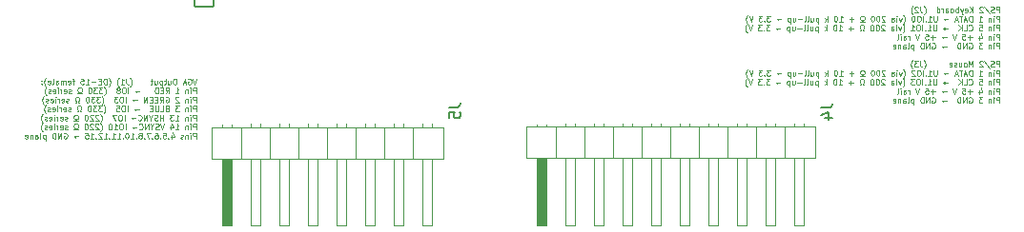
<source format=gbr>
%TF.GenerationSoftware,KiCad,Pcbnew,9.0.2*%
%TF.CreationDate,2025-07-24T16:43:21+02:00*%
%TF.ProjectId,VGA_PS2,5647415f-5053-4322-9e6b-696361645f70,rev?*%
%TF.SameCoordinates,Original*%
%TF.FileFunction,Legend,Bot*%
%TF.FilePolarity,Positive*%
%FSLAX46Y46*%
G04 Gerber Fmt 4.6, Leading zero omitted, Abs format (unit mm)*
G04 Created by KiCad (PCBNEW 9.0.2) date 2025-07-24 16:43:21*
%MOMM*%
%LPD*%
G01*
G04 APERTURE LIST*
G04 Aperture macros list*
%AMRoundRect*
0 Rectangle with rounded corners*
0 $1 Rounding radius*
0 $2 $3 $4 $5 $6 $7 $8 $9 X,Y pos of 4 corners*
0 Add a 4 corners polygon primitive as box body*
4,1,4,$2,$3,$4,$5,$6,$7,$8,$9,$2,$3,0*
0 Add four circle primitives for the rounded corners*
1,1,$1+$1,$2,$3*
1,1,$1+$1,$4,$5*
1,1,$1+$1,$6,$7*
1,1,$1+$1,$8,$9*
0 Add four rect primitives between the rounded corners*
20,1,$1+$1,$2,$3,$4,$5,0*
20,1,$1+$1,$4,$5,$6,$7,0*
20,1,$1+$1,$6,$7,$8,$9,0*
20,1,$1+$1,$8,$9,$2,$3,0*%
G04 Aperture macros list end*
%ADD10C,0.100000*%
%ADD11C,0.150000*%
%ADD12C,0.120000*%
%ADD13RoundRect,0.102000X0.847500X0.847500X-0.847500X0.847500X-0.847500X-0.847500X0.847500X-0.847500X0*%
%ADD14C,1.899000*%
%ADD15C,4.450000*%
%ADD16R,1.509000X1.509000*%
%ADD17C,1.509000*%
%ADD18C,3.555000*%
%ADD19R,1.700000X1.700000*%
%ADD20C,1.700000*%
G04 APERTURE END LIST*
D10*
X56834687Y-148103777D02*
X56668021Y-148603777D01*
X56668021Y-148603777D02*
X56501354Y-148103777D01*
X56072783Y-148127587D02*
X56120402Y-148103777D01*
X56120402Y-148103777D02*
X56191831Y-148103777D01*
X56191831Y-148103777D02*
X56263259Y-148127587D01*
X56263259Y-148127587D02*
X56310878Y-148175206D01*
X56310878Y-148175206D02*
X56334688Y-148222825D01*
X56334688Y-148222825D02*
X56358497Y-148318063D01*
X56358497Y-148318063D02*
X56358497Y-148389491D01*
X56358497Y-148389491D02*
X56334688Y-148484729D01*
X56334688Y-148484729D02*
X56310878Y-148532348D01*
X56310878Y-148532348D02*
X56263259Y-148579968D01*
X56263259Y-148579968D02*
X56191831Y-148603777D01*
X56191831Y-148603777D02*
X56144212Y-148603777D01*
X56144212Y-148603777D02*
X56072783Y-148579968D01*
X56072783Y-148579968D02*
X56048974Y-148556158D01*
X56048974Y-148556158D02*
X56048974Y-148389491D01*
X56048974Y-148389491D02*
X56144212Y-148389491D01*
X55858497Y-148460920D02*
X55620402Y-148460920D01*
X55906116Y-148603777D02*
X55739450Y-148103777D01*
X55739450Y-148103777D02*
X55572783Y-148603777D01*
X54929927Y-148103777D02*
X54834689Y-148103777D01*
X54834689Y-148103777D02*
X54787070Y-148127587D01*
X54787070Y-148127587D02*
X54739451Y-148175206D01*
X54739451Y-148175206D02*
X54715641Y-148270444D01*
X54715641Y-148270444D02*
X54715641Y-148437110D01*
X54715641Y-148437110D02*
X54739451Y-148532348D01*
X54739451Y-148532348D02*
X54787070Y-148579968D01*
X54787070Y-148579968D02*
X54834689Y-148603777D01*
X54834689Y-148603777D02*
X54929927Y-148603777D01*
X54929927Y-148603777D02*
X54977546Y-148579968D01*
X54977546Y-148579968D02*
X55025165Y-148532348D01*
X55025165Y-148532348D02*
X55048974Y-148437110D01*
X55048974Y-148437110D02*
X55048974Y-148270444D01*
X55048974Y-148270444D02*
X55025165Y-148175206D01*
X55025165Y-148175206D02*
X54977546Y-148127587D01*
X54977546Y-148127587D02*
X54929927Y-148103777D01*
X54287069Y-148270444D02*
X54287069Y-148603777D01*
X54501355Y-148270444D02*
X54501355Y-148532348D01*
X54501355Y-148532348D02*
X54477545Y-148579968D01*
X54477545Y-148579968D02*
X54429926Y-148603777D01*
X54429926Y-148603777D02*
X54358498Y-148603777D01*
X54358498Y-148603777D02*
X54310879Y-148579968D01*
X54310879Y-148579968D02*
X54287069Y-148556158D01*
X54120402Y-148270444D02*
X53929926Y-148270444D01*
X54048974Y-148103777D02*
X54048974Y-148532348D01*
X54048974Y-148532348D02*
X54025164Y-148579968D01*
X54025164Y-148579968D02*
X53977545Y-148603777D01*
X53977545Y-148603777D02*
X53929926Y-148603777D01*
X53763260Y-148270444D02*
X53763260Y-148770444D01*
X53763260Y-148294253D02*
X53715641Y-148270444D01*
X53715641Y-148270444D02*
X53620403Y-148270444D01*
X53620403Y-148270444D02*
X53572784Y-148294253D01*
X53572784Y-148294253D02*
X53548974Y-148318063D01*
X53548974Y-148318063D02*
X53525165Y-148365682D01*
X53525165Y-148365682D02*
X53525165Y-148508539D01*
X53525165Y-148508539D02*
X53548974Y-148556158D01*
X53548974Y-148556158D02*
X53572784Y-148579968D01*
X53572784Y-148579968D02*
X53620403Y-148603777D01*
X53620403Y-148603777D02*
X53715641Y-148603777D01*
X53715641Y-148603777D02*
X53763260Y-148579968D01*
X53096593Y-148270444D02*
X53096593Y-148603777D01*
X53310879Y-148270444D02*
X53310879Y-148532348D01*
X53310879Y-148532348D02*
X53287069Y-148579968D01*
X53287069Y-148579968D02*
X53239450Y-148603777D01*
X53239450Y-148603777D02*
X53168022Y-148603777D01*
X53168022Y-148603777D02*
X53120403Y-148579968D01*
X53120403Y-148579968D02*
X53096593Y-148556158D01*
X52929926Y-148270444D02*
X52739450Y-148270444D01*
X52858498Y-148103777D02*
X52858498Y-148532348D01*
X52858498Y-148532348D02*
X52834688Y-148579968D01*
X52834688Y-148579968D02*
X52787069Y-148603777D01*
X52787069Y-148603777D02*
X52739450Y-148603777D01*
X50906119Y-148794253D02*
X50929928Y-148770444D01*
X50929928Y-148770444D02*
X50977547Y-148699015D01*
X50977547Y-148699015D02*
X51001357Y-148651396D01*
X51001357Y-148651396D02*
X51025166Y-148579968D01*
X51025166Y-148579968D02*
X51048976Y-148460920D01*
X51048976Y-148460920D02*
X51048976Y-148365682D01*
X51048976Y-148365682D02*
X51025166Y-148246634D01*
X51025166Y-148246634D02*
X51001357Y-148175206D01*
X51001357Y-148175206D02*
X50977547Y-148127587D01*
X50977547Y-148127587D02*
X50929928Y-148056158D01*
X50929928Y-148056158D02*
X50906119Y-148032348D01*
X50572786Y-148103777D02*
X50572786Y-148460920D01*
X50572786Y-148460920D02*
X50596595Y-148532348D01*
X50596595Y-148532348D02*
X50644214Y-148579968D01*
X50644214Y-148579968D02*
X50715643Y-148603777D01*
X50715643Y-148603777D02*
X50763262Y-148603777D01*
X50072786Y-148603777D02*
X50358500Y-148603777D01*
X50215643Y-148603777D02*
X50215643Y-148103777D01*
X50215643Y-148103777D02*
X50263262Y-148175206D01*
X50263262Y-148175206D02*
X50310881Y-148222825D01*
X50310881Y-148222825D02*
X50358500Y-148246634D01*
X49906120Y-148794253D02*
X49882310Y-148770444D01*
X49882310Y-148770444D02*
X49834691Y-148699015D01*
X49834691Y-148699015D02*
X49810882Y-148651396D01*
X49810882Y-148651396D02*
X49787072Y-148579968D01*
X49787072Y-148579968D02*
X49763263Y-148460920D01*
X49763263Y-148460920D02*
X49763263Y-148365682D01*
X49763263Y-148365682D02*
X49787072Y-148246634D01*
X49787072Y-148246634D02*
X49810882Y-148175206D01*
X49810882Y-148175206D02*
X49834691Y-148127587D01*
X49834691Y-148127587D02*
X49882310Y-148056158D01*
X49882310Y-148056158D02*
X49906120Y-148032348D01*
X49001359Y-148794253D02*
X49025168Y-148770444D01*
X49025168Y-148770444D02*
X49072787Y-148699015D01*
X49072787Y-148699015D02*
X49096597Y-148651396D01*
X49096597Y-148651396D02*
X49120406Y-148579968D01*
X49120406Y-148579968D02*
X49144216Y-148460920D01*
X49144216Y-148460920D02*
X49144216Y-148365682D01*
X49144216Y-148365682D02*
X49120406Y-148246634D01*
X49120406Y-148246634D02*
X49096597Y-148175206D01*
X49096597Y-148175206D02*
X49072787Y-148127587D01*
X49072787Y-148127587D02*
X49025168Y-148056158D01*
X49025168Y-148056158D02*
X49001359Y-148032348D01*
X48810883Y-148603777D02*
X48810883Y-148103777D01*
X48810883Y-148103777D02*
X48691835Y-148103777D01*
X48691835Y-148103777D02*
X48620407Y-148127587D01*
X48620407Y-148127587D02*
X48572788Y-148175206D01*
X48572788Y-148175206D02*
X48548978Y-148222825D01*
X48548978Y-148222825D02*
X48525169Y-148318063D01*
X48525169Y-148318063D02*
X48525169Y-148389491D01*
X48525169Y-148389491D02*
X48548978Y-148484729D01*
X48548978Y-148484729D02*
X48572788Y-148532348D01*
X48572788Y-148532348D02*
X48620407Y-148579968D01*
X48620407Y-148579968D02*
X48691835Y-148603777D01*
X48691835Y-148603777D02*
X48810883Y-148603777D01*
X48310883Y-148341872D02*
X48144216Y-148341872D01*
X48072788Y-148603777D02*
X48310883Y-148603777D01*
X48310883Y-148603777D02*
X48310883Y-148103777D01*
X48310883Y-148103777D02*
X48072788Y-148103777D01*
X47858502Y-148413301D02*
X47477550Y-148413301D01*
X46977549Y-148603777D02*
X47263263Y-148603777D01*
X47120406Y-148603777D02*
X47120406Y-148103777D01*
X47120406Y-148103777D02*
X47168025Y-148175206D01*
X47168025Y-148175206D02*
X47215644Y-148222825D01*
X47215644Y-148222825D02*
X47263263Y-148246634D01*
X46525169Y-148103777D02*
X46763264Y-148103777D01*
X46763264Y-148103777D02*
X46787073Y-148341872D01*
X46787073Y-148341872D02*
X46763264Y-148318063D01*
X46763264Y-148318063D02*
X46715645Y-148294253D01*
X46715645Y-148294253D02*
X46596597Y-148294253D01*
X46596597Y-148294253D02*
X46548978Y-148318063D01*
X46548978Y-148318063D02*
X46525169Y-148341872D01*
X46525169Y-148341872D02*
X46501359Y-148389491D01*
X46501359Y-148389491D02*
X46501359Y-148508539D01*
X46501359Y-148508539D02*
X46525169Y-148556158D01*
X46525169Y-148556158D02*
X46548978Y-148579968D01*
X46548978Y-148579968D02*
X46596597Y-148603777D01*
X46596597Y-148603777D02*
X46715645Y-148603777D01*
X46715645Y-148603777D02*
X46763264Y-148579968D01*
X46763264Y-148579968D02*
X46787073Y-148556158D01*
X45977550Y-148270444D02*
X45787074Y-148270444D01*
X45906122Y-148603777D02*
X45906122Y-148175206D01*
X45906122Y-148175206D02*
X45882312Y-148127587D01*
X45882312Y-148127587D02*
X45834693Y-148103777D01*
X45834693Y-148103777D02*
X45787074Y-148103777D01*
X45429932Y-148579968D02*
X45477551Y-148603777D01*
X45477551Y-148603777D02*
X45572789Y-148603777D01*
X45572789Y-148603777D02*
X45620408Y-148579968D01*
X45620408Y-148579968D02*
X45644217Y-148532348D01*
X45644217Y-148532348D02*
X45644217Y-148341872D01*
X45644217Y-148341872D02*
X45620408Y-148294253D01*
X45620408Y-148294253D02*
X45572789Y-148270444D01*
X45572789Y-148270444D02*
X45477551Y-148270444D01*
X45477551Y-148270444D02*
X45429932Y-148294253D01*
X45429932Y-148294253D02*
X45406122Y-148341872D01*
X45406122Y-148341872D02*
X45406122Y-148389491D01*
X45406122Y-148389491D02*
X45644217Y-148437110D01*
X45191837Y-148603777D02*
X45191837Y-148270444D01*
X45191837Y-148318063D02*
X45168027Y-148294253D01*
X45168027Y-148294253D02*
X45120408Y-148270444D01*
X45120408Y-148270444D02*
X45048980Y-148270444D01*
X45048980Y-148270444D02*
X45001361Y-148294253D01*
X45001361Y-148294253D02*
X44977551Y-148341872D01*
X44977551Y-148341872D02*
X44977551Y-148603777D01*
X44977551Y-148341872D02*
X44953742Y-148294253D01*
X44953742Y-148294253D02*
X44906123Y-148270444D01*
X44906123Y-148270444D02*
X44834694Y-148270444D01*
X44834694Y-148270444D02*
X44787075Y-148294253D01*
X44787075Y-148294253D02*
X44763265Y-148341872D01*
X44763265Y-148341872D02*
X44763265Y-148603777D01*
X44310884Y-148603777D02*
X44310884Y-148341872D01*
X44310884Y-148341872D02*
X44334694Y-148294253D01*
X44334694Y-148294253D02*
X44382313Y-148270444D01*
X44382313Y-148270444D02*
X44477551Y-148270444D01*
X44477551Y-148270444D02*
X44525170Y-148294253D01*
X44310884Y-148579968D02*
X44358503Y-148603777D01*
X44358503Y-148603777D02*
X44477551Y-148603777D01*
X44477551Y-148603777D02*
X44525170Y-148579968D01*
X44525170Y-148579968D02*
X44548979Y-148532348D01*
X44548979Y-148532348D02*
X44548979Y-148484729D01*
X44548979Y-148484729D02*
X44525170Y-148437110D01*
X44525170Y-148437110D02*
X44477551Y-148413301D01*
X44477551Y-148413301D02*
X44358503Y-148413301D01*
X44358503Y-148413301D02*
X44310884Y-148389491D01*
X44001360Y-148603777D02*
X44048979Y-148579968D01*
X44048979Y-148579968D02*
X44072789Y-148532348D01*
X44072789Y-148532348D02*
X44072789Y-148103777D01*
X43620408Y-148579968D02*
X43668027Y-148603777D01*
X43668027Y-148603777D02*
X43763265Y-148603777D01*
X43763265Y-148603777D02*
X43810884Y-148579968D01*
X43810884Y-148579968D02*
X43834693Y-148532348D01*
X43834693Y-148532348D02*
X43834693Y-148341872D01*
X43834693Y-148341872D02*
X43810884Y-148294253D01*
X43810884Y-148294253D02*
X43763265Y-148270444D01*
X43763265Y-148270444D02*
X43668027Y-148270444D01*
X43668027Y-148270444D02*
X43620408Y-148294253D01*
X43620408Y-148294253D02*
X43596598Y-148341872D01*
X43596598Y-148341872D02*
X43596598Y-148389491D01*
X43596598Y-148389491D02*
X43834693Y-148437110D01*
X43429932Y-148794253D02*
X43406122Y-148770444D01*
X43406122Y-148770444D02*
X43358503Y-148699015D01*
X43358503Y-148699015D02*
X43334694Y-148651396D01*
X43334694Y-148651396D02*
X43310884Y-148579968D01*
X43310884Y-148579968D02*
X43287075Y-148460920D01*
X43287075Y-148460920D02*
X43287075Y-148365682D01*
X43287075Y-148365682D02*
X43310884Y-148246634D01*
X43310884Y-148246634D02*
X43334694Y-148175206D01*
X43334694Y-148175206D02*
X43358503Y-148127587D01*
X43358503Y-148127587D02*
X43406122Y-148056158D01*
X43406122Y-148056158D02*
X43429932Y-148032348D01*
X43048980Y-148556158D02*
X43025170Y-148579968D01*
X43025170Y-148579968D02*
X43048980Y-148603777D01*
X43048980Y-148603777D02*
X43072789Y-148579968D01*
X43072789Y-148579968D02*
X43048980Y-148556158D01*
X43048980Y-148556158D02*
X43048980Y-148603777D01*
X43048980Y-148294253D02*
X43025170Y-148318063D01*
X43025170Y-148318063D02*
X43048980Y-148341872D01*
X43048980Y-148341872D02*
X43072789Y-148318063D01*
X43072789Y-148318063D02*
X43048980Y-148294253D01*
X43048980Y-148294253D02*
X43048980Y-148341872D01*
X56763259Y-149408749D02*
X56763259Y-148908749D01*
X56763259Y-148908749D02*
X56572783Y-148908749D01*
X56572783Y-148908749D02*
X56525164Y-148932559D01*
X56525164Y-148932559D02*
X56501354Y-148956368D01*
X56501354Y-148956368D02*
X56477545Y-149003987D01*
X56477545Y-149003987D02*
X56477545Y-149075416D01*
X56477545Y-149075416D02*
X56501354Y-149123035D01*
X56501354Y-149123035D02*
X56525164Y-149146844D01*
X56525164Y-149146844D02*
X56572783Y-149170654D01*
X56572783Y-149170654D02*
X56763259Y-149170654D01*
X56263259Y-149408749D02*
X56263259Y-149075416D01*
X56263259Y-148908749D02*
X56287068Y-148932559D01*
X56287068Y-148932559D02*
X56263259Y-148956368D01*
X56263259Y-148956368D02*
X56239449Y-148932559D01*
X56239449Y-148932559D02*
X56263259Y-148908749D01*
X56263259Y-148908749D02*
X56263259Y-148956368D01*
X56025164Y-149075416D02*
X56025164Y-149408749D01*
X56025164Y-149123035D02*
X56001354Y-149099225D01*
X56001354Y-149099225D02*
X55953735Y-149075416D01*
X55953735Y-149075416D02*
X55882307Y-149075416D01*
X55882307Y-149075416D02*
X55834688Y-149099225D01*
X55834688Y-149099225D02*
X55810878Y-149146844D01*
X55810878Y-149146844D02*
X55810878Y-149408749D01*
X54929926Y-149408749D02*
X55215640Y-149408749D01*
X55072783Y-149408749D02*
X55072783Y-148908749D01*
X55072783Y-148908749D02*
X55120402Y-148980178D01*
X55120402Y-148980178D02*
X55168021Y-149027797D01*
X55168021Y-149027797D02*
X55215640Y-149051606D01*
X54048975Y-149408749D02*
X54215641Y-149170654D01*
X54334689Y-149408749D02*
X54334689Y-148908749D01*
X54334689Y-148908749D02*
X54144213Y-148908749D01*
X54144213Y-148908749D02*
X54096594Y-148932559D01*
X54096594Y-148932559D02*
X54072784Y-148956368D01*
X54072784Y-148956368D02*
X54048975Y-149003987D01*
X54048975Y-149003987D02*
X54048975Y-149075416D01*
X54048975Y-149075416D02*
X54072784Y-149123035D01*
X54072784Y-149123035D02*
X54096594Y-149146844D01*
X54096594Y-149146844D02*
X54144213Y-149170654D01*
X54144213Y-149170654D02*
X54334689Y-149170654D01*
X53834689Y-149146844D02*
X53668022Y-149146844D01*
X53596594Y-149408749D02*
X53834689Y-149408749D01*
X53834689Y-149408749D02*
X53834689Y-148908749D01*
X53834689Y-148908749D02*
X53596594Y-148908749D01*
X53382308Y-149408749D02*
X53382308Y-148908749D01*
X53382308Y-148908749D02*
X53263260Y-148908749D01*
X53263260Y-148908749D02*
X53191832Y-148932559D01*
X53191832Y-148932559D02*
X53144213Y-148980178D01*
X53144213Y-148980178D02*
X53120403Y-149027797D01*
X53120403Y-149027797D02*
X53096594Y-149123035D01*
X53096594Y-149123035D02*
X53096594Y-149194463D01*
X53096594Y-149194463D02*
X53120403Y-149289701D01*
X53120403Y-149289701D02*
X53144213Y-149337320D01*
X53144213Y-149337320D02*
X53191832Y-149384940D01*
X53191832Y-149384940D02*
X53263260Y-149408749D01*
X53263260Y-149408749D02*
X53382308Y-149408749D01*
X51739452Y-149218273D02*
X51358500Y-149218273D01*
X51453738Y-149313511D02*
X51358500Y-149218273D01*
X51358500Y-149218273D02*
X51453738Y-149123035D01*
X50739452Y-149408749D02*
X50739452Y-148908749D01*
X50406119Y-148908749D02*
X50310881Y-148908749D01*
X50310881Y-148908749D02*
X50263262Y-148932559D01*
X50263262Y-148932559D02*
X50215643Y-148980178D01*
X50215643Y-148980178D02*
X50191833Y-149075416D01*
X50191833Y-149075416D02*
X50191833Y-149242082D01*
X50191833Y-149242082D02*
X50215643Y-149337320D01*
X50215643Y-149337320D02*
X50263262Y-149384940D01*
X50263262Y-149384940D02*
X50310881Y-149408749D01*
X50310881Y-149408749D02*
X50406119Y-149408749D01*
X50406119Y-149408749D02*
X50453738Y-149384940D01*
X50453738Y-149384940D02*
X50501357Y-149337320D01*
X50501357Y-149337320D02*
X50525166Y-149242082D01*
X50525166Y-149242082D02*
X50525166Y-149075416D01*
X50525166Y-149075416D02*
X50501357Y-148980178D01*
X50501357Y-148980178D02*
X50453738Y-148932559D01*
X50453738Y-148932559D02*
X50406119Y-148908749D01*
X49906118Y-149123035D02*
X49953737Y-149099225D01*
X49953737Y-149099225D02*
X49977547Y-149075416D01*
X49977547Y-149075416D02*
X50001356Y-149027797D01*
X50001356Y-149027797D02*
X50001356Y-149003987D01*
X50001356Y-149003987D02*
X49977547Y-148956368D01*
X49977547Y-148956368D02*
X49953737Y-148932559D01*
X49953737Y-148932559D02*
X49906118Y-148908749D01*
X49906118Y-148908749D02*
X49810880Y-148908749D01*
X49810880Y-148908749D02*
X49763261Y-148932559D01*
X49763261Y-148932559D02*
X49739452Y-148956368D01*
X49739452Y-148956368D02*
X49715642Y-149003987D01*
X49715642Y-149003987D02*
X49715642Y-149027797D01*
X49715642Y-149027797D02*
X49739452Y-149075416D01*
X49739452Y-149075416D02*
X49763261Y-149099225D01*
X49763261Y-149099225D02*
X49810880Y-149123035D01*
X49810880Y-149123035D02*
X49906118Y-149123035D01*
X49906118Y-149123035D02*
X49953737Y-149146844D01*
X49953737Y-149146844D02*
X49977547Y-149170654D01*
X49977547Y-149170654D02*
X50001356Y-149218273D01*
X50001356Y-149218273D02*
X50001356Y-149313511D01*
X50001356Y-149313511D02*
X49977547Y-149361130D01*
X49977547Y-149361130D02*
X49953737Y-149384940D01*
X49953737Y-149384940D02*
X49906118Y-149408749D01*
X49906118Y-149408749D02*
X49810880Y-149408749D01*
X49810880Y-149408749D02*
X49763261Y-149384940D01*
X49763261Y-149384940D02*
X49739452Y-149361130D01*
X49739452Y-149361130D02*
X49715642Y-149313511D01*
X49715642Y-149313511D02*
X49715642Y-149218273D01*
X49715642Y-149218273D02*
X49739452Y-149170654D01*
X49739452Y-149170654D02*
X49763261Y-149146844D01*
X49763261Y-149146844D02*
X49810880Y-149123035D01*
X48596596Y-149599225D02*
X48620405Y-149575416D01*
X48620405Y-149575416D02*
X48668024Y-149503987D01*
X48668024Y-149503987D02*
X48691834Y-149456368D01*
X48691834Y-149456368D02*
X48715643Y-149384940D01*
X48715643Y-149384940D02*
X48739453Y-149265892D01*
X48739453Y-149265892D02*
X48739453Y-149170654D01*
X48739453Y-149170654D02*
X48715643Y-149051606D01*
X48715643Y-149051606D02*
X48691834Y-148980178D01*
X48691834Y-148980178D02*
X48668024Y-148932559D01*
X48668024Y-148932559D02*
X48620405Y-148861130D01*
X48620405Y-148861130D02*
X48596596Y-148837320D01*
X48453739Y-148908749D02*
X48144215Y-148908749D01*
X48144215Y-148908749D02*
X48310882Y-149099225D01*
X48310882Y-149099225D02*
X48239453Y-149099225D01*
X48239453Y-149099225D02*
X48191834Y-149123035D01*
X48191834Y-149123035D02*
X48168025Y-149146844D01*
X48168025Y-149146844D02*
X48144215Y-149194463D01*
X48144215Y-149194463D02*
X48144215Y-149313511D01*
X48144215Y-149313511D02*
X48168025Y-149361130D01*
X48168025Y-149361130D02*
X48191834Y-149384940D01*
X48191834Y-149384940D02*
X48239453Y-149408749D01*
X48239453Y-149408749D02*
X48382310Y-149408749D01*
X48382310Y-149408749D02*
X48429929Y-149384940D01*
X48429929Y-149384940D02*
X48453739Y-149361130D01*
X47977549Y-148908749D02*
X47668025Y-148908749D01*
X47668025Y-148908749D02*
X47834692Y-149099225D01*
X47834692Y-149099225D02*
X47763263Y-149099225D01*
X47763263Y-149099225D02*
X47715644Y-149123035D01*
X47715644Y-149123035D02*
X47691835Y-149146844D01*
X47691835Y-149146844D02*
X47668025Y-149194463D01*
X47668025Y-149194463D02*
X47668025Y-149313511D01*
X47668025Y-149313511D02*
X47691835Y-149361130D01*
X47691835Y-149361130D02*
X47715644Y-149384940D01*
X47715644Y-149384940D02*
X47763263Y-149408749D01*
X47763263Y-149408749D02*
X47906120Y-149408749D01*
X47906120Y-149408749D02*
X47953739Y-149384940D01*
X47953739Y-149384940D02*
X47977549Y-149361130D01*
X47358502Y-148908749D02*
X47310883Y-148908749D01*
X47310883Y-148908749D02*
X47263264Y-148932559D01*
X47263264Y-148932559D02*
X47239454Y-148956368D01*
X47239454Y-148956368D02*
X47215645Y-149003987D01*
X47215645Y-149003987D02*
X47191835Y-149099225D01*
X47191835Y-149099225D02*
X47191835Y-149218273D01*
X47191835Y-149218273D02*
X47215645Y-149313511D01*
X47215645Y-149313511D02*
X47239454Y-149361130D01*
X47239454Y-149361130D02*
X47263264Y-149384940D01*
X47263264Y-149384940D02*
X47310883Y-149408749D01*
X47310883Y-149408749D02*
X47358502Y-149408749D01*
X47358502Y-149408749D02*
X47406121Y-149384940D01*
X47406121Y-149384940D02*
X47429930Y-149361130D01*
X47429930Y-149361130D02*
X47453740Y-149313511D01*
X47453740Y-149313511D02*
X47477549Y-149218273D01*
X47477549Y-149218273D02*
X47477549Y-149099225D01*
X47477549Y-149099225D02*
X47453740Y-149003987D01*
X47453740Y-149003987D02*
X47429930Y-148956368D01*
X47429930Y-148956368D02*
X47406121Y-148932559D01*
X47406121Y-148932559D02*
X47358502Y-148908749D01*
X46620407Y-149408749D02*
X46501360Y-149408749D01*
X46501360Y-149408749D02*
X46501360Y-149313511D01*
X46501360Y-149313511D02*
X46548979Y-149289701D01*
X46548979Y-149289701D02*
X46596598Y-149242082D01*
X46596598Y-149242082D02*
X46620407Y-149170654D01*
X46620407Y-149170654D02*
X46620407Y-149051606D01*
X46620407Y-149051606D02*
X46596598Y-148980178D01*
X46596598Y-148980178D02*
X46548979Y-148932559D01*
X46548979Y-148932559D02*
X46477550Y-148908749D01*
X46477550Y-148908749D02*
X46382312Y-148908749D01*
X46382312Y-148908749D02*
X46310884Y-148932559D01*
X46310884Y-148932559D02*
X46263265Y-148980178D01*
X46263265Y-148980178D02*
X46239455Y-149051606D01*
X46239455Y-149051606D02*
X46239455Y-149170654D01*
X46239455Y-149170654D02*
X46263265Y-149242082D01*
X46263265Y-149242082D02*
X46310884Y-149289701D01*
X46310884Y-149289701D02*
X46358503Y-149313511D01*
X46358503Y-149313511D02*
X46358503Y-149408749D01*
X46358503Y-149408749D02*
X46239455Y-149408749D01*
X45668026Y-149384940D02*
X45620407Y-149408749D01*
X45620407Y-149408749D02*
X45525169Y-149408749D01*
X45525169Y-149408749D02*
X45477550Y-149384940D01*
X45477550Y-149384940D02*
X45453741Y-149337320D01*
X45453741Y-149337320D02*
X45453741Y-149313511D01*
X45453741Y-149313511D02*
X45477550Y-149265892D01*
X45477550Y-149265892D02*
X45525169Y-149242082D01*
X45525169Y-149242082D02*
X45596598Y-149242082D01*
X45596598Y-149242082D02*
X45644217Y-149218273D01*
X45644217Y-149218273D02*
X45668026Y-149170654D01*
X45668026Y-149170654D02*
X45668026Y-149146844D01*
X45668026Y-149146844D02*
X45644217Y-149099225D01*
X45644217Y-149099225D02*
X45596598Y-149075416D01*
X45596598Y-149075416D02*
X45525169Y-149075416D01*
X45525169Y-149075416D02*
X45477550Y-149099225D01*
X45048979Y-149384940D02*
X45096598Y-149408749D01*
X45096598Y-149408749D02*
X45191836Y-149408749D01*
X45191836Y-149408749D02*
X45239455Y-149384940D01*
X45239455Y-149384940D02*
X45263264Y-149337320D01*
X45263264Y-149337320D02*
X45263264Y-149146844D01*
X45263264Y-149146844D02*
X45239455Y-149099225D01*
X45239455Y-149099225D02*
X45191836Y-149075416D01*
X45191836Y-149075416D02*
X45096598Y-149075416D01*
X45096598Y-149075416D02*
X45048979Y-149099225D01*
X45048979Y-149099225D02*
X45025169Y-149146844D01*
X45025169Y-149146844D02*
X45025169Y-149194463D01*
X45025169Y-149194463D02*
X45263264Y-149242082D01*
X44810884Y-149408749D02*
X44810884Y-149075416D01*
X44810884Y-149170654D02*
X44787074Y-149123035D01*
X44787074Y-149123035D02*
X44763265Y-149099225D01*
X44763265Y-149099225D02*
X44715646Y-149075416D01*
X44715646Y-149075416D02*
X44668027Y-149075416D01*
X44501360Y-149408749D02*
X44501360Y-149075416D01*
X44501360Y-148908749D02*
X44525169Y-148932559D01*
X44525169Y-148932559D02*
X44501360Y-148956368D01*
X44501360Y-148956368D02*
X44477550Y-148932559D01*
X44477550Y-148932559D02*
X44501360Y-148908749D01*
X44501360Y-148908749D02*
X44501360Y-148956368D01*
X44072789Y-149384940D02*
X44120408Y-149408749D01*
X44120408Y-149408749D02*
X44215646Y-149408749D01*
X44215646Y-149408749D02*
X44263265Y-149384940D01*
X44263265Y-149384940D02*
X44287074Y-149337320D01*
X44287074Y-149337320D02*
X44287074Y-149146844D01*
X44287074Y-149146844D02*
X44263265Y-149099225D01*
X44263265Y-149099225D02*
X44215646Y-149075416D01*
X44215646Y-149075416D02*
X44120408Y-149075416D01*
X44120408Y-149075416D02*
X44072789Y-149099225D01*
X44072789Y-149099225D02*
X44048979Y-149146844D01*
X44048979Y-149146844D02*
X44048979Y-149194463D01*
X44048979Y-149194463D02*
X44287074Y-149242082D01*
X43858503Y-149384940D02*
X43810884Y-149408749D01*
X43810884Y-149408749D02*
X43715646Y-149408749D01*
X43715646Y-149408749D02*
X43668027Y-149384940D01*
X43668027Y-149384940D02*
X43644218Y-149337320D01*
X43644218Y-149337320D02*
X43644218Y-149313511D01*
X43644218Y-149313511D02*
X43668027Y-149265892D01*
X43668027Y-149265892D02*
X43715646Y-149242082D01*
X43715646Y-149242082D02*
X43787075Y-149242082D01*
X43787075Y-149242082D02*
X43834694Y-149218273D01*
X43834694Y-149218273D02*
X43858503Y-149170654D01*
X43858503Y-149170654D02*
X43858503Y-149146844D01*
X43858503Y-149146844D02*
X43834694Y-149099225D01*
X43834694Y-149099225D02*
X43787075Y-149075416D01*
X43787075Y-149075416D02*
X43715646Y-149075416D01*
X43715646Y-149075416D02*
X43668027Y-149099225D01*
X43477551Y-149599225D02*
X43453741Y-149575416D01*
X43453741Y-149575416D02*
X43406122Y-149503987D01*
X43406122Y-149503987D02*
X43382313Y-149456368D01*
X43382313Y-149456368D02*
X43358503Y-149384940D01*
X43358503Y-149384940D02*
X43334694Y-149265892D01*
X43334694Y-149265892D02*
X43334694Y-149170654D01*
X43334694Y-149170654D02*
X43358503Y-149051606D01*
X43358503Y-149051606D02*
X43382313Y-148980178D01*
X43382313Y-148980178D02*
X43406122Y-148932559D01*
X43406122Y-148932559D02*
X43453741Y-148861130D01*
X43453741Y-148861130D02*
X43477551Y-148837320D01*
X56763259Y-150213721D02*
X56763259Y-149713721D01*
X56763259Y-149713721D02*
X56572783Y-149713721D01*
X56572783Y-149713721D02*
X56525164Y-149737531D01*
X56525164Y-149737531D02*
X56501354Y-149761340D01*
X56501354Y-149761340D02*
X56477545Y-149808959D01*
X56477545Y-149808959D02*
X56477545Y-149880388D01*
X56477545Y-149880388D02*
X56501354Y-149928007D01*
X56501354Y-149928007D02*
X56525164Y-149951816D01*
X56525164Y-149951816D02*
X56572783Y-149975626D01*
X56572783Y-149975626D02*
X56763259Y-149975626D01*
X56263259Y-150213721D02*
X56263259Y-149880388D01*
X56263259Y-149713721D02*
X56287068Y-149737531D01*
X56287068Y-149737531D02*
X56263259Y-149761340D01*
X56263259Y-149761340D02*
X56239449Y-149737531D01*
X56239449Y-149737531D02*
X56263259Y-149713721D01*
X56263259Y-149713721D02*
X56263259Y-149761340D01*
X56025164Y-149880388D02*
X56025164Y-150213721D01*
X56025164Y-149928007D02*
X56001354Y-149904197D01*
X56001354Y-149904197D02*
X55953735Y-149880388D01*
X55953735Y-149880388D02*
X55882307Y-149880388D01*
X55882307Y-149880388D02*
X55834688Y-149904197D01*
X55834688Y-149904197D02*
X55810878Y-149951816D01*
X55810878Y-149951816D02*
X55810878Y-150213721D01*
X55215640Y-149761340D02*
X55191831Y-149737531D01*
X55191831Y-149737531D02*
X55144212Y-149713721D01*
X55144212Y-149713721D02*
X55025164Y-149713721D01*
X55025164Y-149713721D02*
X54977545Y-149737531D01*
X54977545Y-149737531D02*
X54953736Y-149761340D01*
X54953736Y-149761340D02*
X54929926Y-149808959D01*
X54929926Y-149808959D02*
X54929926Y-149856578D01*
X54929926Y-149856578D02*
X54953736Y-149928007D01*
X54953736Y-149928007D02*
X55239450Y-150213721D01*
X55239450Y-150213721D02*
X54929926Y-150213721D01*
X54072784Y-149737531D02*
X54120403Y-149713721D01*
X54120403Y-149713721D02*
X54191832Y-149713721D01*
X54191832Y-149713721D02*
X54263260Y-149737531D01*
X54263260Y-149737531D02*
X54310879Y-149785150D01*
X54310879Y-149785150D02*
X54334689Y-149832769D01*
X54334689Y-149832769D02*
X54358498Y-149928007D01*
X54358498Y-149928007D02*
X54358498Y-149999435D01*
X54358498Y-149999435D02*
X54334689Y-150094673D01*
X54334689Y-150094673D02*
X54310879Y-150142292D01*
X54310879Y-150142292D02*
X54263260Y-150189912D01*
X54263260Y-150189912D02*
X54191832Y-150213721D01*
X54191832Y-150213721D02*
X54144213Y-150213721D01*
X54144213Y-150213721D02*
X54072784Y-150189912D01*
X54072784Y-150189912D02*
X54048975Y-150166102D01*
X54048975Y-150166102D02*
X54048975Y-149999435D01*
X54048975Y-149999435D02*
X54144213Y-149999435D01*
X53548975Y-150213721D02*
X53715641Y-149975626D01*
X53834689Y-150213721D02*
X53834689Y-149713721D01*
X53834689Y-149713721D02*
X53644213Y-149713721D01*
X53644213Y-149713721D02*
X53596594Y-149737531D01*
X53596594Y-149737531D02*
X53572784Y-149761340D01*
X53572784Y-149761340D02*
X53548975Y-149808959D01*
X53548975Y-149808959D02*
X53548975Y-149880388D01*
X53548975Y-149880388D02*
X53572784Y-149928007D01*
X53572784Y-149928007D02*
X53596594Y-149951816D01*
X53596594Y-149951816D02*
X53644213Y-149975626D01*
X53644213Y-149975626D02*
X53834689Y-149975626D01*
X53334689Y-149951816D02*
X53168022Y-149951816D01*
X53096594Y-150213721D02*
X53334689Y-150213721D01*
X53334689Y-150213721D02*
X53334689Y-149713721D01*
X53334689Y-149713721D02*
X53096594Y-149713721D01*
X52882308Y-149951816D02*
X52715641Y-149951816D01*
X52644213Y-150213721D02*
X52882308Y-150213721D01*
X52882308Y-150213721D02*
X52882308Y-149713721D01*
X52882308Y-149713721D02*
X52644213Y-149713721D01*
X52429927Y-150213721D02*
X52429927Y-149713721D01*
X52429927Y-149713721D02*
X52144213Y-150213721D01*
X52144213Y-150213721D02*
X52144213Y-149713721D01*
X51525165Y-150023245D02*
X51144213Y-150023245D01*
X51239451Y-150118483D02*
X51144213Y-150023245D01*
X51144213Y-150023245D02*
X51239451Y-149928007D01*
X50525165Y-150213721D02*
X50525165Y-149713721D01*
X50191832Y-149713721D02*
X50096594Y-149713721D01*
X50096594Y-149713721D02*
X50048975Y-149737531D01*
X50048975Y-149737531D02*
X50001356Y-149785150D01*
X50001356Y-149785150D02*
X49977546Y-149880388D01*
X49977546Y-149880388D02*
X49977546Y-150047054D01*
X49977546Y-150047054D02*
X50001356Y-150142292D01*
X50001356Y-150142292D02*
X50048975Y-150189912D01*
X50048975Y-150189912D02*
X50096594Y-150213721D01*
X50096594Y-150213721D02*
X50191832Y-150213721D01*
X50191832Y-150213721D02*
X50239451Y-150189912D01*
X50239451Y-150189912D02*
X50287070Y-150142292D01*
X50287070Y-150142292D02*
X50310879Y-150047054D01*
X50310879Y-150047054D02*
X50310879Y-149880388D01*
X50310879Y-149880388D02*
X50287070Y-149785150D01*
X50287070Y-149785150D02*
X50239451Y-149737531D01*
X50239451Y-149737531D02*
X50191832Y-149713721D01*
X49810879Y-149713721D02*
X49501355Y-149713721D01*
X49501355Y-149713721D02*
X49668022Y-149904197D01*
X49668022Y-149904197D02*
X49596593Y-149904197D01*
X49596593Y-149904197D02*
X49548974Y-149928007D01*
X49548974Y-149928007D02*
X49525165Y-149951816D01*
X49525165Y-149951816D02*
X49501355Y-149999435D01*
X49501355Y-149999435D02*
X49501355Y-150118483D01*
X49501355Y-150118483D02*
X49525165Y-150166102D01*
X49525165Y-150166102D02*
X49548974Y-150189912D01*
X49548974Y-150189912D02*
X49596593Y-150213721D01*
X49596593Y-150213721D02*
X49739450Y-150213721D01*
X49739450Y-150213721D02*
X49787069Y-150189912D01*
X49787069Y-150189912D02*
X49810879Y-150166102D01*
X48382309Y-150404197D02*
X48406118Y-150380388D01*
X48406118Y-150380388D02*
X48453737Y-150308959D01*
X48453737Y-150308959D02*
X48477547Y-150261340D01*
X48477547Y-150261340D02*
X48501356Y-150189912D01*
X48501356Y-150189912D02*
X48525166Y-150070864D01*
X48525166Y-150070864D02*
X48525166Y-149975626D01*
X48525166Y-149975626D02*
X48501356Y-149856578D01*
X48501356Y-149856578D02*
X48477547Y-149785150D01*
X48477547Y-149785150D02*
X48453737Y-149737531D01*
X48453737Y-149737531D02*
X48406118Y-149666102D01*
X48406118Y-149666102D02*
X48382309Y-149642292D01*
X48239452Y-149713721D02*
X47929928Y-149713721D01*
X47929928Y-149713721D02*
X48096595Y-149904197D01*
X48096595Y-149904197D02*
X48025166Y-149904197D01*
X48025166Y-149904197D02*
X47977547Y-149928007D01*
X47977547Y-149928007D02*
X47953738Y-149951816D01*
X47953738Y-149951816D02*
X47929928Y-149999435D01*
X47929928Y-149999435D02*
X47929928Y-150118483D01*
X47929928Y-150118483D02*
X47953738Y-150166102D01*
X47953738Y-150166102D02*
X47977547Y-150189912D01*
X47977547Y-150189912D02*
X48025166Y-150213721D01*
X48025166Y-150213721D02*
X48168023Y-150213721D01*
X48168023Y-150213721D02*
X48215642Y-150189912D01*
X48215642Y-150189912D02*
X48239452Y-150166102D01*
X47763262Y-149713721D02*
X47453738Y-149713721D01*
X47453738Y-149713721D02*
X47620405Y-149904197D01*
X47620405Y-149904197D02*
X47548976Y-149904197D01*
X47548976Y-149904197D02*
X47501357Y-149928007D01*
X47501357Y-149928007D02*
X47477548Y-149951816D01*
X47477548Y-149951816D02*
X47453738Y-149999435D01*
X47453738Y-149999435D02*
X47453738Y-150118483D01*
X47453738Y-150118483D02*
X47477548Y-150166102D01*
X47477548Y-150166102D02*
X47501357Y-150189912D01*
X47501357Y-150189912D02*
X47548976Y-150213721D01*
X47548976Y-150213721D02*
X47691833Y-150213721D01*
X47691833Y-150213721D02*
X47739452Y-150189912D01*
X47739452Y-150189912D02*
X47763262Y-150166102D01*
X47144215Y-149713721D02*
X47096596Y-149713721D01*
X47096596Y-149713721D02*
X47048977Y-149737531D01*
X47048977Y-149737531D02*
X47025167Y-149761340D01*
X47025167Y-149761340D02*
X47001358Y-149808959D01*
X47001358Y-149808959D02*
X46977548Y-149904197D01*
X46977548Y-149904197D02*
X46977548Y-150023245D01*
X46977548Y-150023245D02*
X47001358Y-150118483D01*
X47001358Y-150118483D02*
X47025167Y-150166102D01*
X47025167Y-150166102D02*
X47048977Y-150189912D01*
X47048977Y-150189912D02*
X47096596Y-150213721D01*
X47096596Y-150213721D02*
X47144215Y-150213721D01*
X47144215Y-150213721D02*
X47191834Y-150189912D01*
X47191834Y-150189912D02*
X47215643Y-150166102D01*
X47215643Y-150166102D02*
X47239453Y-150118483D01*
X47239453Y-150118483D02*
X47263262Y-150023245D01*
X47263262Y-150023245D02*
X47263262Y-149904197D01*
X47263262Y-149904197D02*
X47239453Y-149808959D01*
X47239453Y-149808959D02*
X47215643Y-149761340D01*
X47215643Y-149761340D02*
X47191834Y-149737531D01*
X47191834Y-149737531D02*
X47144215Y-149713721D01*
X46406120Y-150213721D02*
X46287073Y-150213721D01*
X46287073Y-150213721D02*
X46287073Y-150118483D01*
X46287073Y-150118483D02*
X46334692Y-150094673D01*
X46334692Y-150094673D02*
X46382311Y-150047054D01*
X46382311Y-150047054D02*
X46406120Y-149975626D01*
X46406120Y-149975626D02*
X46406120Y-149856578D01*
X46406120Y-149856578D02*
X46382311Y-149785150D01*
X46382311Y-149785150D02*
X46334692Y-149737531D01*
X46334692Y-149737531D02*
X46263263Y-149713721D01*
X46263263Y-149713721D02*
X46168025Y-149713721D01*
X46168025Y-149713721D02*
X46096597Y-149737531D01*
X46096597Y-149737531D02*
X46048978Y-149785150D01*
X46048978Y-149785150D02*
X46025168Y-149856578D01*
X46025168Y-149856578D02*
X46025168Y-149975626D01*
X46025168Y-149975626D02*
X46048978Y-150047054D01*
X46048978Y-150047054D02*
X46096597Y-150094673D01*
X46096597Y-150094673D02*
X46144216Y-150118483D01*
X46144216Y-150118483D02*
X46144216Y-150213721D01*
X46144216Y-150213721D02*
X46025168Y-150213721D01*
X45453739Y-150189912D02*
X45406120Y-150213721D01*
X45406120Y-150213721D02*
X45310882Y-150213721D01*
X45310882Y-150213721D02*
X45263263Y-150189912D01*
X45263263Y-150189912D02*
X45239454Y-150142292D01*
X45239454Y-150142292D02*
X45239454Y-150118483D01*
X45239454Y-150118483D02*
X45263263Y-150070864D01*
X45263263Y-150070864D02*
X45310882Y-150047054D01*
X45310882Y-150047054D02*
X45382311Y-150047054D01*
X45382311Y-150047054D02*
X45429930Y-150023245D01*
X45429930Y-150023245D02*
X45453739Y-149975626D01*
X45453739Y-149975626D02*
X45453739Y-149951816D01*
X45453739Y-149951816D02*
X45429930Y-149904197D01*
X45429930Y-149904197D02*
X45382311Y-149880388D01*
X45382311Y-149880388D02*
X45310882Y-149880388D01*
X45310882Y-149880388D02*
X45263263Y-149904197D01*
X44834692Y-150189912D02*
X44882311Y-150213721D01*
X44882311Y-150213721D02*
X44977549Y-150213721D01*
X44977549Y-150213721D02*
X45025168Y-150189912D01*
X45025168Y-150189912D02*
X45048977Y-150142292D01*
X45048977Y-150142292D02*
X45048977Y-149951816D01*
X45048977Y-149951816D02*
X45025168Y-149904197D01*
X45025168Y-149904197D02*
X44977549Y-149880388D01*
X44977549Y-149880388D02*
X44882311Y-149880388D01*
X44882311Y-149880388D02*
X44834692Y-149904197D01*
X44834692Y-149904197D02*
X44810882Y-149951816D01*
X44810882Y-149951816D02*
X44810882Y-149999435D01*
X44810882Y-149999435D02*
X45048977Y-150047054D01*
X44596597Y-150213721D02*
X44596597Y-149880388D01*
X44596597Y-149975626D02*
X44572787Y-149928007D01*
X44572787Y-149928007D02*
X44548978Y-149904197D01*
X44548978Y-149904197D02*
X44501359Y-149880388D01*
X44501359Y-149880388D02*
X44453740Y-149880388D01*
X44287073Y-150213721D02*
X44287073Y-149880388D01*
X44287073Y-149713721D02*
X44310882Y-149737531D01*
X44310882Y-149737531D02*
X44287073Y-149761340D01*
X44287073Y-149761340D02*
X44263263Y-149737531D01*
X44263263Y-149737531D02*
X44287073Y-149713721D01*
X44287073Y-149713721D02*
X44287073Y-149761340D01*
X43858502Y-150189912D02*
X43906121Y-150213721D01*
X43906121Y-150213721D02*
X44001359Y-150213721D01*
X44001359Y-150213721D02*
X44048978Y-150189912D01*
X44048978Y-150189912D02*
X44072787Y-150142292D01*
X44072787Y-150142292D02*
X44072787Y-149951816D01*
X44072787Y-149951816D02*
X44048978Y-149904197D01*
X44048978Y-149904197D02*
X44001359Y-149880388D01*
X44001359Y-149880388D02*
X43906121Y-149880388D01*
X43906121Y-149880388D02*
X43858502Y-149904197D01*
X43858502Y-149904197D02*
X43834692Y-149951816D01*
X43834692Y-149951816D02*
X43834692Y-149999435D01*
X43834692Y-149999435D02*
X44072787Y-150047054D01*
X43644216Y-150189912D02*
X43596597Y-150213721D01*
X43596597Y-150213721D02*
X43501359Y-150213721D01*
X43501359Y-150213721D02*
X43453740Y-150189912D01*
X43453740Y-150189912D02*
X43429931Y-150142292D01*
X43429931Y-150142292D02*
X43429931Y-150118483D01*
X43429931Y-150118483D02*
X43453740Y-150070864D01*
X43453740Y-150070864D02*
X43501359Y-150047054D01*
X43501359Y-150047054D02*
X43572788Y-150047054D01*
X43572788Y-150047054D02*
X43620407Y-150023245D01*
X43620407Y-150023245D02*
X43644216Y-149975626D01*
X43644216Y-149975626D02*
X43644216Y-149951816D01*
X43644216Y-149951816D02*
X43620407Y-149904197D01*
X43620407Y-149904197D02*
X43572788Y-149880388D01*
X43572788Y-149880388D02*
X43501359Y-149880388D01*
X43501359Y-149880388D02*
X43453740Y-149904197D01*
X43263264Y-150404197D02*
X43239454Y-150380388D01*
X43239454Y-150380388D02*
X43191835Y-150308959D01*
X43191835Y-150308959D02*
X43168026Y-150261340D01*
X43168026Y-150261340D02*
X43144216Y-150189912D01*
X43144216Y-150189912D02*
X43120407Y-150070864D01*
X43120407Y-150070864D02*
X43120407Y-149975626D01*
X43120407Y-149975626D02*
X43144216Y-149856578D01*
X43144216Y-149856578D02*
X43168026Y-149785150D01*
X43168026Y-149785150D02*
X43191835Y-149737531D01*
X43191835Y-149737531D02*
X43239454Y-149666102D01*
X43239454Y-149666102D02*
X43263264Y-149642292D01*
X56763259Y-151018693D02*
X56763259Y-150518693D01*
X56763259Y-150518693D02*
X56572783Y-150518693D01*
X56572783Y-150518693D02*
X56525164Y-150542503D01*
X56525164Y-150542503D02*
X56501354Y-150566312D01*
X56501354Y-150566312D02*
X56477545Y-150613931D01*
X56477545Y-150613931D02*
X56477545Y-150685360D01*
X56477545Y-150685360D02*
X56501354Y-150732979D01*
X56501354Y-150732979D02*
X56525164Y-150756788D01*
X56525164Y-150756788D02*
X56572783Y-150780598D01*
X56572783Y-150780598D02*
X56763259Y-150780598D01*
X56263259Y-151018693D02*
X56263259Y-150685360D01*
X56263259Y-150518693D02*
X56287068Y-150542503D01*
X56287068Y-150542503D02*
X56263259Y-150566312D01*
X56263259Y-150566312D02*
X56239449Y-150542503D01*
X56239449Y-150542503D02*
X56263259Y-150518693D01*
X56263259Y-150518693D02*
X56263259Y-150566312D01*
X56025164Y-150685360D02*
X56025164Y-151018693D01*
X56025164Y-150732979D02*
X56001354Y-150709169D01*
X56001354Y-150709169D02*
X55953735Y-150685360D01*
X55953735Y-150685360D02*
X55882307Y-150685360D01*
X55882307Y-150685360D02*
X55834688Y-150709169D01*
X55834688Y-150709169D02*
X55810878Y-150756788D01*
X55810878Y-150756788D02*
X55810878Y-151018693D01*
X55239450Y-150518693D02*
X54929926Y-150518693D01*
X54929926Y-150518693D02*
X55096593Y-150709169D01*
X55096593Y-150709169D02*
X55025164Y-150709169D01*
X55025164Y-150709169D02*
X54977545Y-150732979D01*
X54977545Y-150732979D02*
X54953736Y-150756788D01*
X54953736Y-150756788D02*
X54929926Y-150804407D01*
X54929926Y-150804407D02*
X54929926Y-150923455D01*
X54929926Y-150923455D02*
X54953736Y-150971074D01*
X54953736Y-150971074D02*
X54977545Y-150994884D01*
X54977545Y-150994884D02*
X55025164Y-151018693D01*
X55025164Y-151018693D02*
X55168021Y-151018693D01*
X55168021Y-151018693D02*
X55215640Y-150994884D01*
X55215640Y-150994884D02*
X55239450Y-150971074D01*
X54168022Y-150756788D02*
X54096594Y-150780598D01*
X54096594Y-150780598D02*
X54072784Y-150804407D01*
X54072784Y-150804407D02*
X54048975Y-150852026D01*
X54048975Y-150852026D02*
X54048975Y-150923455D01*
X54048975Y-150923455D02*
X54072784Y-150971074D01*
X54072784Y-150971074D02*
X54096594Y-150994884D01*
X54096594Y-150994884D02*
X54144213Y-151018693D01*
X54144213Y-151018693D02*
X54334689Y-151018693D01*
X54334689Y-151018693D02*
X54334689Y-150518693D01*
X54334689Y-150518693D02*
X54168022Y-150518693D01*
X54168022Y-150518693D02*
X54120403Y-150542503D01*
X54120403Y-150542503D02*
X54096594Y-150566312D01*
X54096594Y-150566312D02*
X54072784Y-150613931D01*
X54072784Y-150613931D02*
X54072784Y-150661550D01*
X54072784Y-150661550D02*
X54096594Y-150709169D01*
X54096594Y-150709169D02*
X54120403Y-150732979D01*
X54120403Y-150732979D02*
X54168022Y-150756788D01*
X54168022Y-150756788D02*
X54334689Y-150756788D01*
X53596594Y-151018693D02*
X53834689Y-151018693D01*
X53834689Y-151018693D02*
X53834689Y-150518693D01*
X53429927Y-150518693D02*
X53429927Y-150923455D01*
X53429927Y-150923455D02*
X53406117Y-150971074D01*
X53406117Y-150971074D02*
X53382308Y-150994884D01*
X53382308Y-150994884D02*
X53334689Y-151018693D01*
X53334689Y-151018693D02*
X53239451Y-151018693D01*
X53239451Y-151018693D02*
X53191832Y-150994884D01*
X53191832Y-150994884D02*
X53168022Y-150971074D01*
X53168022Y-150971074D02*
X53144213Y-150923455D01*
X53144213Y-150923455D02*
X53144213Y-150518693D01*
X52906117Y-150756788D02*
X52739450Y-150756788D01*
X52668022Y-151018693D02*
X52906117Y-151018693D01*
X52906117Y-151018693D02*
X52906117Y-150518693D01*
X52906117Y-150518693D02*
X52668022Y-150518693D01*
X51691832Y-150828217D02*
X51310880Y-150828217D01*
X51406118Y-150923455D02*
X51310880Y-150828217D01*
X51310880Y-150828217D02*
X51406118Y-150732979D01*
X50691832Y-151018693D02*
X50691832Y-150518693D01*
X50358499Y-150518693D02*
X50263261Y-150518693D01*
X50263261Y-150518693D02*
X50215642Y-150542503D01*
X50215642Y-150542503D02*
X50168023Y-150590122D01*
X50168023Y-150590122D02*
X50144213Y-150685360D01*
X50144213Y-150685360D02*
X50144213Y-150852026D01*
X50144213Y-150852026D02*
X50168023Y-150947264D01*
X50168023Y-150947264D02*
X50215642Y-150994884D01*
X50215642Y-150994884D02*
X50263261Y-151018693D01*
X50263261Y-151018693D02*
X50358499Y-151018693D01*
X50358499Y-151018693D02*
X50406118Y-150994884D01*
X50406118Y-150994884D02*
X50453737Y-150947264D01*
X50453737Y-150947264D02*
X50477546Y-150852026D01*
X50477546Y-150852026D02*
X50477546Y-150685360D01*
X50477546Y-150685360D02*
X50453737Y-150590122D01*
X50453737Y-150590122D02*
X50406118Y-150542503D01*
X50406118Y-150542503D02*
X50358499Y-150518693D01*
X49691832Y-150518693D02*
X49929927Y-150518693D01*
X49929927Y-150518693D02*
X49953736Y-150756788D01*
X49953736Y-150756788D02*
X49929927Y-150732979D01*
X49929927Y-150732979D02*
X49882308Y-150709169D01*
X49882308Y-150709169D02*
X49763260Y-150709169D01*
X49763260Y-150709169D02*
X49715641Y-150732979D01*
X49715641Y-150732979D02*
X49691832Y-150756788D01*
X49691832Y-150756788D02*
X49668022Y-150804407D01*
X49668022Y-150804407D02*
X49668022Y-150923455D01*
X49668022Y-150923455D02*
X49691832Y-150971074D01*
X49691832Y-150971074D02*
X49715641Y-150994884D01*
X49715641Y-150994884D02*
X49763260Y-151018693D01*
X49763260Y-151018693D02*
X49882308Y-151018693D01*
X49882308Y-151018693D02*
X49929927Y-150994884D01*
X49929927Y-150994884D02*
X49953736Y-150971074D01*
X48548976Y-151209169D02*
X48572785Y-151185360D01*
X48572785Y-151185360D02*
X48620404Y-151113931D01*
X48620404Y-151113931D02*
X48644214Y-151066312D01*
X48644214Y-151066312D02*
X48668023Y-150994884D01*
X48668023Y-150994884D02*
X48691833Y-150875836D01*
X48691833Y-150875836D02*
X48691833Y-150780598D01*
X48691833Y-150780598D02*
X48668023Y-150661550D01*
X48668023Y-150661550D02*
X48644214Y-150590122D01*
X48644214Y-150590122D02*
X48620404Y-150542503D01*
X48620404Y-150542503D02*
X48572785Y-150471074D01*
X48572785Y-150471074D02*
X48548976Y-150447264D01*
X48406119Y-150518693D02*
X48096595Y-150518693D01*
X48096595Y-150518693D02*
X48263262Y-150709169D01*
X48263262Y-150709169D02*
X48191833Y-150709169D01*
X48191833Y-150709169D02*
X48144214Y-150732979D01*
X48144214Y-150732979D02*
X48120405Y-150756788D01*
X48120405Y-150756788D02*
X48096595Y-150804407D01*
X48096595Y-150804407D02*
X48096595Y-150923455D01*
X48096595Y-150923455D02*
X48120405Y-150971074D01*
X48120405Y-150971074D02*
X48144214Y-150994884D01*
X48144214Y-150994884D02*
X48191833Y-151018693D01*
X48191833Y-151018693D02*
X48334690Y-151018693D01*
X48334690Y-151018693D02*
X48382309Y-150994884D01*
X48382309Y-150994884D02*
X48406119Y-150971074D01*
X47929929Y-150518693D02*
X47620405Y-150518693D01*
X47620405Y-150518693D02*
X47787072Y-150709169D01*
X47787072Y-150709169D02*
X47715643Y-150709169D01*
X47715643Y-150709169D02*
X47668024Y-150732979D01*
X47668024Y-150732979D02*
X47644215Y-150756788D01*
X47644215Y-150756788D02*
X47620405Y-150804407D01*
X47620405Y-150804407D02*
X47620405Y-150923455D01*
X47620405Y-150923455D02*
X47644215Y-150971074D01*
X47644215Y-150971074D02*
X47668024Y-150994884D01*
X47668024Y-150994884D02*
X47715643Y-151018693D01*
X47715643Y-151018693D02*
X47858500Y-151018693D01*
X47858500Y-151018693D02*
X47906119Y-150994884D01*
X47906119Y-150994884D02*
X47929929Y-150971074D01*
X47310882Y-150518693D02*
X47263263Y-150518693D01*
X47263263Y-150518693D02*
X47215644Y-150542503D01*
X47215644Y-150542503D02*
X47191834Y-150566312D01*
X47191834Y-150566312D02*
X47168025Y-150613931D01*
X47168025Y-150613931D02*
X47144215Y-150709169D01*
X47144215Y-150709169D02*
X47144215Y-150828217D01*
X47144215Y-150828217D02*
X47168025Y-150923455D01*
X47168025Y-150923455D02*
X47191834Y-150971074D01*
X47191834Y-150971074D02*
X47215644Y-150994884D01*
X47215644Y-150994884D02*
X47263263Y-151018693D01*
X47263263Y-151018693D02*
X47310882Y-151018693D01*
X47310882Y-151018693D02*
X47358501Y-150994884D01*
X47358501Y-150994884D02*
X47382310Y-150971074D01*
X47382310Y-150971074D02*
X47406120Y-150923455D01*
X47406120Y-150923455D02*
X47429929Y-150828217D01*
X47429929Y-150828217D02*
X47429929Y-150709169D01*
X47429929Y-150709169D02*
X47406120Y-150613931D01*
X47406120Y-150613931D02*
X47382310Y-150566312D01*
X47382310Y-150566312D02*
X47358501Y-150542503D01*
X47358501Y-150542503D02*
X47310882Y-150518693D01*
X46572787Y-151018693D02*
X46453740Y-151018693D01*
X46453740Y-151018693D02*
X46453740Y-150923455D01*
X46453740Y-150923455D02*
X46501359Y-150899645D01*
X46501359Y-150899645D02*
X46548978Y-150852026D01*
X46548978Y-150852026D02*
X46572787Y-150780598D01*
X46572787Y-150780598D02*
X46572787Y-150661550D01*
X46572787Y-150661550D02*
X46548978Y-150590122D01*
X46548978Y-150590122D02*
X46501359Y-150542503D01*
X46501359Y-150542503D02*
X46429930Y-150518693D01*
X46429930Y-150518693D02*
X46334692Y-150518693D01*
X46334692Y-150518693D02*
X46263264Y-150542503D01*
X46263264Y-150542503D02*
X46215645Y-150590122D01*
X46215645Y-150590122D02*
X46191835Y-150661550D01*
X46191835Y-150661550D02*
X46191835Y-150780598D01*
X46191835Y-150780598D02*
X46215645Y-150852026D01*
X46215645Y-150852026D02*
X46263264Y-150899645D01*
X46263264Y-150899645D02*
X46310883Y-150923455D01*
X46310883Y-150923455D02*
X46310883Y-151018693D01*
X46310883Y-151018693D02*
X46191835Y-151018693D01*
X45620406Y-150994884D02*
X45572787Y-151018693D01*
X45572787Y-151018693D02*
X45477549Y-151018693D01*
X45477549Y-151018693D02*
X45429930Y-150994884D01*
X45429930Y-150994884D02*
X45406121Y-150947264D01*
X45406121Y-150947264D02*
X45406121Y-150923455D01*
X45406121Y-150923455D02*
X45429930Y-150875836D01*
X45429930Y-150875836D02*
X45477549Y-150852026D01*
X45477549Y-150852026D02*
X45548978Y-150852026D01*
X45548978Y-150852026D02*
X45596597Y-150828217D01*
X45596597Y-150828217D02*
X45620406Y-150780598D01*
X45620406Y-150780598D02*
X45620406Y-150756788D01*
X45620406Y-150756788D02*
X45596597Y-150709169D01*
X45596597Y-150709169D02*
X45548978Y-150685360D01*
X45548978Y-150685360D02*
X45477549Y-150685360D01*
X45477549Y-150685360D02*
X45429930Y-150709169D01*
X45001359Y-150994884D02*
X45048978Y-151018693D01*
X45048978Y-151018693D02*
X45144216Y-151018693D01*
X45144216Y-151018693D02*
X45191835Y-150994884D01*
X45191835Y-150994884D02*
X45215644Y-150947264D01*
X45215644Y-150947264D02*
X45215644Y-150756788D01*
X45215644Y-150756788D02*
X45191835Y-150709169D01*
X45191835Y-150709169D02*
X45144216Y-150685360D01*
X45144216Y-150685360D02*
X45048978Y-150685360D01*
X45048978Y-150685360D02*
X45001359Y-150709169D01*
X45001359Y-150709169D02*
X44977549Y-150756788D01*
X44977549Y-150756788D02*
X44977549Y-150804407D01*
X44977549Y-150804407D02*
X45215644Y-150852026D01*
X44763264Y-151018693D02*
X44763264Y-150685360D01*
X44763264Y-150780598D02*
X44739454Y-150732979D01*
X44739454Y-150732979D02*
X44715645Y-150709169D01*
X44715645Y-150709169D02*
X44668026Y-150685360D01*
X44668026Y-150685360D02*
X44620407Y-150685360D01*
X44453740Y-151018693D02*
X44453740Y-150685360D01*
X44453740Y-150518693D02*
X44477549Y-150542503D01*
X44477549Y-150542503D02*
X44453740Y-150566312D01*
X44453740Y-150566312D02*
X44429930Y-150542503D01*
X44429930Y-150542503D02*
X44453740Y-150518693D01*
X44453740Y-150518693D02*
X44453740Y-150566312D01*
X44025169Y-150994884D02*
X44072788Y-151018693D01*
X44072788Y-151018693D02*
X44168026Y-151018693D01*
X44168026Y-151018693D02*
X44215645Y-150994884D01*
X44215645Y-150994884D02*
X44239454Y-150947264D01*
X44239454Y-150947264D02*
X44239454Y-150756788D01*
X44239454Y-150756788D02*
X44215645Y-150709169D01*
X44215645Y-150709169D02*
X44168026Y-150685360D01*
X44168026Y-150685360D02*
X44072788Y-150685360D01*
X44072788Y-150685360D02*
X44025169Y-150709169D01*
X44025169Y-150709169D02*
X44001359Y-150756788D01*
X44001359Y-150756788D02*
X44001359Y-150804407D01*
X44001359Y-150804407D02*
X44239454Y-150852026D01*
X43810883Y-150994884D02*
X43763264Y-151018693D01*
X43763264Y-151018693D02*
X43668026Y-151018693D01*
X43668026Y-151018693D02*
X43620407Y-150994884D01*
X43620407Y-150994884D02*
X43596598Y-150947264D01*
X43596598Y-150947264D02*
X43596598Y-150923455D01*
X43596598Y-150923455D02*
X43620407Y-150875836D01*
X43620407Y-150875836D02*
X43668026Y-150852026D01*
X43668026Y-150852026D02*
X43739455Y-150852026D01*
X43739455Y-150852026D02*
X43787074Y-150828217D01*
X43787074Y-150828217D02*
X43810883Y-150780598D01*
X43810883Y-150780598D02*
X43810883Y-150756788D01*
X43810883Y-150756788D02*
X43787074Y-150709169D01*
X43787074Y-150709169D02*
X43739455Y-150685360D01*
X43739455Y-150685360D02*
X43668026Y-150685360D01*
X43668026Y-150685360D02*
X43620407Y-150709169D01*
X43429931Y-151209169D02*
X43406121Y-151185360D01*
X43406121Y-151185360D02*
X43358502Y-151113931D01*
X43358502Y-151113931D02*
X43334693Y-151066312D01*
X43334693Y-151066312D02*
X43310883Y-150994884D01*
X43310883Y-150994884D02*
X43287074Y-150875836D01*
X43287074Y-150875836D02*
X43287074Y-150780598D01*
X43287074Y-150780598D02*
X43310883Y-150661550D01*
X43310883Y-150661550D02*
X43334693Y-150590122D01*
X43334693Y-150590122D02*
X43358502Y-150542503D01*
X43358502Y-150542503D02*
X43406121Y-150471074D01*
X43406121Y-150471074D02*
X43429931Y-150447264D01*
X56763259Y-151823665D02*
X56763259Y-151323665D01*
X56763259Y-151323665D02*
X56572783Y-151323665D01*
X56572783Y-151323665D02*
X56525164Y-151347475D01*
X56525164Y-151347475D02*
X56501354Y-151371284D01*
X56501354Y-151371284D02*
X56477545Y-151418903D01*
X56477545Y-151418903D02*
X56477545Y-151490332D01*
X56477545Y-151490332D02*
X56501354Y-151537951D01*
X56501354Y-151537951D02*
X56525164Y-151561760D01*
X56525164Y-151561760D02*
X56572783Y-151585570D01*
X56572783Y-151585570D02*
X56763259Y-151585570D01*
X56263259Y-151823665D02*
X56263259Y-151490332D01*
X56263259Y-151323665D02*
X56287068Y-151347475D01*
X56287068Y-151347475D02*
X56263259Y-151371284D01*
X56263259Y-151371284D02*
X56239449Y-151347475D01*
X56239449Y-151347475D02*
X56263259Y-151323665D01*
X56263259Y-151323665D02*
X56263259Y-151371284D01*
X56025164Y-151490332D02*
X56025164Y-151823665D01*
X56025164Y-151537951D02*
X56001354Y-151514141D01*
X56001354Y-151514141D02*
X55953735Y-151490332D01*
X55953735Y-151490332D02*
X55882307Y-151490332D01*
X55882307Y-151490332D02*
X55834688Y-151514141D01*
X55834688Y-151514141D02*
X55810878Y-151561760D01*
X55810878Y-151561760D02*
X55810878Y-151823665D01*
X54929926Y-151823665D02*
X55215640Y-151823665D01*
X55072783Y-151823665D02*
X55072783Y-151323665D01*
X55072783Y-151323665D02*
X55120402Y-151395094D01*
X55120402Y-151395094D02*
X55168021Y-151442713D01*
X55168021Y-151442713D02*
X55215640Y-151466522D01*
X54763260Y-151323665D02*
X54453736Y-151323665D01*
X54453736Y-151323665D02*
X54620403Y-151514141D01*
X54620403Y-151514141D02*
X54548974Y-151514141D01*
X54548974Y-151514141D02*
X54501355Y-151537951D01*
X54501355Y-151537951D02*
X54477546Y-151561760D01*
X54477546Y-151561760D02*
X54453736Y-151609379D01*
X54453736Y-151609379D02*
X54453736Y-151728427D01*
X54453736Y-151728427D02*
X54477546Y-151776046D01*
X54477546Y-151776046D02*
X54501355Y-151799856D01*
X54501355Y-151799856D02*
X54548974Y-151823665D01*
X54548974Y-151823665D02*
X54691831Y-151823665D01*
X54691831Y-151823665D02*
X54739450Y-151799856D01*
X54739450Y-151799856D02*
X54763260Y-151776046D01*
X53858499Y-151823665D02*
X53858499Y-151323665D01*
X53858499Y-151561760D02*
X53572785Y-151561760D01*
X53572785Y-151823665D02*
X53572785Y-151323665D01*
X53358498Y-151799856D02*
X53287070Y-151823665D01*
X53287070Y-151823665D02*
X53168022Y-151823665D01*
X53168022Y-151823665D02*
X53120403Y-151799856D01*
X53120403Y-151799856D02*
X53096594Y-151776046D01*
X53096594Y-151776046D02*
X53072784Y-151728427D01*
X53072784Y-151728427D02*
X53072784Y-151680808D01*
X53072784Y-151680808D02*
X53096594Y-151633189D01*
X53096594Y-151633189D02*
X53120403Y-151609379D01*
X53120403Y-151609379D02*
X53168022Y-151585570D01*
X53168022Y-151585570D02*
X53263260Y-151561760D01*
X53263260Y-151561760D02*
X53310879Y-151537951D01*
X53310879Y-151537951D02*
X53334689Y-151514141D01*
X53334689Y-151514141D02*
X53358498Y-151466522D01*
X53358498Y-151466522D02*
X53358498Y-151418903D01*
X53358498Y-151418903D02*
X53334689Y-151371284D01*
X53334689Y-151371284D02*
X53310879Y-151347475D01*
X53310879Y-151347475D02*
X53263260Y-151323665D01*
X53263260Y-151323665D02*
X53144213Y-151323665D01*
X53144213Y-151323665D02*
X53072784Y-151347475D01*
X52763261Y-151585570D02*
X52763261Y-151823665D01*
X52929927Y-151323665D02*
X52763261Y-151585570D01*
X52763261Y-151585570D02*
X52596594Y-151323665D01*
X52429928Y-151823665D02*
X52429928Y-151323665D01*
X52429928Y-151323665D02*
X52144214Y-151823665D01*
X52144214Y-151823665D02*
X52144214Y-151323665D01*
X51620404Y-151776046D02*
X51644213Y-151799856D01*
X51644213Y-151799856D02*
X51715642Y-151823665D01*
X51715642Y-151823665D02*
X51763261Y-151823665D01*
X51763261Y-151823665D02*
X51834689Y-151799856D01*
X51834689Y-151799856D02*
X51882308Y-151752236D01*
X51882308Y-151752236D02*
X51906118Y-151704617D01*
X51906118Y-151704617D02*
X51929927Y-151609379D01*
X51929927Y-151609379D02*
X51929927Y-151537951D01*
X51929927Y-151537951D02*
X51906118Y-151442713D01*
X51906118Y-151442713D02*
X51882308Y-151395094D01*
X51882308Y-151395094D02*
X51834689Y-151347475D01*
X51834689Y-151347475D02*
X51763261Y-151323665D01*
X51763261Y-151323665D02*
X51715642Y-151323665D01*
X51715642Y-151323665D02*
X51644213Y-151347475D01*
X51644213Y-151347475D02*
X51620404Y-151371284D01*
X51406118Y-151633189D02*
X51025166Y-151633189D01*
X51120404Y-151728427D02*
X51025166Y-151633189D01*
X51025166Y-151633189D02*
X51120404Y-151537951D01*
X50406118Y-151823665D02*
X50406118Y-151323665D01*
X50072785Y-151323665D02*
X49977547Y-151323665D01*
X49977547Y-151323665D02*
X49929928Y-151347475D01*
X49929928Y-151347475D02*
X49882309Y-151395094D01*
X49882309Y-151395094D02*
X49858499Y-151490332D01*
X49858499Y-151490332D02*
X49858499Y-151656998D01*
X49858499Y-151656998D02*
X49882309Y-151752236D01*
X49882309Y-151752236D02*
X49929928Y-151799856D01*
X49929928Y-151799856D02*
X49977547Y-151823665D01*
X49977547Y-151823665D02*
X50072785Y-151823665D01*
X50072785Y-151823665D02*
X50120404Y-151799856D01*
X50120404Y-151799856D02*
X50168023Y-151752236D01*
X50168023Y-151752236D02*
X50191832Y-151656998D01*
X50191832Y-151656998D02*
X50191832Y-151490332D01*
X50191832Y-151490332D02*
X50168023Y-151395094D01*
X50168023Y-151395094D02*
X50120404Y-151347475D01*
X50120404Y-151347475D02*
X50072785Y-151323665D01*
X49691832Y-151323665D02*
X49358499Y-151323665D01*
X49358499Y-151323665D02*
X49572784Y-151823665D01*
X48263262Y-152014141D02*
X48287071Y-151990332D01*
X48287071Y-151990332D02*
X48334690Y-151918903D01*
X48334690Y-151918903D02*
X48358500Y-151871284D01*
X48358500Y-151871284D02*
X48382309Y-151799856D01*
X48382309Y-151799856D02*
X48406119Y-151680808D01*
X48406119Y-151680808D02*
X48406119Y-151585570D01*
X48406119Y-151585570D02*
X48382309Y-151466522D01*
X48382309Y-151466522D02*
X48358500Y-151395094D01*
X48358500Y-151395094D02*
X48334690Y-151347475D01*
X48334690Y-151347475D02*
X48287071Y-151276046D01*
X48287071Y-151276046D02*
X48263262Y-151252236D01*
X48096595Y-151371284D02*
X48072786Y-151347475D01*
X48072786Y-151347475D02*
X48025167Y-151323665D01*
X48025167Y-151323665D02*
X47906119Y-151323665D01*
X47906119Y-151323665D02*
X47858500Y-151347475D01*
X47858500Y-151347475D02*
X47834691Y-151371284D01*
X47834691Y-151371284D02*
X47810881Y-151418903D01*
X47810881Y-151418903D02*
X47810881Y-151466522D01*
X47810881Y-151466522D02*
X47834691Y-151537951D01*
X47834691Y-151537951D02*
X48120405Y-151823665D01*
X48120405Y-151823665D02*
X47810881Y-151823665D01*
X47620405Y-151371284D02*
X47596596Y-151347475D01*
X47596596Y-151347475D02*
X47548977Y-151323665D01*
X47548977Y-151323665D02*
X47429929Y-151323665D01*
X47429929Y-151323665D02*
X47382310Y-151347475D01*
X47382310Y-151347475D02*
X47358501Y-151371284D01*
X47358501Y-151371284D02*
X47334691Y-151418903D01*
X47334691Y-151418903D02*
X47334691Y-151466522D01*
X47334691Y-151466522D02*
X47358501Y-151537951D01*
X47358501Y-151537951D02*
X47644215Y-151823665D01*
X47644215Y-151823665D02*
X47334691Y-151823665D01*
X47025168Y-151323665D02*
X46977549Y-151323665D01*
X46977549Y-151323665D02*
X46929930Y-151347475D01*
X46929930Y-151347475D02*
X46906120Y-151371284D01*
X46906120Y-151371284D02*
X46882311Y-151418903D01*
X46882311Y-151418903D02*
X46858501Y-151514141D01*
X46858501Y-151514141D02*
X46858501Y-151633189D01*
X46858501Y-151633189D02*
X46882311Y-151728427D01*
X46882311Y-151728427D02*
X46906120Y-151776046D01*
X46906120Y-151776046D02*
X46929930Y-151799856D01*
X46929930Y-151799856D02*
X46977549Y-151823665D01*
X46977549Y-151823665D02*
X47025168Y-151823665D01*
X47025168Y-151823665D02*
X47072787Y-151799856D01*
X47072787Y-151799856D02*
X47096596Y-151776046D01*
X47096596Y-151776046D02*
X47120406Y-151728427D01*
X47120406Y-151728427D02*
X47144215Y-151633189D01*
X47144215Y-151633189D02*
X47144215Y-151514141D01*
X47144215Y-151514141D02*
X47120406Y-151418903D01*
X47120406Y-151418903D02*
X47096596Y-151371284D01*
X47096596Y-151371284D02*
X47072787Y-151347475D01*
X47072787Y-151347475D02*
X47025168Y-151323665D01*
X46287073Y-151823665D02*
X46168026Y-151823665D01*
X46168026Y-151823665D02*
X46168026Y-151728427D01*
X46168026Y-151728427D02*
X46215645Y-151704617D01*
X46215645Y-151704617D02*
X46263264Y-151656998D01*
X46263264Y-151656998D02*
X46287073Y-151585570D01*
X46287073Y-151585570D02*
X46287073Y-151466522D01*
X46287073Y-151466522D02*
X46263264Y-151395094D01*
X46263264Y-151395094D02*
X46215645Y-151347475D01*
X46215645Y-151347475D02*
X46144216Y-151323665D01*
X46144216Y-151323665D02*
X46048978Y-151323665D01*
X46048978Y-151323665D02*
X45977550Y-151347475D01*
X45977550Y-151347475D02*
X45929931Y-151395094D01*
X45929931Y-151395094D02*
X45906121Y-151466522D01*
X45906121Y-151466522D02*
X45906121Y-151585570D01*
X45906121Y-151585570D02*
X45929931Y-151656998D01*
X45929931Y-151656998D02*
X45977550Y-151704617D01*
X45977550Y-151704617D02*
X46025169Y-151728427D01*
X46025169Y-151728427D02*
X46025169Y-151823665D01*
X46025169Y-151823665D02*
X45906121Y-151823665D01*
X45334692Y-151799856D02*
X45287073Y-151823665D01*
X45287073Y-151823665D02*
X45191835Y-151823665D01*
X45191835Y-151823665D02*
X45144216Y-151799856D01*
X45144216Y-151799856D02*
X45120407Y-151752236D01*
X45120407Y-151752236D02*
X45120407Y-151728427D01*
X45120407Y-151728427D02*
X45144216Y-151680808D01*
X45144216Y-151680808D02*
X45191835Y-151656998D01*
X45191835Y-151656998D02*
X45263264Y-151656998D01*
X45263264Y-151656998D02*
X45310883Y-151633189D01*
X45310883Y-151633189D02*
X45334692Y-151585570D01*
X45334692Y-151585570D02*
X45334692Y-151561760D01*
X45334692Y-151561760D02*
X45310883Y-151514141D01*
X45310883Y-151514141D02*
X45263264Y-151490332D01*
X45263264Y-151490332D02*
X45191835Y-151490332D01*
X45191835Y-151490332D02*
X45144216Y-151514141D01*
X44715645Y-151799856D02*
X44763264Y-151823665D01*
X44763264Y-151823665D02*
X44858502Y-151823665D01*
X44858502Y-151823665D02*
X44906121Y-151799856D01*
X44906121Y-151799856D02*
X44929930Y-151752236D01*
X44929930Y-151752236D02*
X44929930Y-151561760D01*
X44929930Y-151561760D02*
X44906121Y-151514141D01*
X44906121Y-151514141D02*
X44858502Y-151490332D01*
X44858502Y-151490332D02*
X44763264Y-151490332D01*
X44763264Y-151490332D02*
X44715645Y-151514141D01*
X44715645Y-151514141D02*
X44691835Y-151561760D01*
X44691835Y-151561760D02*
X44691835Y-151609379D01*
X44691835Y-151609379D02*
X44929930Y-151656998D01*
X44477550Y-151823665D02*
X44477550Y-151490332D01*
X44477550Y-151585570D02*
X44453740Y-151537951D01*
X44453740Y-151537951D02*
X44429931Y-151514141D01*
X44429931Y-151514141D02*
X44382312Y-151490332D01*
X44382312Y-151490332D02*
X44334693Y-151490332D01*
X44168026Y-151823665D02*
X44168026Y-151490332D01*
X44168026Y-151323665D02*
X44191835Y-151347475D01*
X44191835Y-151347475D02*
X44168026Y-151371284D01*
X44168026Y-151371284D02*
X44144216Y-151347475D01*
X44144216Y-151347475D02*
X44168026Y-151323665D01*
X44168026Y-151323665D02*
X44168026Y-151371284D01*
X43739455Y-151799856D02*
X43787074Y-151823665D01*
X43787074Y-151823665D02*
X43882312Y-151823665D01*
X43882312Y-151823665D02*
X43929931Y-151799856D01*
X43929931Y-151799856D02*
X43953740Y-151752236D01*
X43953740Y-151752236D02*
X43953740Y-151561760D01*
X43953740Y-151561760D02*
X43929931Y-151514141D01*
X43929931Y-151514141D02*
X43882312Y-151490332D01*
X43882312Y-151490332D02*
X43787074Y-151490332D01*
X43787074Y-151490332D02*
X43739455Y-151514141D01*
X43739455Y-151514141D02*
X43715645Y-151561760D01*
X43715645Y-151561760D02*
X43715645Y-151609379D01*
X43715645Y-151609379D02*
X43953740Y-151656998D01*
X43525169Y-151799856D02*
X43477550Y-151823665D01*
X43477550Y-151823665D02*
X43382312Y-151823665D01*
X43382312Y-151823665D02*
X43334693Y-151799856D01*
X43334693Y-151799856D02*
X43310884Y-151752236D01*
X43310884Y-151752236D02*
X43310884Y-151728427D01*
X43310884Y-151728427D02*
X43334693Y-151680808D01*
X43334693Y-151680808D02*
X43382312Y-151656998D01*
X43382312Y-151656998D02*
X43453741Y-151656998D01*
X43453741Y-151656998D02*
X43501360Y-151633189D01*
X43501360Y-151633189D02*
X43525169Y-151585570D01*
X43525169Y-151585570D02*
X43525169Y-151561760D01*
X43525169Y-151561760D02*
X43501360Y-151514141D01*
X43501360Y-151514141D02*
X43453741Y-151490332D01*
X43453741Y-151490332D02*
X43382312Y-151490332D01*
X43382312Y-151490332D02*
X43334693Y-151514141D01*
X43144217Y-152014141D02*
X43120407Y-151990332D01*
X43120407Y-151990332D02*
X43072788Y-151918903D01*
X43072788Y-151918903D02*
X43048979Y-151871284D01*
X43048979Y-151871284D02*
X43025169Y-151799856D01*
X43025169Y-151799856D02*
X43001360Y-151680808D01*
X43001360Y-151680808D02*
X43001360Y-151585570D01*
X43001360Y-151585570D02*
X43025169Y-151466522D01*
X43025169Y-151466522D02*
X43048979Y-151395094D01*
X43048979Y-151395094D02*
X43072788Y-151347475D01*
X43072788Y-151347475D02*
X43120407Y-151276046D01*
X43120407Y-151276046D02*
X43144217Y-151252236D01*
X56763259Y-152628637D02*
X56763259Y-152128637D01*
X56763259Y-152128637D02*
X56572783Y-152128637D01*
X56572783Y-152128637D02*
X56525164Y-152152447D01*
X56525164Y-152152447D02*
X56501354Y-152176256D01*
X56501354Y-152176256D02*
X56477545Y-152223875D01*
X56477545Y-152223875D02*
X56477545Y-152295304D01*
X56477545Y-152295304D02*
X56501354Y-152342923D01*
X56501354Y-152342923D02*
X56525164Y-152366732D01*
X56525164Y-152366732D02*
X56572783Y-152390542D01*
X56572783Y-152390542D02*
X56763259Y-152390542D01*
X56263259Y-152628637D02*
X56263259Y-152295304D01*
X56263259Y-152128637D02*
X56287068Y-152152447D01*
X56287068Y-152152447D02*
X56263259Y-152176256D01*
X56263259Y-152176256D02*
X56239449Y-152152447D01*
X56239449Y-152152447D02*
X56263259Y-152128637D01*
X56263259Y-152128637D02*
X56263259Y-152176256D01*
X56025164Y-152295304D02*
X56025164Y-152628637D01*
X56025164Y-152342923D02*
X56001354Y-152319113D01*
X56001354Y-152319113D02*
X55953735Y-152295304D01*
X55953735Y-152295304D02*
X55882307Y-152295304D01*
X55882307Y-152295304D02*
X55834688Y-152319113D01*
X55834688Y-152319113D02*
X55810878Y-152366732D01*
X55810878Y-152366732D02*
X55810878Y-152628637D01*
X54929926Y-152628637D02*
X55215640Y-152628637D01*
X55072783Y-152628637D02*
X55072783Y-152128637D01*
X55072783Y-152128637D02*
X55120402Y-152200066D01*
X55120402Y-152200066D02*
X55168021Y-152247685D01*
X55168021Y-152247685D02*
X55215640Y-152271494D01*
X54501355Y-152295304D02*
X54501355Y-152628637D01*
X54620403Y-152104828D02*
X54739450Y-152461970D01*
X54739450Y-152461970D02*
X54429927Y-152461970D01*
X53929927Y-152128637D02*
X53763261Y-152628637D01*
X53763261Y-152628637D02*
X53596594Y-152128637D01*
X53453737Y-152604828D02*
X53382309Y-152628637D01*
X53382309Y-152628637D02*
X53263261Y-152628637D01*
X53263261Y-152628637D02*
X53215642Y-152604828D01*
X53215642Y-152604828D02*
X53191833Y-152581018D01*
X53191833Y-152581018D02*
X53168023Y-152533399D01*
X53168023Y-152533399D02*
X53168023Y-152485780D01*
X53168023Y-152485780D02*
X53191833Y-152438161D01*
X53191833Y-152438161D02*
X53215642Y-152414351D01*
X53215642Y-152414351D02*
X53263261Y-152390542D01*
X53263261Y-152390542D02*
X53358499Y-152366732D01*
X53358499Y-152366732D02*
X53406118Y-152342923D01*
X53406118Y-152342923D02*
X53429928Y-152319113D01*
X53429928Y-152319113D02*
X53453737Y-152271494D01*
X53453737Y-152271494D02*
X53453737Y-152223875D01*
X53453737Y-152223875D02*
X53429928Y-152176256D01*
X53429928Y-152176256D02*
X53406118Y-152152447D01*
X53406118Y-152152447D02*
X53358499Y-152128637D01*
X53358499Y-152128637D02*
X53239452Y-152128637D01*
X53239452Y-152128637D02*
X53168023Y-152152447D01*
X52858500Y-152390542D02*
X52858500Y-152628637D01*
X53025166Y-152128637D02*
X52858500Y-152390542D01*
X52858500Y-152390542D02*
X52691833Y-152128637D01*
X52525167Y-152628637D02*
X52525167Y-152128637D01*
X52525167Y-152128637D02*
X52239453Y-152628637D01*
X52239453Y-152628637D02*
X52239453Y-152128637D01*
X51715643Y-152581018D02*
X51739452Y-152604828D01*
X51739452Y-152604828D02*
X51810881Y-152628637D01*
X51810881Y-152628637D02*
X51858500Y-152628637D01*
X51858500Y-152628637D02*
X51929928Y-152604828D01*
X51929928Y-152604828D02*
X51977547Y-152557208D01*
X51977547Y-152557208D02*
X52001357Y-152509589D01*
X52001357Y-152509589D02*
X52025166Y-152414351D01*
X52025166Y-152414351D02*
X52025166Y-152342923D01*
X52025166Y-152342923D02*
X52001357Y-152247685D01*
X52001357Y-152247685D02*
X51977547Y-152200066D01*
X51977547Y-152200066D02*
X51929928Y-152152447D01*
X51929928Y-152152447D02*
X51858500Y-152128637D01*
X51858500Y-152128637D02*
X51810881Y-152128637D01*
X51810881Y-152128637D02*
X51739452Y-152152447D01*
X51739452Y-152152447D02*
X51715643Y-152176256D01*
X51501357Y-152438161D02*
X51120405Y-152438161D01*
X51215643Y-152533399D02*
X51120405Y-152438161D01*
X51120405Y-152438161D02*
X51215643Y-152342923D01*
X50501357Y-152628637D02*
X50501357Y-152128637D01*
X50168024Y-152128637D02*
X50072786Y-152128637D01*
X50072786Y-152128637D02*
X50025167Y-152152447D01*
X50025167Y-152152447D02*
X49977548Y-152200066D01*
X49977548Y-152200066D02*
X49953738Y-152295304D01*
X49953738Y-152295304D02*
X49953738Y-152461970D01*
X49953738Y-152461970D02*
X49977548Y-152557208D01*
X49977548Y-152557208D02*
X50025167Y-152604828D01*
X50025167Y-152604828D02*
X50072786Y-152628637D01*
X50072786Y-152628637D02*
X50168024Y-152628637D01*
X50168024Y-152628637D02*
X50215643Y-152604828D01*
X50215643Y-152604828D02*
X50263262Y-152557208D01*
X50263262Y-152557208D02*
X50287071Y-152461970D01*
X50287071Y-152461970D02*
X50287071Y-152295304D01*
X50287071Y-152295304D02*
X50263262Y-152200066D01*
X50263262Y-152200066D02*
X50215643Y-152152447D01*
X50215643Y-152152447D02*
X50168024Y-152128637D01*
X49477547Y-152628637D02*
X49763261Y-152628637D01*
X49620404Y-152628637D02*
X49620404Y-152128637D01*
X49620404Y-152128637D02*
X49668023Y-152200066D01*
X49668023Y-152200066D02*
X49715642Y-152247685D01*
X49715642Y-152247685D02*
X49763261Y-152271494D01*
X49168024Y-152128637D02*
X49120405Y-152128637D01*
X49120405Y-152128637D02*
X49072786Y-152152447D01*
X49072786Y-152152447D02*
X49048976Y-152176256D01*
X49048976Y-152176256D02*
X49025167Y-152223875D01*
X49025167Y-152223875D02*
X49001357Y-152319113D01*
X49001357Y-152319113D02*
X49001357Y-152438161D01*
X49001357Y-152438161D02*
X49025167Y-152533399D01*
X49025167Y-152533399D02*
X49048976Y-152581018D01*
X49048976Y-152581018D02*
X49072786Y-152604828D01*
X49072786Y-152604828D02*
X49120405Y-152628637D01*
X49120405Y-152628637D02*
X49168024Y-152628637D01*
X49168024Y-152628637D02*
X49215643Y-152604828D01*
X49215643Y-152604828D02*
X49239452Y-152581018D01*
X49239452Y-152581018D02*
X49263262Y-152533399D01*
X49263262Y-152533399D02*
X49287071Y-152438161D01*
X49287071Y-152438161D02*
X49287071Y-152319113D01*
X49287071Y-152319113D02*
X49263262Y-152223875D01*
X49263262Y-152223875D02*
X49239452Y-152176256D01*
X49239452Y-152176256D02*
X49215643Y-152152447D01*
X49215643Y-152152447D02*
X49168024Y-152128637D01*
X48263263Y-152819113D02*
X48287072Y-152795304D01*
X48287072Y-152795304D02*
X48334691Y-152723875D01*
X48334691Y-152723875D02*
X48358501Y-152676256D01*
X48358501Y-152676256D02*
X48382310Y-152604828D01*
X48382310Y-152604828D02*
X48406120Y-152485780D01*
X48406120Y-152485780D02*
X48406120Y-152390542D01*
X48406120Y-152390542D02*
X48382310Y-152271494D01*
X48382310Y-152271494D02*
X48358501Y-152200066D01*
X48358501Y-152200066D02*
X48334691Y-152152447D01*
X48334691Y-152152447D02*
X48287072Y-152081018D01*
X48287072Y-152081018D02*
X48263263Y-152057208D01*
X48096596Y-152176256D02*
X48072787Y-152152447D01*
X48072787Y-152152447D02*
X48025168Y-152128637D01*
X48025168Y-152128637D02*
X47906120Y-152128637D01*
X47906120Y-152128637D02*
X47858501Y-152152447D01*
X47858501Y-152152447D02*
X47834692Y-152176256D01*
X47834692Y-152176256D02*
X47810882Y-152223875D01*
X47810882Y-152223875D02*
X47810882Y-152271494D01*
X47810882Y-152271494D02*
X47834692Y-152342923D01*
X47834692Y-152342923D02*
X48120406Y-152628637D01*
X48120406Y-152628637D02*
X47810882Y-152628637D01*
X47620406Y-152176256D02*
X47596597Y-152152447D01*
X47596597Y-152152447D02*
X47548978Y-152128637D01*
X47548978Y-152128637D02*
X47429930Y-152128637D01*
X47429930Y-152128637D02*
X47382311Y-152152447D01*
X47382311Y-152152447D02*
X47358502Y-152176256D01*
X47358502Y-152176256D02*
X47334692Y-152223875D01*
X47334692Y-152223875D02*
X47334692Y-152271494D01*
X47334692Y-152271494D02*
X47358502Y-152342923D01*
X47358502Y-152342923D02*
X47644216Y-152628637D01*
X47644216Y-152628637D02*
X47334692Y-152628637D01*
X47025169Y-152128637D02*
X46977550Y-152128637D01*
X46977550Y-152128637D02*
X46929931Y-152152447D01*
X46929931Y-152152447D02*
X46906121Y-152176256D01*
X46906121Y-152176256D02*
X46882312Y-152223875D01*
X46882312Y-152223875D02*
X46858502Y-152319113D01*
X46858502Y-152319113D02*
X46858502Y-152438161D01*
X46858502Y-152438161D02*
X46882312Y-152533399D01*
X46882312Y-152533399D02*
X46906121Y-152581018D01*
X46906121Y-152581018D02*
X46929931Y-152604828D01*
X46929931Y-152604828D02*
X46977550Y-152628637D01*
X46977550Y-152628637D02*
X47025169Y-152628637D01*
X47025169Y-152628637D02*
X47072788Y-152604828D01*
X47072788Y-152604828D02*
X47096597Y-152581018D01*
X47096597Y-152581018D02*
X47120407Y-152533399D01*
X47120407Y-152533399D02*
X47144216Y-152438161D01*
X47144216Y-152438161D02*
X47144216Y-152319113D01*
X47144216Y-152319113D02*
X47120407Y-152223875D01*
X47120407Y-152223875D02*
X47096597Y-152176256D01*
X47096597Y-152176256D02*
X47072788Y-152152447D01*
X47072788Y-152152447D02*
X47025169Y-152128637D01*
X46287074Y-152628637D02*
X46168027Y-152628637D01*
X46168027Y-152628637D02*
X46168027Y-152533399D01*
X46168027Y-152533399D02*
X46215646Y-152509589D01*
X46215646Y-152509589D02*
X46263265Y-152461970D01*
X46263265Y-152461970D02*
X46287074Y-152390542D01*
X46287074Y-152390542D02*
X46287074Y-152271494D01*
X46287074Y-152271494D02*
X46263265Y-152200066D01*
X46263265Y-152200066D02*
X46215646Y-152152447D01*
X46215646Y-152152447D02*
X46144217Y-152128637D01*
X46144217Y-152128637D02*
X46048979Y-152128637D01*
X46048979Y-152128637D02*
X45977551Y-152152447D01*
X45977551Y-152152447D02*
X45929932Y-152200066D01*
X45929932Y-152200066D02*
X45906122Y-152271494D01*
X45906122Y-152271494D02*
X45906122Y-152390542D01*
X45906122Y-152390542D02*
X45929932Y-152461970D01*
X45929932Y-152461970D02*
X45977551Y-152509589D01*
X45977551Y-152509589D02*
X46025170Y-152533399D01*
X46025170Y-152533399D02*
X46025170Y-152628637D01*
X46025170Y-152628637D02*
X45906122Y-152628637D01*
X45334693Y-152604828D02*
X45287074Y-152628637D01*
X45287074Y-152628637D02*
X45191836Y-152628637D01*
X45191836Y-152628637D02*
X45144217Y-152604828D01*
X45144217Y-152604828D02*
X45120408Y-152557208D01*
X45120408Y-152557208D02*
X45120408Y-152533399D01*
X45120408Y-152533399D02*
X45144217Y-152485780D01*
X45144217Y-152485780D02*
X45191836Y-152461970D01*
X45191836Y-152461970D02*
X45263265Y-152461970D01*
X45263265Y-152461970D02*
X45310884Y-152438161D01*
X45310884Y-152438161D02*
X45334693Y-152390542D01*
X45334693Y-152390542D02*
X45334693Y-152366732D01*
X45334693Y-152366732D02*
X45310884Y-152319113D01*
X45310884Y-152319113D02*
X45263265Y-152295304D01*
X45263265Y-152295304D02*
X45191836Y-152295304D01*
X45191836Y-152295304D02*
X45144217Y-152319113D01*
X44715646Y-152604828D02*
X44763265Y-152628637D01*
X44763265Y-152628637D02*
X44858503Y-152628637D01*
X44858503Y-152628637D02*
X44906122Y-152604828D01*
X44906122Y-152604828D02*
X44929931Y-152557208D01*
X44929931Y-152557208D02*
X44929931Y-152366732D01*
X44929931Y-152366732D02*
X44906122Y-152319113D01*
X44906122Y-152319113D02*
X44858503Y-152295304D01*
X44858503Y-152295304D02*
X44763265Y-152295304D01*
X44763265Y-152295304D02*
X44715646Y-152319113D01*
X44715646Y-152319113D02*
X44691836Y-152366732D01*
X44691836Y-152366732D02*
X44691836Y-152414351D01*
X44691836Y-152414351D02*
X44929931Y-152461970D01*
X44477551Y-152628637D02*
X44477551Y-152295304D01*
X44477551Y-152390542D02*
X44453741Y-152342923D01*
X44453741Y-152342923D02*
X44429932Y-152319113D01*
X44429932Y-152319113D02*
X44382313Y-152295304D01*
X44382313Y-152295304D02*
X44334694Y-152295304D01*
X44168027Y-152628637D02*
X44168027Y-152295304D01*
X44168027Y-152128637D02*
X44191836Y-152152447D01*
X44191836Y-152152447D02*
X44168027Y-152176256D01*
X44168027Y-152176256D02*
X44144217Y-152152447D01*
X44144217Y-152152447D02*
X44168027Y-152128637D01*
X44168027Y-152128637D02*
X44168027Y-152176256D01*
X43739456Y-152604828D02*
X43787075Y-152628637D01*
X43787075Y-152628637D02*
X43882313Y-152628637D01*
X43882313Y-152628637D02*
X43929932Y-152604828D01*
X43929932Y-152604828D02*
X43953741Y-152557208D01*
X43953741Y-152557208D02*
X43953741Y-152366732D01*
X43953741Y-152366732D02*
X43929932Y-152319113D01*
X43929932Y-152319113D02*
X43882313Y-152295304D01*
X43882313Y-152295304D02*
X43787075Y-152295304D01*
X43787075Y-152295304D02*
X43739456Y-152319113D01*
X43739456Y-152319113D02*
X43715646Y-152366732D01*
X43715646Y-152366732D02*
X43715646Y-152414351D01*
X43715646Y-152414351D02*
X43953741Y-152461970D01*
X43525170Y-152604828D02*
X43477551Y-152628637D01*
X43477551Y-152628637D02*
X43382313Y-152628637D01*
X43382313Y-152628637D02*
X43334694Y-152604828D01*
X43334694Y-152604828D02*
X43310885Y-152557208D01*
X43310885Y-152557208D02*
X43310885Y-152533399D01*
X43310885Y-152533399D02*
X43334694Y-152485780D01*
X43334694Y-152485780D02*
X43382313Y-152461970D01*
X43382313Y-152461970D02*
X43453742Y-152461970D01*
X43453742Y-152461970D02*
X43501361Y-152438161D01*
X43501361Y-152438161D02*
X43525170Y-152390542D01*
X43525170Y-152390542D02*
X43525170Y-152366732D01*
X43525170Y-152366732D02*
X43501361Y-152319113D01*
X43501361Y-152319113D02*
X43453742Y-152295304D01*
X43453742Y-152295304D02*
X43382313Y-152295304D01*
X43382313Y-152295304D02*
X43334694Y-152319113D01*
X43144218Y-152819113D02*
X43120408Y-152795304D01*
X43120408Y-152795304D02*
X43072789Y-152723875D01*
X43072789Y-152723875D02*
X43048980Y-152676256D01*
X43048980Y-152676256D02*
X43025170Y-152604828D01*
X43025170Y-152604828D02*
X43001361Y-152485780D01*
X43001361Y-152485780D02*
X43001361Y-152390542D01*
X43001361Y-152390542D02*
X43025170Y-152271494D01*
X43025170Y-152271494D02*
X43048980Y-152200066D01*
X43048980Y-152200066D02*
X43072789Y-152152447D01*
X43072789Y-152152447D02*
X43120408Y-152081018D01*
X43120408Y-152081018D02*
X43144218Y-152057208D01*
X56763259Y-153433609D02*
X56763259Y-152933609D01*
X56763259Y-152933609D02*
X56572783Y-152933609D01*
X56572783Y-152933609D02*
X56525164Y-152957419D01*
X56525164Y-152957419D02*
X56501354Y-152981228D01*
X56501354Y-152981228D02*
X56477545Y-153028847D01*
X56477545Y-153028847D02*
X56477545Y-153100276D01*
X56477545Y-153100276D02*
X56501354Y-153147895D01*
X56501354Y-153147895D02*
X56525164Y-153171704D01*
X56525164Y-153171704D02*
X56572783Y-153195514D01*
X56572783Y-153195514D02*
X56763259Y-153195514D01*
X56263259Y-153433609D02*
X56263259Y-153100276D01*
X56263259Y-152933609D02*
X56287068Y-152957419D01*
X56287068Y-152957419D02*
X56263259Y-152981228D01*
X56263259Y-152981228D02*
X56239449Y-152957419D01*
X56239449Y-152957419D02*
X56263259Y-152933609D01*
X56263259Y-152933609D02*
X56263259Y-152981228D01*
X56025164Y-153100276D02*
X56025164Y-153433609D01*
X56025164Y-153147895D02*
X56001354Y-153124085D01*
X56001354Y-153124085D02*
X55953735Y-153100276D01*
X55953735Y-153100276D02*
X55882307Y-153100276D01*
X55882307Y-153100276D02*
X55834688Y-153124085D01*
X55834688Y-153124085D02*
X55810878Y-153171704D01*
X55810878Y-153171704D02*
X55810878Y-153433609D01*
X55596592Y-153409800D02*
X55548973Y-153433609D01*
X55548973Y-153433609D02*
X55453735Y-153433609D01*
X55453735Y-153433609D02*
X55406116Y-153409800D01*
X55406116Y-153409800D02*
X55382307Y-153362180D01*
X55382307Y-153362180D02*
X55382307Y-153338371D01*
X55382307Y-153338371D02*
X55406116Y-153290752D01*
X55406116Y-153290752D02*
X55453735Y-153266942D01*
X55453735Y-153266942D02*
X55525164Y-153266942D01*
X55525164Y-153266942D02*
X55572783Y-153243133D01*
X55572783Y-153243133D02*
X55596592Y-153195514D01*
X55596592Y-153195514D02*
X55596592Y-153171704D01*
X55596592Y-153171704D02*
X55572783Y-153124085D01*
X55572783Y-153124085D02*
X55525164Y-153100276D01*
X55525164Y-153100276D02*
X55453735Y-153100276D01*
X55453735Y-153100276D02*
X55406116Y-153124085D01*
X54572783Y-153100276D02*
X54572783Y-153433609D01*
X54691831Y-152909800D02*
X54810878Y-153266942D01*
X54810878Y-153266942D02*
X54501355Y-153266942D01*
X54287069Y-153409800D02*
X54287069Y-153433609D01*
X54287069Y-153433609D02*
X54310879Y-153481228D01*
X54310879Y-153481228D02*
X54334688Y-153505038D01*
X53834689Y-152933609D02*
X54072784Y-152933609D01*
X54072784Y-152933609D02*
X54096593Y-153171704D01*
X54096593Y-153171704D02*
X54072784Y-153147895D01*
X54072784Y-153147895D02*
X54025165Y-153124085D01*
X54025165Y-153124085D02*
X53906117Y-153124085D01*
X53906117Y-153124085D02*
X53858498Y-153147895D01*
X53858498Y-153147895D02*
X53834689Y-153171704D01*
X53834689Y-153171704D02*
X53810879Y-153219323D01*
X53810879Y-153219323D02*
X53810879Y-153338371D01*
X53810879Y-153338371D02*
X53834689Y-153385990D01*
X53834689Y-153385990D02*
X53858498Y-153409800D01*
X53858498Y-153409800D02*
X53906117Y-153433609D01*
X53906117Y-153433609D02*
X54025165Y-153433609D01*
X54025165Y-153433609D02*
X54072784Y-153409800D01*
X54072784Y-153409800D02*
X54096593Y-153385990D01*
X53572784Y-153409800D02*
X53572784Y-153433609D01*
X53572784Y-153433609D02*
X53596594Y-153481228D01*
X53596594Y-153481228D02*
X53620403Y-153505038D01*
X53144213Y-152933609D02*
X53239451Y-152933609D01*
X53239451Y-152933609D02*
X53287070Y-152957419D01*
X53287070Y-152957419D02*
X53310880Y-152981228D01*
X53310880Y-152981228D02*
X53358499Y-153052657D01*
X53358499Y-153052657D02*
X53382308Y-153147895D01*
X53382308Y-153147895D02*
X53382308Y-153338371D01*
X53382308Y-153338371D02*
X53358499Y-153385990D01*
X53358499Y-153385990D02*
X53334689Y-153409800D01*
X53334689Y-153409800D02*
X53287070Y-153433609D01*
X53287070Y-153433609D02*
X53191832Y-153433609D01*
X53191832Y-153433609D02*
X53144213Y-153409800D01*
X53144213Y-153409800D02*
X53120404Y-153385990D01*
X53120404Y-153385990D02*
X53096594Y-153338371D01*
X53096594Y-153338371D02*
X53096594Y-153219323D01*
X53096594Y-153219323D02*
X53120404Y-153171704D01*
X53120404Y-153171704D02*
X53144213Y-153147895D01*
X53144213Y-153147895D02*
X53191832Y-153124085D01*
X53191832Y-153124085D02*
X53287070Y-153124085D01*
X53287070Y-153124085D02*
X53334689Y-153147895D01*
X53334689Y-153147895D02*
X53358499Y-153171704D01*
X53358499Y-153171704D02*
X53382308Y-153219323D01*
X52858499Y-153409800D02*
X52858499Y-153433609D01*
X52858499Y-153433609D02*
X52882309Y-153481228D01*
X52882309Y-153481228D02*
X52906118Y-153505038D01*
X52691833Y-152933609D02*
X52358500Y-152933609D01*
X52358500Y-152933609D02*
X52572785Y-153433609D01*
X52144214Y-153409800D02*
X52144214Y-153433609D01*
X52144214Y-153433609D02*
X52168024Y-153481228D01*
X52168024Y-153481228D02*
X52191833Y-153505038D01*
X51858500Y-153147895D02*
X51906119Y-153124085D01*
X51906119Y-153124085D02*
X51929929Y-153100276D01*
X51929929Y-153100276D02*
X51953738Y-153052657D01*
X51953738Y-153052657D02*
X51953738Y-153028847D01*
X51953738Y-153028847D02*
X51929929Y-152981228D01*
X51929929Y-152981228D02*
X51906119Y-152957419D01*
X51906119Y-152957419D02*
X51858500Y-152933609D01*
X51858500Y-152933609D02*
X51763262Y-152933609D01*
X51763262Y-152933609D02*
X51715643Y-152957419D01*
X51715643Y-152957419D02*
X51691834Y-152981228D01*
X51691834Y-152981228D02*
X51668024Y-153028847D01*
X51668024Y-153028847D02*
X51668024Y-153052657D01*
X51668024Y-153052657D02*
X51691834Y-153100276D01*
X51691834Y-153100276D02*
X51715643Y-153124085D01*
X51715643Y-153124085D02*
X51763262Y-153147895D01*
X51763262Y-153147895D02*
X51858500Y-153147895D01*
X51858500Y-153147895D02*
X51906119Y-153171704D01*
X51906119Y-153171704D02*
X51929929Y-153195514D01*
X51929929Y-153195514D02*
X51953738Y-153243133D01*
X51953738Y-153243133D02*
X51953738Y-153338371D01*
X51953738Y-153338371D02*
X51929929Y-153385990D01*
X51929929Y-153385990D02*
X51906119Y-153409800D01*
X51906119Y-153409800D02*
X51858500Y-153433609D01*
X51858500Y-153433609D02*
X51763262Y-153433609D01*
X51763262Y-153433609D02*
X51715643Y-153409800D01*
X51715643Y-153409800D02*
X51691834Y-153385990D01*
X51691834Y-153385990D02*
X51668024Y-153338371D01*
X51668024Y-153338371D02*
X51668024Y-153243133D01*
X51668024Y-153243133D02*
X51691834Y-153195514D01*
X51691834Y-153195514D02*
X51715643Y-153171704D01*
X51715643Y-153171704D02*
X51763262Y-153147895D01*
X51429929Y-153409800D02*
X51429929Y-153433609D01*
X51429929Y-153433609D02*
X51453739Y-153481228D01*
X51453739Y-153481228D02*
X51477548Y-153505038D01*
X50953739Y-153433609D02*
X51239453Y-153433609D01*
X51096596Y-153433609D02*
X51096596Y-152933609D01*
X51096596Y-152933609D02*
X51144215Y-153005038D01*
X51144215Y-153005038D02*
X51191834Y-153052657D01*
X51191834Y-153052657D02*
X51239453Y-153076466D01*
X50644216Y-152933609D02*
X50596597Y-152933609D01*
X50596597Y-152933609D02*
X50548978Y-152957419D01*
X50548978Y-152957419D02*
X50525168Y-152981228D01*
X50525168Y-152981228D02*
X50501359Y-153028847D01*
X50501359Y-153028847D02*
X50477549Y-153124085D01*
X50477549Y-153124085D02*
X50477549Y-153243133D01*
X50477549Y-153243133D02*
X50501359Y-153338371D01*
X50501359Y-153338371D02*
X50525168Y-153385990D01*
X50525168Y-153385990D02*
X50548978Y-153409800D01*
X50548978Y-153409800D02*
X50596597Y-153433609D01*
X50596597Y-153433609D02*
X50644216Y-153433609D01*
X50644216Y-153433609D02*
X50691835Y-153409800D01*
X50691835Y-153409800D02*
X50715644Y-153385990D01*
X50715644Y-153385990D02*
X50739454Y-153338371D01*
X50739454Y-153338371D02*
X50763263Y-153243133D01*
X50763263Y-153243133D02*
X50763263Y-153124085D01*
X50763263Y-153124085D02*
X50739454Y-153028847D01*
X50739454Y-153028847D02*
X50715644Y-152981228D01*
X50715644Y-152981228D02*
X50691835Y-152957419D01*
X50691835Y-152957419D02*
X50644216Y-152933609D01*
X50239454Y-153409800D02*
X50239454Y-153433609D01*
X50239454Y-153433609D02*
X50263264Y-153481228D01*
X50263264Y-153481228D02*
X50287073Y-153505038D01*
X49763264Y-153433609D02*
X50048978Y-153433609D01*
X49906121Y-153433609D02*
X49906121Y-152933609D01*
X49906121Y-152933609D02*
X49953740Y-153005038D01*
X49953740Y-153005038D02*
X50001359Y-153052657D01*
X50001359Y-153052657D02*
X50048978Y-153076466D01*
X49287074Y-153433609D02*
X49572788Y-153433609D01*
X49429931Y-153433609D02*
X49429931Y-152933609D01*
X49429931Y-152933609D02*
X49477550Y-153005038D01*
X49477550Y-153005038D02*
X49525169Y-153052657D01*
X49525169Y-153052657D02*
X49572788Y-153076466D01*
X49048979Y-153409800D02*
X49048979Y-153433609D01*
X49048979Y-153433609D02*
X49072789Y-153481228D01*
X49072789Y-153481228D02*
X49096598Y-153505038D01*
X48572789Y-153433609D02*
X48858503Y-153433609D01*
X48715646Y-153433609D02*
X48715646Y-152933609D01*
X48715646Y-152933609D02*
X48763265Y-153005038D01*
X48763265Y-153005038D02*
X48810884Y-153052657D01*
X48810884Y-153052657D02*
X48858503Y-153076466D01*
X48382313Y-152981228D02*
X48358504Y-152957419D01*
X48358504Y-152957419D02*
X48310885Y-152933609D01*
X48310885Y-152933609D02*
X48191837Y-152933609D01*
X48191837Y-152933609D02*
X48144218Y-152957419D01*
X48144218Y-152957419D02*
X48120409Y-152981228D01*
X48120409Y-152981228D02*
X48096599Y-153028847D01*
X48096599Y-153028847D02*
X48096599Y-153076466D01*
X48096599Y-153076466D02*
X48120409Y-153147895D01*
X48120409Y-153147895D02*
X48406123Y-153433609D01*
X48406123Y-153433609D02*
X48096599Y-153433609D01*
X47858504Y-153409800D02*
X47858504Y-153433609D01*
X47858504Y-153433609D02*
X47882314Y-153481228D01*
X47882314Y-153481228D02*
X47906123Y-153505038D01*
X47382314Y-153433609D02*
X47668028Y-153433609D01*
X47525171Y-153433609D02*
X47525171Y-152933609D01*
X47525171Y-152933609D02*
X47572790Y-153005038D01*
X47572790Y-153005038D02*
X47620409Y-153052657D01*
X47620409Y-153052657D02*
X47668028Y-153076466D01*
X46929934Y-152933609D02*
X47168029Y-152933609D01*
X47168029Y-152933609D02*
X47191838Y-153171704D01*
X47191838Y-153171704D02*
X47168029Y-153147895D01*
X47168029Y-153147895D02*
X47120410Y-153124085D01*
X47120410Y-153124085D02*
X47001362Y-153124085D01*
X47001362Y-153124085D02*
X46953743Y-153147895D01*
X46953743Y-153147895D02*
X46929934Y-153171704D01*
X46929934Y-153171704D02*
X46906124Y-153219323D01*
X46906124Y-153219323D02*
X46906124Y-153338371D01*
X46906124Y-153338371D02*
X46929934Y-153385990D01*
X46929934Y-153385990D02*
X46953743Y-153409800D01*
X46953743Y-153409800D02*
X47001362Y-153433609D01*
X47001362Y-153433609D02*
X47120410Y-153433609D01*
X47120410Y-153433609D02*
X47168029Y-153409800D01*
X47168029Y-153409800D02*
X47191838Y-153385990D01*
X46310887Y-153243133D02*
X45929935Y-153243133D01*
X46025173Y-153338371D02*
X45929935Y-153243133D01*
X45929935Y-153243133D02*
X46025173Y-153147895D01*
X45048982Y-152957419D02*
X45096601Y-152933609D01*
X45096601Y-152933609D02*
X45168030Y-152933609D01*
X45168030Y-152933609D02*
X45239458Y-152957419D01*
X45239458Y-152957419D02*
X45287077Y-153005038D01*
X45287077Y-153005038D02*
X45310887Y-153052657D01*
X45310887Y-153052657D02*
X45334696Y-153147895D01*
X45334696Y-153147895D02*
X45334696Y-153219323D01*
X45334696Y-153219323D02*
X45310887Y-153314561D01*
X45310887Y-153314561D02*
X45287077Y-153362180D01*
X45287077Y-153362180D02*
X45239458Y-153409800D01*
X45239458Y-153409800D02*
X45168030Y-153433609D01*
X45168030Y-153433609D02*
X45120411Y-153433609D01*
X45120411Y-153433609D02*
X45048982Y-153409800D01*
X45048982Y-153409800D02*
X45025173Y-153385990D01*
X45025173Y-153385990D02*
X45025173Y-153219323D01*
X45025173Y-153219323D02*
X45120411Y-153219323D01*
X44810887Y-153433609D02*
X44810887Y-152933609D01*
X44810887Y-152933609D02*
X44525173Y-153433609D01*
X44525173Y-153433609D02*
X44525173Y-152933609D01*
X44287077Y-153433609D02*
X44287077Y-152933609D01*
X44287077Y-152933609D02*
X44168029Y-152933609D01*
X44168029Y-152933609D02*
X44096601Y-152957419D01*
X44096601Y-152957419D02*
X44048982Y-153005038D01*
X44048982Y-153005038D02*
X44025172Y-153052657D01*
X44025172Y-153052657D02*
X44001363Y-153147895D01*
X44001363Y-153147895D02*
X44001363Y-153219323D01*
X44001363Y-153219323D02*
X44025172Y-153314561D01*
X44025172Y-153314561D02*
X44048982Y-153362180D01*
X44048982Y-153362180D02*
X44096601Y-153409800D01*
X44096601Y-153409800D02*
X44168029Y-153433609D01*
X44168029Y-153433609D02*
X44287077Y-153433609D01*
X43406125Y-153100276D02*
X43406125Y-153600276D01*
X43406125Y-153124085D02*
X43358506Y-153100276D01*
X43358506Y-153100276D02*
X43263268Y-153100276D01*
X43263268Y-153100276D02*
X43215649Y-153124085D01*
X43215649Y-153124085D02*
X43191839Y-153147895D01*
X43191839Y-153147895D02*
X43168030Y-153195514D01*
X43168030Y-153195514D02*
X43168030Y-153338371D01*
X43168030Y-153338371D02*
X43191839Y-153385990D01*
X43191839Y-153385990D02*
X43215649Y-153409800D01*
X43215649Y-153409800D02*
X43263268Y-153433609D01*
X43263268Y-153433609D02*
X43358506Y-153433609D01*
X43358506Y-153433609D02*
X43406125Y-153409800D01*
X42882315Y-153433609D02*
X42929934Y-153409800D01*
X42929934Y-153409800D02*
X42953744Y-153362180D01*
X42953744Y-153362180D02*
X42953744Y-152933609D01*
X42477553Y-153433609D02*
X42477553Y-153171704D01*
X42477553Y-153171704D02*
X42501363Y-153124085D01*
X42501363Y-153124085D02*
X42548982Y-153100276D01*
X42548982Y-153100276D02*
X42644220Y-153100276D01*
X42644220Y-153100276D02*
X42691839Y-153124085D01*
X42477553Y-153409800D02*
X42525172Y-153433609D01*
X42525172Y-153433609D02*
X42644220Y-153433609D01*
X42644220Y-153433609D02*
X42691839Y-153409800D01*
X42691839Y-153409800D02*
X42715648Y-153362180D01*
X42715648Y-153362180D02*
X42715648Y-153314561D01*
X42715648Y-153314561D02*
X42691839Y-153266942D01*
X42691839Y-153266942D02*
X42644220Y-153243133D01*
X42644220Y-153243133D02*
X42525172Y-153243133D01*
X42525172Y-153243133D02*
X42477553Y-153219323D01*
X42239458Y-153100276D02*
X42239458Y-153433609D01*
X42239458Y-153147895D02*
X42215648Y-153124085D01*
X42215648Y-153124085D02*
X42168029Y-153100276D01*
X42168029Y-153100276D02*
X42096601Y-153100276D01*
X42096601Y-153100276D02*
X42048982Y-153124085D01*
X42048982Y-153124085D02*
X42025172Y-153171704D01*
X42025172Y-153171704D02*
X42025172Y-153433609D01*
X41596601Y-153409800D02*
X41644220Y-153433609D01*
X41644220Y-153433609D02*
X41739458Y-153433609D01*
X41739458Y-153433609D02*
X41787077Y-153409800D01*
X41787077Y-153409800D02*
X41810886Y-153362180D01*
X41810886Y-153362180D02*
X41810886Y-153171704D01*
X41810886Y-153171704D02*
X41787077Y-153124085D01*
X41787077Y-153124085D02*
X41739458Y-153100276D01*
X41739458Y-153100276D02*
X41644220Y-153100276D01*
X41644220Y-153100276D02*
X41596601Y-153124085D01*
X41596601Y-153124085D02*
X41572791Y-153171704D01*
X41572791Y-153171704D02*
X41572791Y-153219323D01*
X41572791Y-153219323D02*
X41810886Y-153266942D01*
X128103259Y-142208973D02*
X128103259Y-141708973D01*
X128103259Y-141708973D02*
X127912783Y-141708973D01*
X127912783Y-141708973D02*
X127865164Y-141732783D01*
X127865164Y-141732783D02*
X127841354Y-141756592D01*
X127841354Y-141756592D02*
X127817545Y-141804211D01*
X127817545Y-141804211D02*
X127817545Y-141875640D01*
X127817545Y-141875640D02*
X127841354Y-141923259D01*
X127841354Y-141923259D02*
X127865164Y-141947068D01*
X127865164Y-141947068D02*
X127912783Y-141970878D01*
X127912783Y-141970878D02*
X128103259Y-141970878D01*
X127627068Y-142185164D02*
X127555640Y-142208973D01*
X127555640Y-142208973D02*
X127436592Y-142208973D01*
X127436592Y-142208973D02*
X127388973Y-142185164D01*
X127388973Y-142185164D02*
X127365164Y-142161354D01*
X127365164Y-142161354D02*
X127341354Y-142113735D01*
X127341354Y-142113735D02*
X127341354Y-142066116D01*
X127341354Y-142066116D02*
X127365164Y-142018497D01*
X127365164Y-142018497D02*
X127388973Y-141994687D01*
X127388973Y-141994687D02*
X127436592Y-141970878D01*
X127436592Y-141970878D02*
X127531830Y-141947068D01*
X127531830Y-141947068D02*
X127579449Y-141923259D01*
X127579449Y-141923259D02*
X127603259Y-141899449D01*
X127603259Y-141899449D02*
X127627068Y-141851830D01*
X127627068Y-141851830D02*
X127627068Y-141804211D01*
X127627068Y-141804211D02*
X127603259Y-141756592D01*
X127603259Y-141756592D02*
X127579449Y-141732783D01*
X127579449Y-141732783D02*
X127531830Y-141708973D01*
X127531830Y-141708973D02*
X127412783Y-141708973D01*
X127412783Y-141708973D02*
X127341354Y-141732783D01*
X126769926Y-141685164D02*
X127198497Y-142328021D01*
X126627068Y-141756592D02*
X126603259Y-141732783D01*
X126603259Y-141732783D02*
X126555640Y-141708973D01*
X126555640Y-141708973D02*
X126436592Y-141708973D01*
X126436592Y-141708973D02*
X126388973Y-141732783D01*
X126388973Y-141732783D02*
X126365164Y-141756592D01*
X126365164Y-141756592D02*
X126341354Y-141804211D01*
X126341354Y-141804211D02*
X126341354Y-141851830D01*
X126341354Y-141851830D02*
X126365164Y-141923259D01*
X126365164Y-141923259D02*
X126650878Y-142208973D01*
X126650878Y-142208973D02*
X126341354Y-142208973D01*
X125746117Y-142208973D02*
X125746117Y-141708973D01*
X125460403Y-142208973D02*
X125674688Y-141923259D01*
X125460403Y-141708973D02*
X125746117Y-141994687D01*
X125055641Y-142185164D02*
X125103260Y-142208973D01*
X125103260Y-142208973D02*
X125198498Y-142208973D01*
X125198498Y-142208973D02*
X125246117Y-142185164D01*
X125246117Y-142185164D02*
X125269926Y-142137544D01*
X125269926Y-142137544D02*
X125269926Y-141947068D01*
X125269926Y-141947068D02*
X125246117Y-141899449D01*
X125246117Y-141899449D02*
X125198498Y-141875640D01*
X125198498Y-141875640D02*
X125103260Y-141875640D01*
X125103260Y-141875640D02*
X125055641Y-141899449D01*
X125055641Y-141899449D02*
X125031831Y-141947068D01*
X125031831Y-141947068D02*
X125031831Y-141994687D01*
X125031831Y-141994687D02*
X125269926Y-142042306D01*
X124865165Y-141875640D02*
X124746117Y-142208973D01*
X124627070Y-141875640D02*
X124746117Y-142208973D01*
X124746117Y-142208973D02*
X124793736Y-142328021D01*
X124793736Y-142328021D02*
X124817546Y-142351830D01*
X124817546Y-142351830D02*
X124865165Y-142375640D01*
X124436594Y-142208973D02*
X124436594Y-141708973D01*
X124436594Y-141899449D02*
X124388975Y-141875640D01*
X124388975Y-141875640D02*
X124293737Y-141875640D01*
X124293737Y-141875640D02*
X124246118Y-141899449D01*
X124246118Y-141899449D02*
X124222308Y-141923259D01*
X124222308Y-141923259D02*
X124198499Y-141970878D01*
X124198499Y-141970878D02*
X124198499Y-142113735D01*
X124198499Y-142113735D02*
X124222308Y-142161354D01*
X124222308Y-142161354D02*
X124246118Y-142185164D01*
X124246118Y-142185164D02*
X124293737Y-142208973D01*
X124293737Y-142208973D02*
X124388975Y-142208973D01*
X124388975Y-142208973D02*
X124436594Y-142185164D01*
X123912784Y-142208973D02*
X123960403Y-142185164D01*
X123960403Y-142185164D02*
X123984213Y-142161354D01*
X123984213Y-142161354D02*
X124008022Y-142113735D01*
X124008022Y-142113735D02*
X124008022Y-141970878D01*
X124008022Y-141970878D02*
X123984213Y-141923259D01*
X123984213Y-141923259D02*
X123960403Y-141899449D01*
X123960403Y-141899449D02*
X123912784Y-141875640D01*
X123912784Y-141875640D02*
X123841356Y-141875640D01*
X123841356Y-141875640D02*
X123793737Y-141899449D01*
X123793737Y-141899449D02*
X123769927Y-141923259D01*
X123769927Y-141923259D02*
X123746118Y-141970878D01*
X123746118Y-141970878D02*
X123746118Y-142113735D01*
X123746118Y-142113735D02*
X123769927Y-142161354D01*
X123769927Y-142161354D02*
X123793737Y-142185164D01*
X123793737Y-142185164D02*
X123841356Y-142208973D01*
X123841356Y-142208973D02*
X123912784Y-142208973D01*
X123317546Y-142208973D02*
X123317546Y-141947068D01*
X123317546Y-141947068D02*
X123341356Y-141899449D01*
X123341356Y-141899449D02*
X123388975Y-141875640D01*
X123388975Y-141875640D02*
X123484213Y-141875640D01*
X123484213Y-141875640D02*
X123531832Y-141899449D01*
X123317546Y-142185164D02*
X123365165Y-142208973D01*
X123365165Y-142208973D02*
X123484213Y-142208973D01*
X123484213Y-142208973D02*
X123531832Y-142185164D01*
X123531832Y-142185164D02*
X123555641Y-142137544D01*
X123555641Y-142137544D02*
X123555641Y-142089925D01*
X123555641Y-142089925D02*
X123531832Y-142042306D01*
X123531832Y-142042306D02*
X123484213Y-142018497D01*
X123484213Y-142018497D02*
X123365165Y-142018497D01*
X123365165Y-142018497D02*
X123317546Y-141994687D01*
X123079451Y-142208973D02*
X123079451Y-141875640D01*
X123079451Y-141970878D02*
X123055641Y-141923259D01*
X123055641Y-141923259D02*
X123031832Y-141899449D01*
X123031832Y-141899449D02*
X122984213Y-141875640D01*
X122984213Y-141875640D02*
X122936594Y-141875640D01*
X122555641Y-142208973D02*
X122555641Y-141708973D01*
X122555641Y-142185164D02*
X122603260Y-142208973D01*
X122603260Y-142208973D02*
X122698498Y-142208973D01*
X122698498Y-142208973D02*
X122746117Y-142185164D01*
X122746117Y-142185164D02*
X122769927Y-142161354D01*
X122769927Y-142161354D02*
X122793736Y-142113735D01*
X122793736Y-142113735D02*
X122793736Y-141970878D01*
X122793736Y-141970878D02*
X122769927Y-141923259D01*
X122769927Y-141923259D02*
X122746117Y-141899449D01*
X122746117Y-141899449D02*
X122698498Y-141875640D01*
X122698498Y-141875640D02*
X122603260Y-141875640D01*
X122603260Y-141875640D02*
X122555641Y-141899449D01*
X121412785Y-142399449D02*
X121436594Y-142375640D01*
X121436594Y-142375640D02*
X121484213Y-142304211D01*
X121484213Y-142304211D02*
X121508023Y-142256592D01*
X121508023Y-142256592D02*
X121531832Y-142185164D01*
X121531832Y-142185164D02*
X121555642Y-142066116D01*
X121555642Y-142066116D02*
X121555642Y-141970878D01*
X121555642Y-141970878D02*
X121531832Y-141851830D01*
X121531832Y-141851830D02*
X121508023Y-141780402D01*
X121508023Y-141780402D02*
X121484213Y-141732783D01*
X121484213Y-141732783D02*
X121436594Y-141661354D01*
X121436594Y-141661354D02*
X121412785Y-141637544D01*
X121079452Y-141708973D02*
X121079452Y-142066116D01*
X121079452Y-142066116D02*
X121103261Y-142137544D01*
X121103261Y-142137544D02*
X121150880Y-142185164D01*
X121150880Y-142185164D02*
X121222309Y-142208973D01*
X121222309Y-142208973D02*
X121269928Y-142208973D01*
X120865166Y-141756592D02*
X120841357Y-141732783D01*
X120841357Y-141732783D02*
X120793738Y-141708973D01*
X120793738Y-141708973D02*
X120674690Y-141708973D01*
X120674690Y-141708973D02*
X120627071Y-141732783D01*
X120627071Y-141732783D02*
X120603262Y-141756592D01*
X120603262Y-141756592D02*
X120579452Y-141804211D01*
X120579452Y-141804211D02*
X120579452Y-141851830D01*
X120579452Y-141851830D02*
X120603262Y-141923259D01*
X120603262Y-141923259D02*
X120888976Y-142208973D01*
X120888976Y-142208973D02*
X120579452Y-142208973D01*
X120412786Y-142399449D02*
X120388976Y-142375640D01*
X120388976Y-142375640D02*
X120341357Y-142304211D01*
X120341357Y-142304211D02*
X120317548Y-142256592D01*
X120317548Y-142256592D02*
X120293738Y-142185164D01*
X120293738Y-142185164D02*
X120269929Y-142066116D01*
X120269929Y-142066116D02*
X120269929Y-141970878D01*
X120269929Y-141970878D02*
X120293738Y-141851830D01*
X120293738Y-141851830D02*
X120317548Y-141780402D01*
X120317548Y-141780402D02*
X120341357Y-141732783D01*
X120341357Y-141732783D02*
X120388976Y-141661354D01*
X120388976Y-141661354D02*
X120412786Y-141637544D01*
X128103259Y-143013945D02*
X128103259Y-142513945D01*
X128103259Y-142513945D02*
X127912783Y-142513945D01*
X127912783Y-142513945D02*
X127865164Y-142537755D01*
X127865164Y-142537755D02*
X127841354Y-142561564D01*
X127841354Y-142561564D02*
X127817545Y-142609183D01*
X127817545Y-142609183D02*
X127817545Y-142680612D01*
X127817545Y-142680612D02*
X127841354Y-142728231D01*
X127841354Y-142728231D02*
X127865164Y-142752040D01*
X127865164Y-142752040D02*
X127912783Y-142775850D01*
X127912783Y-142775850D02*
X128103259Y-142775850D01*
X127603259Y-143013945D02*
X127603259Y-142680612D01*
X127603259Y-142513945D02*
X127627068Y-142537755D01*
X127627068Y-142537755D02*
X127603259Y-142561564D01*
X127603259Y-142561564D02*
X127579449Y-142537755D01*
X127579449Y-142537755D02*
X127603259Y-142513945D01*
X127603259Y-142513945D02*
X127603259Y-142561564D01*
X127365164Y-142680612D02*
X127365164Y-143013945D01*
X127365164Y-142728231D02*
X127341354Y-142704421D01*
X127341354Y-142704421D02*
X127293735Y-142680612D01*
X127293735Y-142680612D02*
X127222307Y-142680612D01*
X127222307Y-142680612D02*
X127174688Y-142704421D01*
X127174688Y-142704421D02*
X127150878Y-142752040D01*
X127150878Y-142752040D02*
X127150878Y-143013945D01*
X126269926Y-143013945D02*
X126555640Y-143013945D01*
X126412783Y-143013945D02*
X126412783Y-142513945D01*
X126412783Y-142513945D02*
X126460402Y-142585374D01*
X126460402Y-142585374D02*
X126508021Y-142632993D01*
X126508021Y-142632993D02*
X126555640Y-142656802D01*
X125674689Y-143013945D02*
X125674689Y-142513945D01*
X125674689Y-142513945D02*
X125555641Y-142513945D01*
X125555641Y-142513945D02*
X125484213Y-142537755D01*
X125484213Y-142537755D02*
X125436594Y-142585374D01*
X125436594Y-142585374D02*
X125412784Y-142632993D01*
X125412784Y-142632993D02*
X125388975Y-142728231D01*
X125388975Y-142728231D02*
X125388975Y-142799659D01*
X125388975Y-142799659D02*
X125412784Y-142894897D01*
X125412784Y-142894897D02*
X125436594Y-142942516D01*
X125436594Y-142942516D02*
X125484213Y-142990136D01*
X125484213Y-142990136D02*
X125555641Y-143013945D01*
X125555641Y-143013945D02*
X125674689Y-143013945D01*
X125198498Y-142871088D02*
X124960403Y-142871088D01*
X125246117Y-143013945D02*
X125079451Y-142513945D01*
X125079451Y-142513945D02*
X124912784Y-143013945D01*
X124817546Y-142513945D02*
X124531832Y-142513945D01*
X124674689Y-143013945D02*
X124674689Y-142513945D01*
X124388975Y-142871088D02*
X124150880Y-142871088D01*
X124436594Y-143013945D02*
X124269928Y-142513945D01*
X124269928Y-142513945D02*
X124103261Y-143013945D01*
X123555643Y-142823469D02*
X123174691Y-142823469D01*
X123269929Y-142918707D02*
X123174691Y-142823469D01*
X123174691Y-142823469D02*
X123269929Y-142728231D01*
X122555643Y-142513945D02*
X122555643Y-142918707D01*
X122555643Y-142918707D02*
X122531833Y-142966326D01*
X122531833Y-142966326D02*
X122508024Y-142990136D01*
X122508024Y-142990136D02*
X122460405Y-143013945D01*
X122460405Y-143013945D02*
X122365167Y-143013945D01*
X122365167Y-143013945D02*
X122317548Y-142990136D01*
X122317548Y-142990136D02*
X122293738Y-142966326D01*
X122293738Y-142966326D02*
X122269929Y-142918707D01*
X122269929Y-142918707D02*
X122269929Y-142513945D01*
X121769928Y-143013945D02*
X122055642Y-143013945D01*
X121912785Y-143013945D02*
X121912785Y-142513945D01*
X121912785Y-142513945D02*
X121960404Y-142585374D01*
X121960404Y-142585374D02*
X122008023Y-142632993D01*
X122008023Y-142632993D02*
X122055642Y-142656802D01*
X121555643Y-142966326D02*
X121531833Y-142990136D01*
X121531833Y-142990136D02*
X121555643Y-143013945D01*
X121555643Y-143013945D02*
X121579452Y-142990136D01*
X121579452Y-142990136D02*
X121555643Y-142966326D01*
X121555643Y-142966326D02*
X121555643Y-143013945D01*
X121317548Y-143013945D02*
X121317548Y-142513945D01*
X120984215Y-142513945D02*
X120888977Y-142513945D01*
X120888977Y-142513945D02*
X120841358Y-142537755D01*
X120841358Y-142537755D02*
X120793739Y-142585374D01*
X120793739Y-142585374D02*
X120769929Y-142680612D01*
X120769929Y-142680612D02*
X120769929Y-142847278D01*
X120769929Y-142847278D02*
X120793739Y-142942516D01*
X120793739Y-142942516D02*
X120841358Y-142990136D01*
X120841358Y-142990136D02*
X120888977Y-143013945D01*
X120888977Y-143013945D02*
X120984215Y-143013945D01*
X120984215Y-143013945D02*
X121031834Y-142990136D01*
X121031834Y-142990136D02*
X121079453Y-142942516D01*
X121079453Y-142942516D02*
X121103262Y-142847278D01*
X121103262Y-142847278D02*
X121103262Y-142680612D01*
X121103262Y-142680612D02*
X121079453Y-142585374D01*
X121079453Y-142585374D02*
X121031834Y-142537755D01*
X121031834Y-142537755D02*
X120984215Y-142513945D01*
X120460405Y-142513945D02*
X120412786Y-142513945D01*
X120412786Y-142513945D02*
X120365167Y-142537755D01*
X120365167Y-142537755D02*
X120341357Y-142561564D01*
X120341357Y-142561564D02*
X120317548Y-142609183D01*
X120317548Y-142609183D02*
X120293738Y-142704421D01*
X120293738Y-142704421D02*
X120293738Y-142823469D01*
X120293738Y-142823469D02*
X120317548Y-142918707D01*
X120317548Y-142918707D02*
X120341357Y-142966326D01*
X120341357Y-142966326D02*
X120365167Y-142990136D01*
X120365167Y-142990136D02*
X120412786Y-143013945D01*
X120412786Y-143013945D02*
X120460405Y-143013945D01*
X120460405Y-143013945D02*
X120508024Y-142990136D01*
X120508024Y-142990136D02*
X120531833Y-142966326D01*
X120531833Y-142966326D02*
X120555643Y-142918707D01*
X120555643Y-142918707D02*
X120579452Y-142823469D01*
X120579452Y-142823469D02*
X120579452Y-142704421D01*
X120579452Y-142704421D02*
X120555643Y-142609183D01*
X120555643Y-142609183D02*
X120531833Y-142561564D01*
X120531833Y-142561564D02*
X120508024Y-142537755D01*
X120508024Y-142537755D02*
X120460405Y-142513945D01*
X119555644Y-143204421D02*
X119579453Y-143180612D01*
X119579453Y-143180612D02*
X119627072Y-143109183D01*
X119627072Y-143109183D02*
X119650882Y-143061564D01*
X119650882Y-143061564D02*
X119674691Y-142990136D01*
X119674691Y-142990136D02*
X119698501Y-142871088D01*
X119698501Y-142871088D02*
X119698501Y-142775850D01*
X119698501Y-142775850D02*
X119674691Y-142656802D01*
X119674691Y-142656802D02*
X119650882Y-142585374D01*
X119650882Y-142585374D02*
X119627072Y-142537755D01*
X119627072Y-142537755D02*
X119579453Y-142466326D01*
X119579453Y-142466326D02*
X119555644Y-142442516D01*
X119412787Y-142680612D02*
X119293739Y-143013945D01*
X119293739Y-143013945D02*
X119174692Y-142680612D01*
X118984216Y-143013945D02*
X118984216Y-142680612D01*
X118984216Y-142513945D02*
X119008025Y-142537755D01*
X119008025Y-142537755D02*
X118984216Y-142561564D01*
X118984216Y-142561564D02*
X118960406Y-142537755D01*
X118960406Y-142537755D02*
X118984216Y-142513945D01*
X118984216Y-142513945D02*
X118984216Y-142561564D01*
X118531835Y-143013945D02*
X118531835Y-142752040D01*
X118531835Y-142752040D02*
X118555645Y-142704421D01*
X118555645Y-142704421D02*
X118603264Y-142680612D01*
X118603264Y-142680612D02*
X118698502Y-142680612D01*
X118698502Y-142680612D02*
X118746121Y-142704421D01*
X118531835Y-142990136D02*
X118579454Y-143013945D01*
X118579454Y-143013945D02*
X118698502Y-143013945D01*
X118698502Y-143013945D02*
X118746121Y-142990136D01*
X118746121Y-142990136D02*
X118769930Y-142942516D01*
X118769930Y-142942516D02*
X118769930Y-142894897D01*
X118769930Y-142894897D02*
X118746121Y-142847278D01*
X118746121Y-142847278D02*
X118698502Y-142823469D01*
X118698502Y-142823469D02*
X118579454Y-142823469D01*
X118579454Y-142823469D02*
X118531835Y-142799659D01*
X117936597Y-142561564D02*
X117912788Y-142537755D01*
X117912788Y-142537755D02*
X117865169Y-142513945D01*
X117865169Y-142513945D02*
X117746121Y-142513945D01*
X117746121Y-142513945D02*
X117698502Y-142537755D01*
X117698502Y-142537755D02*
X117674693Y-142561564D01*
X117674693Y-142561564D02*
X117650883Y-142609183D01*
X117650883Y-142609183D02*
X117650883Y-142656802D01*
X117650883Y-142656802D02*
X117674693Y-142728231D01*
X117674693Y-142728231D02*
X117960407Y-143013945D01*
X117960407Y-143013945D02*
X117650883Y-143013945D01*
X117341360Y-142513945D02*
X117293741Y-142513945D01*
X117293741Y-142513945D02*
X117246122Y-142537755D01*
X117246122Y-142537755D02*
X117222312Y-142561564D01*
X117222312Y-142561564D02*
X117198503Y-142609183D01*
X117198503Y-142609183D02*
X117174693Y-142704421D01*
X117174693Y-142704421D02*
X117174693Y-142823469D01*
X117174693Y-142823469D02*
X117198503Y-142918707D01*
X117198503Y-142918707D02*
X117222312Y-142966326D01*
X117222312Y-142966326D02*
X117246122Y-142990136D01*
X117246122Y-142990136D02*
X117293741Y-143013945D01*
X117293741Y-143013945D02*
X117341360Y-143013945D01*
X117341360Y-143013945D02*
X117388979Y-142990136D01*
X117388979Y-142990136D02*
X117412788Y-142966326D01*
X117412788Y-142966326D02*
X117436598Y-142918707D01*
X117436598Y-142918707D02*
X117460407Y-142823469D01*
X117460407Y-142823469D02*
X117460407Y-142704421D01*
X117460407Y-142704421D02*
X117436598Y-142609183D01*
X117436598Y-142609183D02*
X117412788Y-142561564D01*
X117412788Y-142561564D02*
X117388979Y-142537755D01*
X117388979Y-142537755D02*
X117341360Y-142513945D01*
X116865170Y-142513945D02*
X116817551Y-142513945D01*
X116817551Y-142513945D02*
X116769932Y-142537755D01*
X116769932Y-142537755D02*
X116746122Y-142561564D01*
X116746122Y-142561564D02*
X116722313Y-142609183D01*
X116722313Y-142609183D02*
X116698503Y-142704421D01*
X116698503Y-142704421D02*
X116698503Y-142823469D01*
X116698503Y-142823469D02*
X116722313Y-142918707D01*
X116722313Y-142918707D02*
X116746122Y-142966326D01*
X116746122Y-142966326D02*
X116769932Y-142990136D01*
X116769932Y-142990136D02*
X116817551Y-143013945D01*
X116817551Y-143013945D02*
X116865170Y-143013945D01*
X116865170Y-143013945D02*
X116912789Y-142990136D01*
X116912789Y-142990136D02*
X116936598Y-142966326D01*
X116936598Y-142966326D02*
X116960408Y-142918707D01*
X116960408Y-142918707D02*
X116984217Y-142823469D01*
X116984217Y-142823469D02*
X116984217Y-142704421D01*
X116984217Y-142704421D02*
X116960408Y-142609183D01*
X116960408Y-142609183D02*
X116936598Y-142561564D01*
X116936598Y-142561564D02*
X116912789Y-142537755D01*
X116912789Y-142537755D02*
X116865170Y-142513945D01*
X116127075Y-143013945D02*
X116008028Y-143013945D01*
X116008028Y-143013945D02*
X116008028Y-142918707D01*
X116008028Y-142918707D02*
X116055647Y-142894897D01*
X116055647Y-142894897D02*
X116103266Y-142847278D01*
X116103266Y-142847278D02*
X116127075Y-142775850D01*
X116127075Y-142775850D02*
X116127075Y-142656802D01*
X116127075Y-142656802D02*
X116103266Y-142585374D01*
X116103266Y-142585374D02*
X116055647Y-142537755D01*
X116055647Y-142537755D02*
X115984218Y-142513945D01*
X115984218Y-142513945D02*
X115888980Y-142513945D01*
X115888980Y-142513945D02*
X115817552Y-142537755D01*
X115817552Y-142537755D02*
X115769933Y-142585374D01*
X115769933Y-142585374D02*
X115746123Y-142656802D01*
X115746123Y-142656802D02*
X115746123Y-142775850D01*
X115746123Y-142775850D02*
X115769933Y-142847278D01*
X115769933Y-142847278D02*
X115817552Y-142894897D01*
X115817552Y-142894897D02*
X115865171Y-142918707D01*
X115865171Y-142918707D02*
X115865171Y-143013945D01*
X115865171Y-143013945D02*
X115746123Y-143013945D01*
X115150885Y-142823469D02*
X114769933Y-142823469D01*
X114960409Y-143013945D02*
X114960409Y-142632993D01*
X113888980Y-143013945D02*
X114174694Y-143013945D01*
X114031837Y-143013945D02*
X114031837Y-142513945D01*
X114031837Y-142513945D02*
X114079456Y-142585374D01*
X114079456Y-142585374D02*
X114127075Y-142632993D01*
X114127075Y-142632993D02*
X114174694Y-142656802D01*
X113579457Y-142513945D02*
X113531838Y-142513945D01*
X113531838Y-142513945D02*
X113484219Y-142537755D01*
X113484219Y-142537755D02*
X113460409Y-142561564D01*
X113460409Y-142561564D02*
X113436600Y-142609183D01*
X113436600Y-142609183D02*
X113412790Y-142704421D01*
X113412790Y-142704421D02*
X113412790Y-142823469D01*
X113412790Y-142823469D02*
X113436600Y-142918707D01*
X113436600Y-142918707D02*
X113460409Y-142966326D01*
X113460409Y-142966326D02*
X113484219Y-142990136D01*
X113484219Y-142990136D02*
X113531838Y-143013945D01*
X113531838Y-143013945D02*
X113579457Y-143013945D01*
X113579457Y-143013945D02*
X113627076Y-142990136D01*
X113627076Y-142990136D02*
X113650885Y-142966326D01*
X113650885Y-142966326D02*
X113674695Y-142918707D01*
X113674695Y-142918707D02*
X113698504Y-142823469D01*
X113698504Y-142823469D02*
X113698504Y-142704421D01*
X113698504Y-142704421D02*
X113674695Y-142609183D01*
X113674695Y-142609183D02*
X113650885Y-142561564D01*
X113650885Y-142561564D02*
X113627076Y-142537755D01*
X113627076Y-142537755D02*
X113579457Y-142513945D01*
X112817553Y-143013945D02*
X112817553Y-142513945D01*
X112769934Y-142823469D02*
X112627077Y-143013945D01*
X112627077Y-142680612D02*
X112817553Y-142871088D01*
X112031839Y-142680612D02*
X112031839Y-143180612D01*
X112031839Y-142704421D02*
X111984220Y-142680612D01*
X111984220Y-142680612D02*
X111888982Y-142680612D01*
X111888982Y-142680612D02*
X111841363Y-142704421D01*
X111841363Y-142704421D02*
X111817553Y-142728231D01*
X111817553Y-142728231D02*
X111793744Y-142775850D01*
X111793744Y-142775850D02*
X111793744Y-142918707D01*
X111793744Y-142918707D02*
X111817553Y-142966326D01*
X111817553Y-142966326D02*
X111841363Y-142990136D01*
X111841363Y-142990136D02*
X111888982Y-143013945D01*
X111888982Y-143013945D02*
X111984220Y-143013945D01*
X111984220Y-143013945D02*
X112031839Y-142990136D01*
X111365172Y-142680612D02*
X111365172Y-143013945D01*
X111579458Y-142680612D02*
X111579458Y-142942516D01*
X111579458Y-142942516D02*
X111555648Y-142990136D01*
X111555648Y-142990136D02*
X111508029Y-143013945D01*
X111508029Y-143013945D02*
X111436601Y-143013945D01*
X111436601Y-143013945D02*
X111388982Y-142990136D01*
X111388982Y-142990136D02*
X111365172Y-142966326D01*
X111055648Y-143013945D02*
X111103267Y-142990136D01*
X111103267Y-142990136D02*
X111127077Y-142942516D01*
X111127077Y-142942516D02*
X111127077Y-142513945D01*
X110793743Y-143013945D02*
X110841362Y-142990136D01*
X110841362Y-142990136D02*
X110865172Y-142942516D01*
X110865172Y-142942516D02*
X110865172Y-142513945D01*
X110603267Y-142823469D02*
X110222315Y-142823469D01*
X109769933Y-142680612D02*
X109769933Y-143013945D01*
X109984219Y-142680612D02*
X109984219Y-142942516D01*
X109984219Y-142942516D02*
X109960409Y-142990136D01*
X109960409Y-142990136D02*
X109912790Y-143013945D01*
X109912790Y-143013945D02*
X109841362Y-143013945D01*
X109841362Y-143013945D02*
X109793743Y-142990136D01*
X109793743Y-142990136D02*
X109769933Y-142966326D01*
X109531838Y-142680612D02*
X109531838Y-143180612D01*
X109531838Y-142704421D02*
X109484219Y-142680612D01*
X109484219Y-142680612D02*
X109388981Y-142680612D01*
X109388981Y-142680612D02*
X109341362Y-142704421D01*
X109341362Y-142704421D02*
X109317552Y-142728231D01*
X109317552Y-142728231D02*
X109293743Y-142775850D01*
X109293743Y-142775850D02*
X109293743Y-142918707D01*
X109293743Y-142918707D02*
X109317552Y-142966326D01*
X109317552Y-142966326D02*
X109341362Y-142990136D01*
X109341362Y-142990136D02*
X109388981Y-143013945D01*
X109388981Y-143013945D02*
X109484219Y-143013945D01*
X109484219Y-143013945D02*
X109531838Y-142990136D01*
X108698505Y-142823469D02*
X108317553Y-142823469D01*
X108412791Y-142918707D02*
X108317553Y-142823469D01*
X108317553Y-142823469D02*
X108412791Y-142728231D01*
X107746124Y-142513945D02*
X107436600Y-142513945D01*
X107436600Y-142513945D02*
X107603267Y-142704421D01*
X107603267Y-142704421D02*
X107531838Y-142704421D01*
X107531838Y-142704421D02*
X107484219Y-142728231D01*
X107484219Y-142728231D02*
X107460410Y-142752040D01*
X107460410Y-142752040D02*
X107436600Y-142799659D01*
X107436600Y-142799659D02*
X107436600Y-142918707D01*
X107436600Y-142918707D02*
X107460410Y-142966326D01*
X107460410Y-142966326D02*
X107484219Y-142990136D01*
X107484219Y-142990136D02*
X107531838Y-143013945D01*
X107531838Y-143013945D02*
X107674695Y-143013945D01*
X107674695Y-143013945D02*
X107722314Y-142990136D01*
X107722314Y-142990136D02*
X107746124Y-142966326D01*
X107222315Y-142966326D02*
X107198505Y-142990136D01*
X107198505Y-142990136D02*
X107222315Y-143013945D01*
X107222315Y-143013945D02*
X107246124Y-142990136D01*
X107246124Y-142990136D02*
X107222315Y-142966326D01*
X107222315Y-142966326D02*
X107222315Y-143013945D01*
X107031839Y-142513945D02*
X106722315Y-142513945D01*
X106722315Y-142513945D02*
X106888982Y-142704421D01*
X106888982Y-142704421D02*
X106817553Y-142704421D01*
X106817553Y-142704421D02*
X106769934Y-142728231D01*
X106769934Y-142728231D02*
X106746125Y-142752040D01*
X106746125Y-142752040D02*
X106722315Y-142799659D01*
X106722315Y-142799659D02*
X106722315Y-142918707D01*
X106722315Y-142918707D02*
X106746125Y-142966326D01*
X106746125Y-142966326D02*
X106769934Y-142990136D01*
X106769934Y-142990136D02*
X106817553Y-143013945D01*
X106817553Y-143013945D02*
X106960410Y-143013945D01*
X106960410Y-143013945D02*
X107008029Y-142990136D01*
X107008029Y-142990136D02*
X107031839Y-142966326D01*
X106198506Y-142513945D02*
X106031840Y-143013945D01*
X106031840Y-143013945D02*
X105865173Y-142513945D01*
X105746126Y-143204421D02*
X105722316Y-143180612D01*
X105722316Y-143180612D02*
X105674697Y-143109183D01*
X105674697Y-143109183D02*
X105650888Y-143061564D01*
X105650888Y-143061564D02*
X105627078Y-142990136D01*
X105627078Y-142990136D02*
X105603269Y-142871088D01*
X105603269Y-142871088D02*
X105603269Y-142775850D01*
X105603269Y-142775850D02*
X105627078Y-142656802D01*
X105627078Y-142656802D02*
X105650888Y-142585374D01*
X105650888Y-142585374D02*
X105674697Y-142537755D01*
X105674697Y-142537755D02*
X105722316Y-142466326D01*
X105722316Y-142466326D02*
X105746126Y-142442516D01*
X128103259Y-143818917D02*
X128103259Y-143318917D01*
X128103259Y-143318917D02*
X127912783Y-143318917D01*
X127912783Y-143318917D02*
X127865164Y-143342727D01*
X127865164Y-143342727D02*
X127841354Y-143366536D01*
X127841354Y-143366536D02*
X127817545Y-143414155D01*
X127817545Y-143414155D02*
X127817545Y-143485584D01*
X127817545Y-143485584D02*
X127841354Y-143533203D01*
X127841354Y-143533203D02*
X127865164Y-143557012D01*
X127865164Y-143557012D02*
X127912783Y-143580822D01*
X127912783Y-143580822D02*
X128103259Y-143580822D01*
X127603259Y-143818917D02*
X127603259Y-143485584D01*
X127603259Y-143318917D02*
X127627068Y-143342727D01*
X127627068Y-143342727D02*
X127603259Y-143366536D01*
X127603259Y-143366536D02*
X127579449Y-143342727D01*
X127579449Y-143342727D02*
X127603259Y-143318917D01*
X127603259Y-143318917D02*
X127603259Y-143366536D01*
X127365164Y-143485584D02*
X127365164Y-143818917D01*
X127365164Y-143533203D02*
X127341354Y-143509393D01*
X127341354Y-143509393D02*
X127293735Y-143485584D01*
X127293735Y-143485584D02*
X127222307Y-143485584D01*
X127222307Y-143485584D02*
X127174688Y-143509393D01*
X127174688Y-143509393D02*
X127150878Y-143557012D01*
X127150878Y-143557012D02*
X127150878Y-143818917D01*
X126293736Y-143318917D02*
X126531831Y-143318917D01*
X126531831Y-143318917D02*
X126555640Y-143557012D01*
X126555640Y-143557012D02*
X126531831Y-143533203D01*
X126531831Y-143533203D02*
X126484212Y-143509393D01*
X126484212Y-143509393D02*
X126365164Y-143509393D01*
X126365164Y-143509393D02*
X126317545Y-143533203D01*
X126317545Y-143533203D02*
X126293736Y-143557012D01*
X126293736Y-143557012D02*
X126269926Y-143604631D01*
X126269926Y-143604631D02*
X126269926Y-143723679D01*
X126269926Y-143723679D02*
X126293736Y-143771298D01*
X126293736Y-143771298D02*
X126317545Y-143795108D01*
X126317545Y-143795108D02*
X126365164Y-143818917D01*
X126365164Y-143818917D02*
X126484212Y-143818917D01*
X126484212Y-143818917D02*
X126531831Y-143795108D01*
X126531831Y-143795108D02*
X126555640Y-143771298D01*
X125388975Y-143771298D02*
X125412784Y-143795108D01*
X125412784Y-143795108D02*
X125484213Y-143818917D01*
X125484213Y-143818917D02*
X125531832Y-143818917D01*
X125531832Y-143818917D02*
X125603260Y-143795108D01*
X125603260Y-143795108D02*
X125650879Y-143747488D01*
X125650879Y-143747488D02*
X125674689Y-143699869D01*
X125674689Y-143699869D02*
X125698498Y-143604631D01*
X125698498Y-143604631D02*
X125698498Y-143533203D01*
X125698498Y-143533203D02*
X125674689Y-143437965D01*
X125674689Y-143437965D02*
X125650879Y-143390346D01*
X125650879Y-143390346D02*
X125603260Y-143342727D01*
X125603260Y-143342727D02*
X125531832Y-143318917D01*
X125531832Y-143318917D02*
X125484213Y-143318917D01*
X125484213Y-143318917D02*
X125412784Y-143342727D01*
X125412784Y-143342727D02*
X125388975Y-143366536D01*
X124936594Y-143818917D02*
X125174689Y-143818917D01*
X125174689Y-143818917D02*
X125174689Y-143318917D01*
X124769927Y-143818917D02*
X124769927Y-143318917D01*
X124484213Y-143818917D02*
X124698498Y-143533203D01*
X124484213Y-143318917D02*
X124769927Y-143604631D01*
X123508023Y-143628441D02*
X123127071Y-143628441D01*
X123222309Y-143723679D02*
X123127071Y-143628441D01*
X123127071Y-143628441D02*
X123222309Y-143533203D01*
X122508023Y-143318917D02*
X122508023Y-143723679D01*
X122508023Y-143723679D02*
X122484213Y-143771298D01*
X122484213Y-143771298D02*
X122460404Y-143795108D01*
X122460404Y-143795108D02*
X122412785Y-143818917D01*
X122412785Y-143818917D02*
X122317547Y-143818917D01*
X122317547Y-143818917D02*
X122269928Y-143795108D01*
X122269928Y-143795108D02*
X122246118Y-143771298D01*
X122246118Y-143771298D02*
X122222309Y-143723679D01*
X122222309Y-143723679D02*
X122222309Y-143318917D01*
X121722308Y-143818917D02*
X122008022Y-143818917D01*
X121865165Y-143818917D02*
X121865165Y-143318917D01*
X121865165Y-143318917D02*
X121912784Y-143390346D01*
X121912784Y-143390346D02*
X121960403Y-143437965D01*
X121960403Y-143437965D02*
X122008022Y-143461774D01*
X121508023Y-143771298D02*
X121484213Y-143795108D01*
X121484213Y-143795108D02*
X121508023Y-143818917D01*
X121508023Y-143818917D02*
X121531832Y-143795108D01*
X121531832Y-143795108D02*
X121508023Y-143771298D01*
X121508023Y-143771298D02*
X121508023Y-143818917D01*
X121269928Y-143818917D02*
X121269928Y-143318917D01*
X120936595Y-143318917D02*
X120841357Y-143318917D01*
X120841357Y-143318917D02*
X120793738Y-143342727D01*
X120793738Y-143342727D02*
X120746119Y-143390346D01*
X120746119Y-143390346D02*
X120722309Y-143485584D01*
X120722309Y-143485584D02*
X120722309Y-143652250D01*
X120722309Y-143652250D02*
X120746119Y-143747488D01*
X120746119Y-143747488D02*
X120793738Y-143795108D01*
X120793738Y-143795108D02*
X120841357Y-143818917D01*
X120841357Y-143818917D02*
X120936595Y-143818917D01*
X120936595Y-143818917D02*
X120984214Y-143795108D01*
X120984214Y-143795108D02*
X121031833Y-143747488D01*
X121031833Y-143747488D02*
X121055642Y-143652250D01*
X121055642Y-143652250D02*
X121055642Y-143485584D01*
X121055642Y-143485584D02*
X121031833Y-143390346D01*
X121031833Y-143390346D02*
X120984214Y-143342727D01*
X120984214Y-143342727D02*
X120936595Y-143318917D01*
X120246118Y-143818917D02*
X120531832Y-143818917D01*
X120388975Y-143818917D02*
X120388975Y-143318917D01*
X120388975Y-143318917D02*
X120436594Y-143390346D01*
X120436594Y-143390346D02*
X120484213Y-143437965D01*
X120484213Y-143437965D02*
X120531832Y-143461774D01*
X119508024Y-144009393D02*
X119531833Y-143985584D01*
X119531833Y-143985584D02*
X119579452Y-143914155D01*
X119579452Y-143914155D02*
X119603262Y-143866536D01*
X119603262Y-143866536D02*
X119627071Y-143795108D01*
X119627071Y-143795108D02*
X119650881Y-143676060D01*
X119650881Y-143676060D02*
X119650881Y-143580822D01*
X119650881Y-143580822D02*
X119627071Y-143461774D01*
X119627071Y-143461774D02*
X119603262Y-143390346D01*
X119603262Y-143390346D02*
X119579452Y-143342727D01*
X119579452Y-143342727D02*
X119531833Y-143271298D01*
X119531833Y-143271298D02*
X119508024Y-143247488D01*
X119365167Y-143485584D02*
X119246119Y-143818917D01*
X119246119Y-143818917D02*
X119127072Y-143485584D01*
X118936596Y-143818917D02*
X118936596Y-143485584D01*
X118936596Y-143318917D02*
X118960405Y-143342727D01*
X118960405Y-143342727D02*
X118936596Y-143366536D01*
X118936596Y-143366536D02*
X118912786Y-143342727D01*
X118912786Y-143342727D02*
X118936596Y-143318917D01*
X118936596Y-143318917D02*
X118936596Y-143366536D01*
X118484215Y-143818917D02*
X118484215Y-143557012D01*
X118484215Y-143557012D02*
X118508025Y-143509393D01*
X118508025Y-143509393D02*
X118555644Y-143485584D01*
X118555644Y-143485584D02*
X118650882Y-143485584D01*
X118650882Y-143485584D02*
X118698501Y-143509393D01*
X118484215Y-143795108D02*
X118531834Y-143818917D01*
X118531834Y-143818917D02*
X118650882Y-143818917D01*
X118650882Y-143818917D02*
X118698501Y-143795108D01*
X118698501Y-143795108D02*
X118722310Y-143747488D01*
X118722310Y-143747488D02*
X118722310Y-143699869D01*
X118722310Y-143699869D02*
X118698501Y-143652250D01*
X118698501Y-143652250D02*
X118650882Y-143628441D01*
X118650882Y-143628441D02*
X118531834Y-143628441D01*
X118531834Y-143628441D02*
X118484215Y-143604631D01*
X117888977Y-143366536D02*
X117865168Y-143342727D01*
X117865168Y-143342727D02*
X117817549Y-143318917D01*
X117817549Y-143318917D02*
X117698501Y-143318917D01*
X117698501Y-143318917D02*
X117650882Y-143342727D01*
X117650882Y-143342727D02*
X117627073Y-143366536D01*
X117627073Y-143366536D02*
X117603263Y-143414155D01*
X117603263Y-143414155D02*
X117603263Y-143461774D01*
X117603263Y-143461774D02*
X117627073Y-143533203D01*
X117627073Y-143533203D02*
X117912787Y-143818917D01*
X117912787Y-143818917D02*
X117603263Y-143818917D01*
X117293740Y-143318917D02*
X117246121Y-143318917D01*
X117246121Y-143318917D02*
X117198502Y-143342727D01*
X117198502Y-143342727D02*
X117174692Y-143366536D01*
X117174692Y-143366536D02*
X117150883Y-143414155D01*
X117150883Y-143414155D02*
X117127073Y-143509393D01*
X117127073Y-143509393D02*
X117127073Y-143628441D01*
X117127073Y-143628441D02*
X117150883Y-143723679D01*
X117150883Y-143723679D02*
X117174692Y-143771298D01*
X117174692Y-143771298D02*
X117198502Y-143795108D01*
X117198502Y-143795108D02*
X117246121Y-143818917D01*
X117246121Y-143818917D02*
X117293740Y-143818917D01*
X117293740Y-143818917D02*
X117341359Y-143795108D01*
X117341359Y-143795108D02*
X117365168Y-143771298D01*
X117365168Y-143771298D02*
X117388978Y-143723679D01*
X117388978Y-143723679D02*
X117412787Y-143628441D01*
X117412787Y-143628441D02*
X117412787Y-143509393D01*
X117412787Y-143509393D02*
X117388978Y-143414155D01*
X117388978Y-143414155D02*
X117365168Y-143366536D01*
X117365168Y-143366536D02*
X117341359Y-143342727D01*
X117341359Y-143342727D02*
X117293740Y-143318917D01*
X116817550Y-143318917D02*
X116769931Y-143318917D01*
X116769931Y-143318917D02*
X116722312Y-143342727D01*
X116722312Y-143342727D02*
X116698502Y-143366536D01*
X116698502Y-143366536D02*
X116674693Y-143414155D01*
X116674693Y-143414155D02*
X116650883Y-143509393D01*
X116650883Y-143509393D02*
X116650883Y-143628441D01*
X116650883Y-143628441D02*
X116674693Y-143723679D01*
X116674693Y-143723679D02*
X116698502Y-143771298D01*
X116698502Y-143771298D02*
X116722312Y-143795108D01*
X116722312Y-143795108D02*
X116769931Y-143818917D01*
X116769931Y-143818917D02*
X116817550Y-143818917D01*
X116817550Y-143818917D02*
X116865169Y-143795108D01*
X116865169Y-143795108D02*
X116888978Y-143771298D01*
X116888978Y-143771298D02*
X116912788Y-143723679D01*
X116912788Y-143723679D02*
X116936597Y-143628441D01*
X116936597Y-143628441D02*
X116936597Y-143509393D01*
X116936597Y-143509393D02*
X116912788Y-143414155D01*
X116912788Y-143414155D02*
X116888978Y-143366536D01*
X116888978Y-143366536D02*
X116865169Y-143342727D01*
X116865169Y-143342727D02*
X116817550Y-143318917D01*
X116079455Y-143818917D02*
X115960408Y-143818917D01*
X115960408Y-143818917D02*
X115960408Y-143723679D01*
X115960408Y-143723679D02*
X116008027Y-143699869D01*
X116008027Y-143699869D02*
X116055646Y-143652250D01*
X116055646Y-143652250D02*
X116079455Y-143580822D01*
X116079455Y-143580822D02*
X116079455Y-143461774D01*
X116079455Y-143461774D02*
X116055646Y-143390346D01*
X116055646Y-143390346D02*
X116008027Y-143342727D01*
X116008027Y-143342727D02*
X115936598Y-143318917D01*
X115936598Y-143318917D02*
X115841360Y-143318917D01*
X115841360Y-143318917D02*
X115769932Y-143342727D01*
X115769932Y-143342727D02*
X115722313Y-143390346D01*
X115722313Y-143390346D02*
X115698503Y-143461774D01*
X115698503Y-143461774D02*
X115698503Y-143580822D01*
X115698503Y-143580822D02*
X115722313Y-143652250D01*
X115722313Y-143652250D02*
X115769932Y-143699869D01*
X115769932Y-143699869D02*
X115817551Y-143723679D01*
X115817551Y-143723679D02*
X115817551Y-143818917D01*
X115817551Y-143818917D02*
X115698503Y-143818917D01*
X115103265Y-143628441D02*
X114722313Y-143628441D01*
X114912789Y-143818917D02*
X114912789Y-143437965D01*
X113841360Y-143818917D02*
X114127074Y-143818917D01*
X113984217Y-143818917D02*
X113984217Y-143318917D01*
X113984217Y-143318917D02*
X114031836Y-143390346D01*
X114031836Y-143390346D02*
X114079455Y-143437965D01*
X114079455Y-143437965D02*
X114127074Y-143461774D01*
X113531837Y-143318917D02*
X113484218Y-143318917D01*
X113484218Y-143318917D02*
X113436599Y-143342727D01*
X113436599Y-143342727D02*
X113412789Y-143366536D01*
X113412789Y-143366536D02*
X113388980Y-143414155D01*
X113388980Y-143414155D02*
X113365170Y-143509393D01*
X113365170Y-143509393D02*
X113365170Y-143628441D01*
X113365170Y-143628441D02*
X113388980Y-143723679D01*
X113388980Y-143723679D02*
X113412789Y-143771298D01*
X113412789Y-143771298D02*
X113436599Y-143795108D01*
X113436599Y-143795108D02*
X113484218Y-143818917D01*
X113484218Y-143818917D02*
X113531837Y-143818917D01*
X113531837Y-143818917D02*
X113579456Y-143795108D01*
X113579456Y-143795108D02*
X113603265Y-143771298D01*
X113603265Y-143771298D02*
X113627075Y-143723679D01*
X113627075Y-143723679D02*
X113650884Y-143628441D01*
X113650884Y-143628441D02*
X113650884Y-143509393D01*
X113650884Y-143509393D02*
X113627075Y-143414155D01*
X113627075Y-143414155D02*
X113603265Y-143366536D01*
X113603265Y-143366536D02*
X113579456Y-143342727D01*
X113579456Y-143342727D02*
X113531837Y-143318917D01*
X112769933Y-143818917D02*
X112769933Y-143318917D01*
X112722314Y-143628441D02*
X112579457Y-143818917D01*
X112579457Y-143485584D02*
X112769933Y-143676060D01*
X111984219Y-143485584D02*
X111984219Y-143985584D01*
X111984219Y-143509393D02*
X111936600Y-143485584D01*
X111936600Y-143485584D02*
X111841362Y-143485584D01*
X111841362Y-143485584D02*
X111793743Y-143509393D01*
X111793743Y-143509393D02*
X111769933Y-143533203D01*
X111769933Y-143533203D02*
X111746124Y-143580822D01*
X111746124Y-143580822D02*
X111746124Y-143723679D01*
X111746124Y-143723679D02*
X111769933Y-143771298D01*
X111769933Y-143771298D02*
X111793743Y-143795108D01*
X111793743Y-143795108D02*
X111841362Y-143818917D01*
X111841362Y-143818917D02*
X111936600Y-143818917D01*
X111936600Y-143818917D02*
X111984219Y-143795108D01*
X111317552Y-143485584D02*
X111317552Y-143818917D01*
X111531838Y-143485584D02*
X111531838Y-143747488D01*
X111531838Y-143747488D02*
X111508028Y-143795108D01*
X111508028Y-143795108D02*
X111460409Y-143818917D01*
X111460409Y-143818917D02*
X111388981Y-143818917D01*
X111388981Y-143818917D02*
X111341362Y-143795108D01*
X111341362Y-143795108D02*
X111317552Y-143771298D01*
X111008028Y-143818917D02*
X111055647Y-143795108D01*
X111055647Y-143795108D02*
X111079457Y-143747488D01*
X111079457Y-143747488D02*
X111079457Y-143318917D01*
X110746123Y-143818917D02*
X110793742Y-143795108D01*
X110793742Y-143795108D02*
X110817552Y-143747488D01*
X110817552Y-143747488D02*
X110817552Y-143318917D01*
X110555647Y-143628441D02*
X110174695Y-143628441D01*
X109722313Y-143485584D02*
X109722313Y-143818917D01*
X109936599Y-143485584D02*
X109936599Y-143747488D01*
X109936599Y-143747488D02*
X109912789Y-143795108D01*
X109912789Y-143795108D02*
X109865170Y-143818917D01*
X109865170Y-143818917D02*
X109793742Y-143818917D01*
X109793742Y-143818917D02*
X109746123Y-143795108D01*
X109746123Y-143795108D02*
X109722313Y-143771298D01*
X109484218Y-143485584D02*
X109484218Y-143985584D01*
X109484218Y-143509393D02*
X109436599Y-143485584D01*
X109436599Y-143485584D02*
X109341361Y-143485584D01*
X109341361Y-143485584D02*
X109293742Y-143509393D01*
X109293742Y-143509393D02*
X109269932Y-143533203D01*
X109269932Y-143533203D02*
X109246123Y-143580822D01*
X109246123Y-143580822D02*
X109246123Y-143723679D01*
X109246123Y-143723679D02*
X109269932Y-143771298D01*
X109269932Y-143771298D02*
X109293742Y-143795108D01*
X109293742Y-143795108D02*
X109341361Y-143818917D01*
X109341361Y-143818917D02*
X109436599Y-143818917D01*
X109436599Y-143818917D02*
X109484218Y-143795108D01*
X108650885Y-143628441D02*
X108269933Y-143628441D01*
X108365171Y-143723679D02*
X108269933Y-143628441D01*
X108269933Y-143628441D02*
X108365171Y-143533203D01*
X107698504Y-143318917D02*
X107388980Y-143318917D01*
X107388980Y-143318917D02*
X107555647Y-143509393D01*
X107555647Y-143509393D02*
X107484218Y-143509393D01*
X107484218Y-143509393D02*
X107436599Y-143533203D01*
X107436599Y-143533203D02*
X107412790Y-143557012D01*
X107412790Y-143557012D02*
X107388980Y-143604631D01*
X107388980Y-143604631D02*
X107388980Y-143723679D01*
X107388980Y-143723679D02*
X107412790Y-143771298D01*
X107412790Y-143771298D02*
X107436599Y-143795108D01*
X107436599Y-143795108D02*
X107484218Y-143818917D01*
X107484218Y-143818917D02*
X107627075Y-143818917D01*
X107627075Y-143818917D02*
X107674694Y-143795108D01*
X107674694Y-143795108D02*
X107698504Y-143771298D01*
X107174695Y-143771298D02*
X107150885Y-143795108D01*
X107150885Y-143795108D02*
X107174695Y-143818917D01*
X107174695Y-143818917D02*
X107198504Y-143795108D01*
X107198504Y-143795108D02*
X107174695Y-143771298D01*
X107174695Y-143771298D02*
X107174695Y-143818917D01*
X106984219Y-143318917D02*
X106674695Y-143318917D01*
X106674695Y-143318917D02*
X106841362Y-143509393D01*
X106841362Y-143509393D02*
X106769933Y-143509393D01*
X106769933Y-143509393D02*
X106722314Y-143533203D01*
X106722314Y-143533203D02*
X106698505Y-143557012D01*
X106698505Y-143557012D02*
X106674695Y-143604631D01*
X106674695Y-143604631D02*
X106674695Y-143723679D01*
X106674695Y-143723679D02*
X106698505Y-143771298D01*
X106698505Y-143771298D02*
X106722314Y-143795108D01*
X106722314Y-143795108D02*
X106769933Y-143818917D01*
X106769933Y-143818917D02*
X106912790Y-143818917D01*
X106912790Y-143818917D02*
X106960409Y-143795108D01*
X106960409Y-143795108D02*
X106984219Y-143771298D01*
X106150886Y-143318917D02*
X105984220Y-143818917D01*
X105984220Y-143818917D02*
X105817553Y-143318917D01*
X105698506Y-144009393D02*
X105674696Y-143985584D01*
X105674696Y-143985584D02*
X105627077Y-143914155D01*
X105627077Y-143914155D02*
X105603268Y-143866536D01*
X105603268Y-143866536D02*
X105579458Y-143795108D01*
X105579458Y-143795108D02*
X105555649Y-143676060D01*
X105555649Y-143676060D02*
X105555649Y-143580822D01*
X105555649Y-143580822D02*
X105579458Y-143461774D01*
X105579458Y-143461774D02*
X105603268Y-143390346D01*
X105603268Y-143390346D02*
X105627077Y-143342727D01*
X105627077Y-143342727D02*
X105674696Y-143271298D01*
X105674696Y-143271298D02*
X105698506Y-143247488D01*
X128103259Y-144623889D02*
X128103259Y-144123889D01*
X128103259Y-144123889D02*
X127912783Y-144123889D01*
X127912783Y-144123889D02*
X127865164Y-144147699D01*
X127865164Y-144147699D02*
X127841354Y-144171508D01*
X127841354Y-144171508D02*
X127817545Y-144219127D01*
X127817545Y-144219127D02*
X127817545Y-144290556D01*
X127817545Y-144290556D02*
X127841354Y-144338175D01*
X127841354Y-144338175D02*
X127865164Y-144361984D01*
X127865164Y-144361984D02*
X127912783Y-144385794D01*
X127912783Y-144385794D02*
X128103259Y-144385794D01*
X127603259Y-144623889D02*
X127603259Y-144290556D01*
X127603259Y-144123889D02*
X127627068Y-144147699D01*
X127627068Y-144147699D02*
X127603259Y-144171508D01*
X127603259Y-144171508D02*
X127579449Y-144147699D01*
X127579449Y-144147699D02*
X127603259Y-144123889D01*
X127603259Y-144123889D02*
X127603259Y-144171508D01*
X127365164Y-144290556D02*
X127365164Y-144623889D01*
X127365164Y-144338175D02*
X127341354Y-144314365D01*
X127341354Y-144314365D02*
X127293735Y-144290556D01*
X127293735Y-144290556D02*
X127222307Y-144290556D01*
X127222307Y-144290556D02*
X127174688Y-144314365D01*
X127174688Y-144314365D02*
X127150878Y-144361984D01*
X127150878Y-144361984D02*
X127150878Y-144623889D01*
X126317545Y-144290556D02*
X126317545Y-144623889D01*
X126436593Y-144100080D02*
X126555640Y-144457222D01*
X126555640Y-144457222D02*
X126246117Y-144457222D01*
X125674689Y-144433413D02*
X125293737Y-144433413D01*
X125484213Y-144623889D02*
X125484213Y-144242937D01*
X124817546Y-144123889D02*
X125055641Y-144123889D01*
X125055641Y-144123889D02*
X125079450Y-144361984D01*
X125079450Y-144361984D02*
X125055641Y-144338175D01*
X125055641Y-144338175D02*
X125008022Y-144314365D01*
X125008022Y-144314365D02*
X124888974Y-144314365D01*
X124888974Y-144314365D02*
X124841355Y-144338175D01*
X124841355Y-144338175D02*
X124817546Y-144361984D01*
X124817546Y-144361984D02*
X124793736Y-144409603D01*
X124793736Y-144409603D02*
X124793736Y-144528651D01*
X124793736Y-144528651D02*
X124817546Y-144576270D01*
X124817546Y-144576270D02*
X124841355Y-144600080D01*
X124841355Y-144600080D02*
X124888974Y-144623889D01*
X124888974Y-144623889D02*
X125008022Y-144623889D01*
X125008022Y-144623889D02*
X125055641Y-144600080D01*
X125055641Y-144600080D02*
X125079450Y-144576270D01*
X124269927Y-144123889D02*
X124103261Y-144623889D01*
X124103261Y-144623889D02*
X123936594Y-144123889D01*
X123388976Y-144433413D02*
X123008024Y-144433413D01*
X123103262Y-144528651D02*
X123008024Y-144433413D01*
X123008024Y-144433413D02*
X123103262Y-144338175D01*
X122388976Y-144433413D02*
X122008024Y-144433413D01*
X122198500Y-144623889D02*
X122198500Y-144242937D01*
X121531833Y-144123889D02*
X121769928Y-144123889D01*
X121769928Y-144123889D02*
X121793737Y-144361984D01*
X121793737Y-144361984D02*
X121769928Y-144338175D01*
X121769928Y-144338175D02*
X121722309Y-144314365D01*
X121722309Y-144314365D02*
X121603261Y-144314365D01*
X121603261Y-144314365D02*
X121555642Y-144338175D01*
X121555642Y-144338175D02*
X121531833Y-144361984D01*
X121531833Y-144361984D02*
X121508023Y-144409603D01*
X121508023Y-144409603D02*
X121508023Y-144528651D01*
X121508023Y-144528651D02*
X121531833Y-144576270D01*
X121531833Y-144576270D02*
X121555642Y-144600080D01*
X121555642Y-144600080D02*
X121603261Y-144623889D01*
X121603261Y-144623889D02*
X121722309Y-144623889D01*
X121722309Y-144623889D02*
X121769928Y-144600080D01*
X121769928Y-144600080D02*
X121793737Y-144576270D01*
X120984214Y-144123889D02*
X120817548Y-144623889D01*
X120817548Y-144623889D02*
X120650881Y-144123889D01*
X120103263Y-144623889D02*
X120103263Y-144290556D01*
X120103263Y-144385794D02*
X120079453Y-144338175D01*
X120079453Y-144338175D02*
X120055644Y-144314365D01*
X120055644Y-144314365D02*
X120008025Y-144290556D01*
X120008025Y-144290556D02*
X119960406Y-144290556D01*
X119579453Y-144623889D02*
X119579453Y-144361984D01*
X119579453Y-144361984D02*
X119603263Y-144314365D01*
X119603263Y-144314365D02*
X119650882Y-144290556D01*
X119650882Y-144290556D02*
X119746120Y-144290556D01*
X119746120Y-144290556D02*
X119793739Y-144314365D01*
X119579453Y-144600080D02*
X119627072Y-144623889D01*
X119627072Y-144623889D02*
X119746120Y-144623889D01*
X119746120Y-144623889D02*
X119793739Y-144600080D01*
X119793739Y-144600080D02*
X119817548Y-144552460D01*
X119817548Y-144552460D02*
X119817548Y-144504841D01*
X119817548Y-144504841D02*
X119793739Y-144457222D01*
X119793739Y-144457222D02*
X119746120Y-144433413D01*
X119746120Y-144433413D02*
X119627072Y-144433413D01*
X119627072Y-144433413D02*
X119579453Y-144409603D01*
X119341358Y-144623889D02*
X119341358Y-144290556D01*
X119341358Y-144123889D02*
X119365167Y-144147699D01*
X119365167Y-144147699D02*
X119341358Y-144171508D01*
X119341358Y-144171508D02*
X119317548Y-144147699D01*
X119317548Y-144147699D02*
X119341358Y-144123889D01*
X119341358Y-144123889D02*
X119341358Y-144171508D01*
X119031834Y-144623889D02*
X119079453Y-144600080D01*
X119079453Y-144600080D02*
X119103263Y-144552460D01*
X119103263Y-144552460D02*
X119103263Y-144123889D01*
X128103259Y-145428861D02*
X128103259Y-144928861D01*
X128103259Y-144928861D02*
X127912783Y-144928861D01*
X127912783Y-144928861D02*
X127865164Y-144952671D01*
X127865164Y-144952671D02*
X127841354Y-144976480D01*
X127841354Y-144976480D02*
X127817545Y-145024099D01*
X127817545Y-145024099D02*
X127817545Y-145095528D01*
X127817545Y-145095528D02*
X127841354Y-145143147D01*
X127841354Y-145143147D02*
X127865164Y-145166956D01*
X127865164Y-145166956D02*
X127912783Y-145190766D01*
X127912783Y-145190766D02*
X128103259Y-145190766D01*
X127603259Y-145428861D02*
X127603259Y-145095528D01*
X127603259Y-144928861D02*
X127627068Y-144952671D01*
X127627068Y-144952671D02*
X127603259Y-144976480D01*
X127603259Y-144976480D02*
X127579449Y-144952671D01*
X127579449Y-144952671D02*
X127603259Y-144928861D01*
X127603259Y-144928861D02*
X127603259Y-144976480D01*
X127365164Y-145095528D02*
X127365164Y-145428861D01*
X127365164Y-145143147D02*
X127341354Y-145119337D01*
X127341354Y-145119337D02*
X127293735Y-145095528D01*
X127293735Y-145095528D02*
X127222307Y-145095528D01*
X127222307Y-145095528D02*
X127174688Y-145119337D01*
X127174688Y-145119337D02*
X127150878Y-145166956D01*
X127150878Y-145166956D02*
X127150878Y-145428861D01*
X126579450Y-144928861D02*
X126269926Y-144928861D01*
X126269926Y-144928861D02*
X126436593Y-145119337D01*
X126436593Y-145119337D02*
X126365164Y-145119337D01*
X126365164Y-145119337D02*
X126317545Y-145143147D01*
X126317545Y-145143147D02*
X126293736Y-145166956D01*
X126293736Y-145166956D02*
X126269926Y-145214575D01*
X126269926Y-145214575D02*
X126269926Y-145333623D01*
X126269926Y-145333623D02*
X126293736Y-145381242D01*
X126293736Y-145381242D02*
X126317545Y-145405052D01*
X126317545Y-145405052D02*
X126365164Y-145428861D01*
X126365164Y-145428861D02*
X126508021Y-145428861D01*
X126508021Y-145428861D02*
X126555640Y-145405052D01*
X126555640Y-145405052D02*
X126579450Y-145381242D01*
X125412784Y-144952671D02*
X125460403Y-144928861D01*
X125460403Y-144928861D02*
X125531832Y-144928861D01*
X125531832Y-144928861D02*
X125603260Y-144952671D01*
X125603260Y-144952671D02*
X125650879Y-145000290D01*
X125650879Y-145000290D02*
X125674689Y-145047909D01*
X125674689Y-145047909D02*
X125698498Y-145143147D01*
X125698498Y-145143147D02*
X125698498Y-145214575D01*
X125698498Y-145214575D02*
X125674689Y-145309813D01*
X125674689Y-145309813D02*
X125650879Y-145357432D01*
X125650879Y-145357432D02*
X125603260Y-145405052D01*
X125603260Y-145405052D02*
X125531832Y-145428861D01*
X125531832Y-145428861D02*
X125484213Y-145428861D01*
X125484213Y-145428861D02*
X125412784Y-145405052D01*
X125412784Y-145405052D02*
X125388975Y-145381242D01*
X125388975Y-145381242D02*
X125388975Y-145214575D01*
X125388975Y-145214575D02*
X125484213Y-145214575D01*
X125174689Y-145428861D02*
X125174689Y-144928861D01*
X125174689Y-144928861D02*
X124888975Y-145428861D01*
X124888975Y-145428861D02*
X124888975Y-144928861D01*
X124650879Y-145428861D02*
X124650879Y-144928861D01*
X124650879Y-144928861D02*
X124531831Y-144928861D01*
X124531831Y-144928861D02*
X124460403Y-144952671D01*
X124460403Y-144952671D02*
X124412784Y-145000290D01*
X124412784Y-145000290D02*
X124388974Y-145047909D01*
X124388974Y-145047909D02*
X124365165Y-145143147D01*
X124365165Y-145143147D02*
X124365165Y-145214575D01*
X124365165Y-145214575D02*
X124388974Y-145309813D01*
X124388974Y-145309813D02*
X124412784Y-145357432D01*
X124412784Y-145357432D02*
X124460403Y-145405052D01*
X124460403Y-145405052D02*
X124531831Y-145428861D01*
X124531831Y-145428861D02*
X124650879Y-145428861D01*
X123388975Y-145238385D02*
X123008023Y-145238385D01*
X123103261Y-145333623D02*
X123008023Y-145238385D01*
X123008023Y-145238385D02*
X123103261Y-145143147D01*
X122127070Y-144952671D02*
X122174689Y-144928861D01*
X122174689Y-144928861D02*
X122246118Y-144928861D01*
X122246118Y-144928861D02*
X122317546Y-144952671D01*
X122317546Y-144952671D02*
X122365165Y-145000290D01*
X122365165Y-145000290D02*
X122388975Y-145047909D01*
X122388975Y-145047909D02*
X122412784Y-145143147D01*
X122412784Y-145143147D02*
X122412784Y-145214575D01*
X122412784Y-145214575D02*
X122388975Y-145309813D01*
X122388975Y-145309813D02*
X122365165Y-145357432D01*
X122365165Y-145357432D02*
X122317546Y-145405052D01*
X122317546Y-145405052D02*
X122246118Y-145428861D01*
X122246118Y-145428861D02*
X122198499Y-145428861D01*
X122198499Y-145428861D02*
X122127070Y-145405052D01*
X122127070Y-145405052D02*
X122103261Y-145381242D01*
X122103261Y-145381242D02*
X122103261Y-145214575D01*
X122103261Y-145214575D02*
X122198499Y-145214575D01*
X121888975Y-145428861D02*
X121888975Y-144928861D01*
X121888975Y-144928861D02*
X121603261Y-145428861D01*
X121603261Y-145428861D02*
X121603261Y-144928861D01*
X121365165Y-145428861D02*
X121365165Y-144928861D01*
X121365165Y-144928861D02*
X121246117Y-144928861D01*
X121246117Y-144928861D02*
X121174689Y-144952671D01*
X121174689Y-144952671D02*
X121127070Y-145000290D01*
X121127070Y-145000290D02*
X121103260Y-145047909D01*
X121103260Y-145047909D02*
X121079451Y-145143147D01*
X121079451Y-145143147D02*
X121079451Y-145214575D01*
X121079451Y-145214575D02*
X121103260Y-145309813D01*
X121103260Y-145309813D02*
X121127070Y-145357432D01*
X121127070Y-145357432D02*
X121174689Y-145405052D01*
X121174689Y-145405052D02*
X121246117Y-145428861D01*
X121246117Y-145428861D02*
X121365165Y-145428861D01*
X120484213Y-145095528D02*
X120484213Y-145595528D01*
X120484213Y-145119337D02*
X120436594Y-145095528D01*
X120436594Y-145095528D02*
X120341356Y-145095528D01*
X120341356Y-145095528D02*
X120293737Y-145119337D01*
X120293737Y-145119337D02*
X120269927Y-145143147D01*
X120269927Y-145143147D02*
X120246118Y-145190766D01*
X120246118Y-145190766D02*
X120246118Y-145333623D01*
X120246118Y-145333623D02*
X120269927Y-145381242D01*
X120269927Y-145381242D02*
X120293737Y-145405052D01*
X120293737Y-145405052D02*
X120341356Y-145428861D01*
X120341356Y-145428861D02*
X120436594Y-145428861D01*
X120436594Y-145428861D02*
X120484213Y-145405052D01*
X119960403Y-145428861D02*
X120008022Y-145405052D01*
X120008022Y-145405052D02*
X120031832Y-145357432D01*
X120031832Y-145357432D02*
X120031832Y-144928861D01*
X119555641Y-145428861D02*
X119555641Y-145166956D01*
X119555641Y-145166956D02*
X119579451Y-145119337D01*
X119579451Y-145119337D02*
X119627070Y-145095528D01*
X119627070Y-145095528D02*
X119722308Y-145095528D01*
X119722308Y-145095528D02*
X119769927Y-145119337D01*
X119555641Y-145405052D02*
X119603260Y-145428861D01*
X119603260Y-145428861D02*
X119722308Y-145428861D01*
X119722308Y-145428861D02*
X119769927Y-145405052D01*
X119769927Y-145405052D02*
X119793736Y-145357432D01*
X119793736Y-145357432D02*
X119793736Y-145309813D01*
X119793736Y-145309813D02*
X119769927Y-145262194D01*
X119769927Y-145262194D02*
X119722308Y-145238385D01*
X119722308Y-145238385D02*
X119603260Y-145238385D01*
X119603260Y-145238385D02*
X119555641Y-145214575D01*
X119317546Y-145095528D02*
X119317546Y-145428861D01*
X119317546Y-145143147D02*
X119293736Y-145119337D01*
X119293736Y-145119337D02*
X119246117Y-145095528D01*
X119246117Y-145095528D02*
X119174689Y-145095528D01*
X119174689Y-145095528D02*
X119127070Y-145119337D01*
X119127070Y-145119337D02*
X119103260Y-145166956D01*
X119103260Y-145166956D02*
X119103260Y-145428861D01*
X118674689Y-145405052D02*
X118722308Y-145428861D01*
X118722308Y-145428861D02*
X118817546Y-145428861D01*
X118817546Y-145428861D02*
X118865165Y-145405052D01*
X118865165Y-145405052D02*
X118888974Y-145357432D01*
X118888974Y-145357432D02*
X118888974Y-145166956D01*
X118888974Y-145166956D02*
X118865165Y-145119337D01*
X118865165Y-145119337D02*
X118817546Y-145095528D01*
X118817546Y-145095528D02*
X118722308Y-145095528D01*
X118722308Y-145095528D02*
X118674689Y-145119337D01*
X118674689Y-145119337D02*
X118650879Y-145166956D01*
X118650879Y-145166956D02*
X118650879Y-145214575D01*
X118650879Y-145214575D02*
X118888974Y-145262194D01*
X128103259Y-147038805D02*
X128103259Y-146538805D01*
X128103259Y-146538805D02*
X127912783Y-146538805D01*
X127912783Y-146538805D02*
X127865164Y-146562615D01*
X127865164Y-146562615D02*
X127841354Y-146586424D01*
X127841354Y-146586424D02*
X127817545Y-146634043D01*
X127817545Y-146634043D02*
X127817545Y-146705472D01*
X127817545Y-146705472D02*
X127841354Y-146753091D01*
X127841354Y-146753091D02*
X127865164Y-146776900D01*
X127865164Y-146776900D02*
X127912783Y-146800710D01*
X127912783Y-146800710D02*
X128103259Y-146800710D01*
X127627068Y-147014996D02*
X127555640Y-147038805D01*
X127555640Y-147038805D02*
X127436592Y-147038805D01*
X127436592Y-147038805D02*
X127388973Y-147014996D01*
X127388973Y-147014996D02*
X127365164Y-146991186D01*
X127365164Y-146991186D02*
X127341354Y-146943567D01*
X127341354Y-146943567D02*
X127341354Y-146895948D01*
X127341354Y-146895948D02*
X127365164Y-146848329D01*
X127365164Y-146848329D02*
X127388973Y-146824519D01*
X127388973Y-146824519D02*
X127436592Y-146800710D01*
X127436592Y-146800710D02*
X127531830Y-146776900D01*
X127531830Y-146776900D02*
X127579449Y-146753091D01*
X127579449Y-146753091D02*
X127603259Y-146729281D01*
X127603259Y-146729281D02*
X127627068Y-146681662D01*
X127627068Y-146681662D02*
X127627068Y-146634043D01*
X127627068Y-146634043D02*
X127603259Y-146586424D01*
X127603259Y-146586424D02*
X127579449Y-146562615D01*
X127579449Y-146562615D02*
X127531830Y-146538805D01*
X127531830Y-146538805D02*
X127412783Y-146538805D01*
X127412783Y-146538805D02*
X127341354Y-146562615D01*
X126769926Y-146514996D02*
X127198497Y-147157853D01*
X126627068Y-146586424D02*
X126603259Y-146562615D01*
X126603259Y-146562615D02*
X126555640Y-146538805D01*
X126555640Y-146538805D02*
X126436592Y-146538805D01*
X126436592Y-146538805D02*
X126388973Y-146562615D01*
X126388973Y-146562615D02*
X126365164Y-146586424D01*
X126365164Y-146586424D02*
X126341354Y-146634043D01*
X126341354Y-146634043D02*
X126341354Y-146681662D01*
X126341354Y-146681662D02*
X126365164Y-146753091D01*
X126365164Y-146753091D02*
X126650878Y-147038805D01*
X126650878Y-147038805D02*
X126341354Y-147038805D01*
X125746117Y-147038805D02*
X125746117Y-146538805D01*
X125746117Y-146538805D02*
X125579450Y-146895948D01*
X125579450Y-146895948D02*
X125412784Y-146538805D01*
X125412784Y-146538805D02*
X125412784Y-147038805D01*
X125103259Y-147038805D02*
X125150878Y-147014996D01*
X125150878Y-147014996D02*
X125174688Y-146991186D01*
X125174688Y-146991186D02*
X125198497Y-146943567D01*
X125198497Y-146943567D02*
X125198497Y-146800710D01*
X125198497Y-146800710D02*
X125174688Y-146753091D01*
X125174688Y-146753091D02*
X125150878Y-146729281D01*
X125150878Y-146729281D02*
X125103259Y-146705472D01*
X125103259Y-146705472D02*
X125031831Y-146705472D01*
X125031831Y-146705472D02*
X124984212Y-146729281D01*
X124984212Y-146729281D02*
X124960402Y-146753091D01*
X124960402Y-146753091D02*
X124936593Y-146800710D01*
X124936593Y-146800710D02*
X124936593Y-146943567D01*
X124936593Y-146943567D02*
X124960402Y-146991186D01*
X124960402Y-146991186D02*
X124984212Y-147014996D01*
X124984212Y-147014996D02*
X125031831Y-147038805D01*
X125031831Y-147038805D02*
X125103259Y-147038805D01*
X124508021Y-146705472D02*
X124508021Y-147038805D01*
X124722307Y-146705472D02*
X124722307Y-146967376D01*
X124722307Y-146967376D02*
X124698497Y-147014996D01*
X124698497Y-147014996D02*
X124650878Y-147038805D01*
X124650878Y-147038805D02*
X124579450Y-147038805D01*
X124579450Y-147038805D02*
X124531831Y-147014996D01*
X124531831Y-147014996D02*
X124508021Y-146991186D01*
X124293735Y-147014996D02*
X124246116Y-147038805D01*
X124246116Y-147038805D02*
X124150878Y-147038805D01*
X124150878Y-147038805D02*
X124103259Y-147014996D01*
X124103259Y-147014996D02*
X124079450Y-146967376D01*
X124079450Y-146967376D02*
X124079450Y-146943567D01*
X124079450Y-146943567D02*
X124103259Y-146895948D01*
X124103259Y-146895948D02*
X124150878Y-146872138D01*
X124150878Y-146872138D02*
X124222307Y-146872138D01*
X124222307Y-146872138D02*
X124269926Y-146848329D01*
X124269926Y-146848329D02*
X124293735Y-146800710D01*
X124293735Y-146800710D02*
X124293735Y-146776900D01*
X124293735Y-146776900D02*
X124269926Y-146729281D01*
X124269926Y-146729281D02*
X124222307Y-146705472D01*
X124222307Y-146705472D02*
X124150878Y-146705472D01*
X124150878Y-146705472D02*
X124103259Y-146729281D01*
X123674688Y-147014996D02*
X123722307Y-147038805D01*
X123722307Y-147038805D02*
X123817545Y-147038805D01*
X123817545Y-147038805D02*
X123865164Y-147014996D01*
X123865164Y-147014996D02*
X123888973Y-146967376D01*
X123888973Y-146967376D02*
X123888973Y-146776900D01*
X123888973Y-146776900D02*
X123865164Y-146729281D01*
X123865164Y-146729281D02*
X123817545Y-146705472D01*
X123817545Y-146705472D02*
X123722307Y-146705472D01*
X123722307Y-146705472D02*
X123674688Y-146729281D01*
X123674688Y-146729281D02*
X123650878Y-146776900D01*
X123650878Y-146776900D02*
X123650878Y-146824519D01*
X123650878Y-146824519D02*
X123888973Y-146872138D01*
X121388976Y-147229281D02*
X121412785Y-147205472D01*
X121412785Y-147205472D02*
X121460404Y-147134043D01*
X121460404Y-147134043D02*
X121484214Y-147086424D01*
X121484214Y-147086424D02*
X121508023Y-147014996D01*
X121508023Y-147014996D02*
X121531833Y-146895948D01*
X121531833Y-146895948D02*
X121531833Y-146800710D01*
X121531833Y-146800710D02*
X121508023Y-146681662D01*
X121508023Y-146681662D02*
X121484214Y-146610234D01*
X121484214Y-146610234D02*
X121460404Y-146562615D01*
X121460404Y-146562615D02*
X121412785Y-146491186D01*
X121412785Y-146491186D02*
X121388976Y-146467376D01*
X121055643Y-146538805D02*
X121055643Y-146895948D01*
X121055643Y-146895948D02*
X121079452Y-146967376D01*
X121079452Y-146967376D02*
X121127071Y-147014996D01*
X121127071Y-147014996D02*
X121198500Y-147038805D01*
X121198500Y-147038805D02*
X121246119Y-147038805D01*
X120865167Y-146538805D02*
X120555643Y-146538805D01*
X120555643Y-146538805D02*
X120722310Y-146729281D01*
X120722310Y-146729281D02*
X120650881Y-146729281D01*
X120650881Y-146729281D02*
X120603262Y-146753091D01*
X120603262Y-146753091D02*
X120579453Y-146776900D01*
X120579453Y-146776900D02*
X120555643Y-146824519D01*
X120555643Y-146824519D02*
X120555643Y-146943567D01*
X120555643Y-146943567D02*
X120579453Y-146991186D01*
X120579453Y-146991186D02*
X120603262Y-147014996D01*
X120603262Y-147014996D02*
X120650881Y-147038805D01*
X120650881Y-147038805D02*
X120793738Y-147038805D01*
X120793738Y-147038805D02*
X120841357Y-147014996D01*
X120841357Y-147014996D02*
X120865167Y-146991186D01*
X120388977Y-147229281D02*
X120365167Y-147205472D01*
X120365167Y-147205472D02*
X120317548Y-147134043D01*
X120317548Y-147134043D02*
X120293739Y-147086424D01*
X120293739Y-147086424D02*
X120269929Y-147014996D01*
X120269929Y-147014996D02*
X120246120Y-146895948D01*
X120246120Y-146895948D02*
X120246120Y-146800710D01*
X120246120Y-146800710D02*
X120269929Y-146681662D01*
X120269929Y-146681662D02*
X120293739Y-146610234D01*
X120293739Y-146610234D02*
X120317548Y-146562615D01*
X120317548Y-146562615D02*
X120365167Y-146491186D01*
X120365167Y-146491186D02*
X120388977Y-146467376D01*
X128103259Y-147843777D02*
X128103259Y-147343777D01*
X128103259Y-147343777D02*
X127912783Y-147343777D01*
X127912783Y-147343777D02*
X127865164Y-147367587D01*
X127865164Y-147367587D02*
X127841354Y-147391396D01*
X127841354Y-147391396D02*
X127817545Y-147439015D01*
X127817545Y-147439015D02*
X127817545Y-147510444D01*
X127817545Y-147510444D02*
X127841354Y-147558063D01*
X127841354Y-147558063D02*
X127865164Y-147581872D01*
X127865164Y-147581872D02*
X127912783Y-147605682D01*
X127912783Y-147605682D02*
X128103259Y-147605682D01*
X127603259Y-147843777D02*
X127603259Y-147510444D01*
X127603259Y-147343777D02*
X127627068Y-147367587D01*
X127627068Y-147367587D02*
X127603259Y-147391396D01*
X127603259Y-147391396D02*
X127579449Y-147367587D01*
X127579449Y-147367587D02*
X127603259Y-147343777D01*
X127603259Y-147343777D02*
X127603259Y-147391396D01*
X127365164Y-147510444D02*
X127365164Y-147843777D01*
X127365164Y-147558063D02*
X127341354Y-147534253D01*
X127341354Y-147534253D02*
X127293735Y-147510444D01*
X127293735Y-147510444D02*
X127222307Y-147510444D01*
X127222307Y-147510444D02*
X127174688Y-147534253D01*
X127174688Y-147534253D02*
X127150878Y-147581872D01*
X127150878Y-147581872D02*
X127150878Y-147843777D01*
X126269926Y-147843777D02*
X126555640Y-147843777D01*
X126412783Y-147843777D02*
X126412783Y-147343777D01*
X126412783Y-147343777D02*
X126460402Y-147415206D01*
X126460402Y-147415206D02*
X126508021Y-147462825D01*
X126508021Y-147462825D02*
X126555640Y-147486634D01*
X125674689Y-147843777D02*
X125674689Y-147343777D01*
X125674689Y-147343777D02*
X125555641Y-147343777D01*
X125555641Y-147343777D02*
X125484213Y-147367587D01*
X125484213Y-147367587D02*
X125436594Y-147415206D01*
X125436594Y-147415206D02*
X125412784Y-147462825D01*
X125412784Y-147462825D02*
X125388975Y-147558063D01*
X125388975Y-147558063D02*
X125388975Y-147629491D01*
X125388975Y-147629491D02*
X125412784Y-147724729D01*
X125412784Y-147724729D02*
X125436594Y-147772348D01*
X125436594Y-147772348D02*
X125484213Y-147819968D01*
X125484213Y-147819968D02*
X125555641Y-147843777D01*
X125555641Y-147843777D02*
X125674689Y-147843777D01*
X125198498Y-147700920D02*
X124960403Y-147700920D01*
X125246117Y-147843777D02*
X125079451Y-147343777D01*
X125079451Y-147343777D02*
X124912784Y-147843777D01*
X124817546Y-147343777D02*
X124531832Y-147343777D01*
X124674689Y-147843777D02*
X124674689Y-147343777D01*
X124388975Y-147700920D02*
X124150880Y-147700920D01*
X124436594Y-147843777D02*
X124269928Y-147343777D01*
X124269928Y-147343777D02*
X124103261Y-147843777D01*
X123555643Y-147653301D02*
X123174691Y-147653301D01*
X123269929Y-147748539D02*
X123174691Y-147653301D01*
X123174691Y-147653301D02*
X123269929Y-147558063D01*
X122555643Y-147343777D02*
X122555643Y-147748539D01*
X122555643Y-147748539D02*
X122531833Y-147796158D01*
X122531833Y-147796158D02*
X122508024Y-147819968D01*
X122508024Y-147819968D02*
X122460405Y-147843777D01*
X122460405Y-147843777D02*
X122365167Y-147843777D01*
X122365167Y-147843777D02*
X122317548Y-147819968D01*
X122317548Y-147819968D02*
X122293738Y-147796158D01*
X122293738Y-147796158D02*
X122269929Y-147748539D01*
X122269929Y-147748539D02*
X122269929Y-147343777D01*
X121769928Y-147843777D02*
X122055642Y-147843777D01*
X121912785Y-147843777D02*
X121912785Y-147343777D01*
X121912785Y-147343777D02*
X121960404Y-147415206D01*
X121960404Y-147415206D02*
X122008023Y-147462825D01*
X122008023Y-147462825D02*
X122055642Y-147486634D01*
X121555643Y-147796158D02*
X121531833Y-147819968D01*
X121531833Y-147819968D02*
X121555643Y-147843777D01*
X121555643Y-147843777D02*
X121579452Y-147819968D01*
X121579452Y-147819968D02*
X121555643Y-147796158D01*
X121555643Y-147796158D02*
X121555643Y-147843777D01*
X121317548Y-147843777D02*
X121317548Y-147343777D01*
X120984215Y-147343777D02*
X120888977Y-147343777D01*
X120888977Y-147343777D02*
X120841358Y-147367587D01*
X120841358Y-147367587D02*
X120793739Y-147415206D01*
X120793739Y-147415206D02*
X120769929Y-147510444D01*
X120769929Y-147510444D02*
X120769929Y-147677110D01*
X120769929Y-147677110D02*
X120793739Y-147772348D01*
X120793739Y-147772348D02*
X120841358Y-147819968D01*
X120841358Y-147819968D02*
X120888977Y-147843777D01*
X120888977Y-147843777D02*
X120984215Y-147843777D01*
X120984215Y-147843777D02*
X121031834Y-147819968D01*
X121031834Y-147819968D02*
X121079453Y-147772348D01*
X121079453Y-147772348D02*
X121103262Y-147677110D01*
X121103262Y-147677110D02*
X121103262Y-147510444D01*
X121103262Y-147510444D02*
X121079453Y-147415206D01*
X121079453Y-147415206D02*
X121031834Y-147367587D01*
X121031834Y-147367587D02*
X120984215Y-147343777D01*
X120579452Y-147391396D02*
X120555643Y-147367587D01*
X120555643Y-147367587D02*
X120508024Y-147343777D01*
X120508024Y-147343777D02*
X120388976Y-147343777D01*
X120388976Y-147343777D02*
X120341357Y-147367587D01*
X120341357Y-147367587D02*
X120317548Y-147391396D01*
X120317548Y-147391396D02*
X120293738Y-147439015D01*
X120293738Y-147439015D02*
X120293738Y-147486634D01*
X120293738Y-147486634D02*
X120317548Y-147558063D01*
X120317548Y-147558063D02*
X120603262Y-147843777D01*
X120603262Y-147843777D02*
X120293738Y-147843777D01*
X119555644Y-148034253D02*
X119579453Y-148010444D01*
X119579453Y-148010444D02*
X119627072Y-147939015D01*
X119627072Y-147939015D02*
X119650882Y-147891396D01*
X119650882Y-147891396D02*
X119674691Y-147819968D01*
X119674691Y-147819968D02*
X119698501Y-147700920D01*
X119698501Y-147700920D02*
X119698501Y-147605682D01*
X119698501Y-147605682D02*
X119674691Y-147486634D01*
X119674691Y-147486634D02*
X119650882Y-147415206D01*
X119650882Y-147415206D02*
X119627072Y-147367587D01*
X119627072Y-147367587D02*
X119579453Y-147296158D01*
X119579453Y-147296158D02*
X119555644Y-147272348D01*
X119412787Y-147510444D02*
X119293739Y-147843777D01*
X119293739Y-147843777D02*
X119174692Y-147510444D01*
X118984216Y-147843777D02*
X118984216Y-147510444D01*
X118984216Y-147343777D02*
X119008025Y-147367587D01*
X119008025Y-147367587D02*
X118984216Y-147391396D01*
X118984216Y-147391396D02*
X118960406Y-147367587D01*
X118960406Y-147367587D02*
X118984216Y-147343777D01*
X118984216Y-147343777D02*
X118984216Y-147391396D01*
X118531835Y-147843777D02*
X118531835Y-147581872D01*
X118531835Y-147581872D02*
X118555645Y-147534253D01*
X118555645Y-147534253D02*
X118603264Y-147510444D01*
X118603264Y-147510444D02*
X118698502Y-147510444D01*
X118698502Y-147510444D02*
X118746121Y-147534253D01*
X118531835Y-147819968D02*
X118579454Y-147843777D01*
X118579454Y-147843777D02*
X118698502Y-147843777D01*
X118698502Y-147843777D02*
X118746121Y-147819968D01*
X118746121Y-147819968D02*
X118769930Y-147772348D01*
X118769930Y-147772348D02*
X118769930Y-147724729D01*
X118769930Y-147724729D02*
X118746121Y-147677110D01*
X118746121Y-147677110D02*
X118698502Y-147653301D01*
X118698502Y-147653301D02*
X118579454Y-147653301D01*
X118579454Y-147653301D02*
X118531835Y-147629491D01*
X117936597Y-147391396D02*
X117912788Y-147367587D01*
X117912788Y-147367587D02*
X117865169Y-147343777D01*
X117865169Y-147343777D02*
X117746121Y-147343777D01*
X117746121Y-147343777D02*
X117698502Y-147367587D01*
X117698502Y-147367587D02*
X117674693Y-147391396D01*
X117674693Y-147391396D02*
X117650883Y-147439015D01*
X117650883Y-147439015D02*
X117650883Y-147486634D01*
X117650883Y-147486634D02*
X117674693Y-147558063D01*
X117674693Y-147558063D02*
X117960407Y-147843777D01*
X117960407Y-147843777D02*
X117650883Y-147843777D01*
X117341360Y-147343777D02*
X117293741Y-147343777D01*
X117293741Y-147343777D02*
X117246122Y-147367587D01*
X117246122Y-147367587D02*
X117222312Y-147391396D01*
X117222312Y-147391396D02*
X117198503Y-147439015D01*
X117198503Y-147439015D02*
X117174693Y-147534253D01*
X117174693Y-147534253D02*
X117174693Y-147653301D01*
X117174693Y-147653301D02*
X117198503Y-147748539D01*
X117198503Y-147748539D02*
X117222312Y-147796158D01*
X117222312Y-147796158D02*
X117246122Y-147819968D01*
X117246122Y-147819968D02*
X117293741Y-147843777D01*
X117293741Y-147843777D02*
X117341360Y-147843777D01*
X117341360Y-147843777D02*
X117388979Y-147819968D01*
X117388979Y-147819968D02*
X117412788Y-147796158D01*
X117412788Y-147796158D02*
X117436598Y-147748539D01*
X117436598Y-147748539D02*
X117460407Y-147653301D01*
X117460407Y-147653301D02*
X117460407Y-147534253D01*
X117460407Y-147534253D02*
X117436598Y-147439015D01*
X117436598Y-147439015D02*
X117412788Y-147391396D01*
X117412788Y-147391396D02*
X117388979Y-147367587D01*
X117388979Y-147367587D02*
X117341360Y-147343777D01*
X116865170Y-147343777D02*
X116817551Y-147343777D01*
X116817551Y-147343777D02*
X116769932Y-147367587D01*
X116769932Y-147367587D02*
X116746122Y-147391396D01*
X116746122Y-147391396D02*
X116722313Y-147439015D01*
X116722313Y-147439015D02*
X116698503Y-147534253D01*
X116698503Y-147534253D02*
X116698503Y-147653301D01*
X116698503Y-147653301D02*
X116722313Y-147748539D01*
X116722313Y-147748539D02*
X116746122Y-147796158D01*
X116746122Y-147796158D02*
X116769932Y-147819968D01*
X116769932Y-147819968D02*
X116817551Y-147843777D01*
X116817551Y-147843777D02*
X116865170Y-147843777D01*
X116865170Y-147843777D02*
X116912789Y-147819968D01*
X116912789Y-147819968D02*
X116936598Y-147796158D01*
X116936598Y-147796158D02*
X116960408Y-147748539D01*
X116960408Y-147748539D02*
X116984217Y-147653301D01*
X116984217Y-147653301D02*
X116984217Y-147534253D01*
X116984217Y-147534253D02*
X116960408Y-147439015D01*
X116960408Y-147439015D02*
X116936598Y-147391396D01*
X116936598Y-147391396D02*
X116912789Y-147367587D01*
X116912789Y-147367587D02*
X116865170Y-147343777D01*
X116127075Y-147843777D02*
X116008028Y-147843777D01*
X116008028Y-147843777D02*
X116008028Y-147748539D01*
X116008028Y-147748539D02*
X116055647Y-147724729D01*
X116055647Y-147724729D02*
X116103266Y-147677110D01*
X116103266Y-147677110D02*
X116127075Y-147605682D01*
X116127075Y-147605682D02*
X116127075Y-147486634D01*
X116127075Y-147486634D02*
X116103266Y-147415206D01*
X116103266Y-147415206D02*
X116055647Y-147367587D01*
X116055647Y-147367587D02*
X115984218Y-147343777D01*
X115984218Y-147343777D02*
X115888980Y-147343777D01*
X115888980Y-147343777D02*
X115817552Y-147367587D01*
X115817552Y-147367587D02*
X115769933Y-147415206D01*
X115769933Y-147415206D02*
X115746123Y-147486634D01*
X115746123Y-147486634D02*
X115746123Y-147605682D01*
X115746123Y-147605682D02*
X115769933Y-147677110D01*
X115769933Y-147677110D02*
X115817552Y-147724729D01*
X115817552Y-147724729D02*
X115865171Y-147748539D01*
X115865171Y-147748539D02*
X115865171Y-147843777D01*
X115865171Y-147843777D02*
X115746123Y-147843777D01*
X115150885Y-147653301D02*
X114769933Y-147653301D01*
X114960409Y-147843777D02*
X114960409Y-147462825D01*
X113888980Y-147843777D02*
X114174694Y-147843777D01*
X114031837Y-147843777D02*
X114031837Y-147343777D01*
X114031837Y-147343777D02*
X114079456Y-147415206D01*
X114079456Y-147415206D02*
X114127075Y-147462825D01*
X114127075Y-147462825D02*
X114174694Y-147486634D01*
X113579457Y-147343777D02*
X113531838Y-147343777D01*
X113531838Y-147343777D02*
X113484219Y-147367587D01*
X113484219Y-147367587D02*
X113460409Y-147391396D01*
X113460409Y-147391396D02*
X113436600Y-147439015D01*
X113436600Y-147439015D02*
X113412790Y-147534253D01*
X113412790Y-147534253D02*
X113412790Y-147653301D01*
X113412790Y-147653301D02*
X113436600Y-147748539D01*
X113436600Y-147748539D02*
X113460409Y-147796158D01*
X113460409Y-147796158D02*
X113484219Y-147819968D01*
X113484219Y-147819968D02*
X113531838Y-147843777D01*
X113531838Y-147843777D02*
X113579457Y-147843777D01*
X113579457Y-147843777D02*
X113627076Y-147819968D01*
X113627076Y-147819968D02*
X113650885Y-147796158D01*
X113650885Y-147796158D02*
X113674695Y-147748539D01*
X113674695Y-147748539D02*
X113698504Y-147653301D01*
X113698504Y-147653301D02*
X113698504Y-147534253D01*
X113698504Y-147534253D02*
X113674695Y-147439015D01*
X113674695Y-147439015D02*
X113650885Y-147391396D01*
X113650885Y-147391396D02*
X113627076Y-147367587D01*
X113627076Y-147367587D02*
X113579457Y-147343777D01*
X112817553Y-147843777D02*
X112817553Y-147343777D01*
X112769934Y-147653301D02*
X112627077Y-147843777D01*
X112627077Y-147510444D02*
X112817553Y-147700920D01*
X112031839Y-147510444D02*
X112031839Y-148010444D01*
X112031839Y-147534253D02*
X111984220Y-147510444D01*
X111984220Y-147510444D02*
X111888982Y-147510444D01*
X111888982Y-147510444D02*
X111841363Y-147534253D01*
X111841363Y-147534253D02*
X111817553Y-147558063D01*
X111817553Y-147558063D02*
X111793744Y-147605682D01*
X111793744Y-147605682D02*
X111793744Y-147748539D01*
X111793744Y-147748539D02*
X111817553Y-147796158D01*
X111817553Y-147796158D02*
X111841363Y-147819968D01*
X111841363Y-147819968D02*
X111888982Y-147843777D01*
X111888982Y-147843777D02*
X111984220Y-147843777D01*
X111984220Y-147843777D02*
X112031839Y-147819968D01*
X111365172Y-147510444D02*
X111365172Y-147843777D01*
X111579458Y-147510444D02*
X111579458Y-147772348D01*
X111579458Y-147772348D02*
X111555648Y-147819968D01*
X111555648Y-147819968D02*
X111508029Y-147843777D01*
X111508029Y-147843777D02*
X111436601Y-147843777D01*
X111436601Y-147843777D02*
X111388982Y-147819968D01*
X111388982Y-147819968D02*
X111365172Y-147796158D01*
X111055648Y-147843777D02*
X111103267Y-147819968D01*
X111103267Y-147819968D02*
X111127077Y-147772348D01*
X111127077Y-147772348D02*
X111127077Y-147343777D01*
X110793743Y-147843777D02*
X110841362Y-147819968D01*
X110841362Y-147819968D02*
X110865172Y-147772348D01*
X110865172Y-147772348D02*
X110865172Y-147343777D01*
X110603267Y-147653301D02*
X110222315Y-147653301D01*
X109769933Y-147510444D02*
X109769933Y-147843777D01*
X109984219Y-147510444D02*
X109984219Y-147772348D01*
X109984219Y-147772348D02*
X109960409Y-147819968D01*
X109960409Y-147819968D02*
X109912790Y-147843777D01*
X109912790Y-147843777D02*
X109841362Y-147843777D01*
X109841362Y-147843777D02*
X109793743Y-147819968D01*
X109793743Y-147819968D02*
X109769933Y-147796158D01*
X109531838Y-147510444D02*
X109531838Y-148010444D01*
X109531838Y-147534253D02*
X109484219Y-147510444D01*
X109484219Y-147510444D02*
X109388981Y-147510444D01*
X109388981Y-147510444D02*
X109341362Y-147534253D01*
X109341362Y-147534253D02*
X109317552Y-147558063D01*
X109317552Y-147558063D02*
X109293743Y-147605682D01*
X109293743Y-147605682D02*
X109293743Y-147748539D01*
X109293743Y-147748539D02*
X109317552Y-147796158D01*
X109317552Y-147796158D02*
X109341362Y-147819968D01*
X109341362Y-147819968D02*
X109388981Y-147843777D01*
X109388981Y-147843777D02*
X109484219Y-147843777D01*
X109484219Y-147843777D02*
X109531838Y-147819968D01*
X108698505Y-147653301D02*
X108317553Y-147653301D01*
X108412791Y-147748539D02*
X108317553Y-147653301D01*
X108317553Y-147653301D02*
X108412791Y-147558063D01*
X107746124Y-147343777D02*
X107436600Y-147343777D01*
X107436600Y-147343777D02*
X107603267Y-147534253D01*
X107603267Y-147534253D02*
X107531838Y-147534253D01*
X107531838Y-147534253D02*
X107484219Y-147558063D01*
X107484219Y-147558063D02*
X107460410Y-147581872D01*
X107460410Y-147581872D02*
X107436600Y-147629491D01*
X107436600Y-147629491D02*
X107436600Y-147748539D01*
X107436600Y-147748539D02*
X107460410Y-147796158D01*
X107460410Y-147796158D02*
X107484219Y-147819968D01*
X107484219Y-147819968D02*
X107531838Y-147843777D01*
X107531838Y-147843777D02*
X107674695Y-147843777D01*
X107674695Y-147843777D02*
X107722314Y-147819968D01*
X107722314Y-147819968D02*
X107746124Y-147796158D01*
X107222315Y-147796158D02*
X107198505Y-147819968D01*
X107198505Y-147819968D02*
X107222315Y-147843777D01*
X107222315Y-147843777D02*
X107246124Y-147819968D01*
X107246124Y-147819968D02*
X107222315Y-147796158D01*
X107222315Y-147796158D02*
X107222315Y-147843777D01*
X107031839Y-147343777D02*
X106722315Y-147343777D01*
X106722315Y-147343777D02*
X106888982Y-147534253D01*
X106888982Y-147534253D02*
X106817553Y-147534253D01*
X106817553Y-147534253D02*
X106769934Y-147558063D01*
X106769934Y-147558063D02*
X106746125Y-147581872D01*
X106746125Y-147581872D02*
X106722315Y-147629491D01*
X106722315Y-147629491D02*
X106722315Y-147748539D01*
X106722315Y-147748539D02*
X106746125Y-147796158D01*
X106746125Y-147796158D02*
X106769934Y-147819968D01*
X106769934Y-147819968D02*
X106817553Y-147843777D01*
X106817553Y-147843777D02*
X106960410Y-147843777D01*
X106960410Y-147843777D02*
X107008029Y-147819968D01*
X107008029Y-147819968D02*
X107031839Y-147796158D01*
X106198506Y-147343777D02*
X106031840Y-147843777D01*
X106031840Y-147843777D02*
X105865173Y-147343777D01*
X105746126Y-148034253D02*
X105722316Y-148010444D01*
X105722316Y-148010444D02*
X105674697Y-147939015D01*
X105674697Y-147939015D02*
X105650888Y-147891396D01*
X105650888Y-147891396D02*
X105627078Y-147819968D01*
X105627078Y-147819968D02*
X105603269Y-147700920D01*
X105603269Y-147700920D02*
X105603269Y-147605682D01*
X105603269Y-147605682D02*
X105627078Y-147486634D01*
X105627078Y-147486634D02*
X105650888Y-147415206D01*
X105650888Y-147415206D02*
X105674697Y-147367587D01*
X105674697Y-147367587D02*
X105722316Y-147296158D01*
X105722316Y-147296158D02*
X105746126Y-147272348D01*
X128103259Y-148648749D02*
X128103259Y-148148749D01*
X128103259Y-148148749D02*
X127912783Y-148148749D01*
X127912783Y-148148749D02*
X127865164Y-148172559D01*
X127865164Y-148172559D02*
X127841354Y-148196368D01*
X127841354Y-148196368D02*
X127817545Y-148243987D01*
X127817545Y-148243987D02*
X127817545Y-148315416D01*
X127817545Y-148315416D02*
X127841354Y-148363035D01*
X127841354Y-148363035D02*
X127865164Y-148386844D01*
X127865164Y-148386844D02*
X127912783Y-148410654D01*
X127912783Y-148410654D02*
X128103259Y-148410654D01*
X127603259Y-148648749D02*
X127603259Y-148315416D01*
X127603259Y-148148749D02*
X127627068Y-148172559D01*
X127627068Y-148172559D02*
X127603259Y-148196368D01*
X127603259Y-148196368D02*
X127579449Y-148172559D01*
X127579449Y-148172559D02*
X127603259Y-148148749D01*
X127603259Y-148148749D02*
X127603259Y-148196368D01*
X127365164Y-148315416D02*
X127365164Y-148648749D01*
X127365164Y-148363035D02*
X127341354Y-148339225D01*
X127341354Y-148339225D02*
X127293735Y-148315416D01*
X127293735Y-148315416D02*
X127222307Y-148315416D01*
X127222307Y-148315416D02*
X127174688Y-148339225D01*
X127174688Y-148339225D02*
X127150878Y-148386844D01*
X127150878Y-148386844D02*
X127150878Y-148648749D01*
X126293736Y-148148749D02*
X126531831Y-148148749D01*
X126531831Y-148148749D02*
X126555640Y-148386844D01*
X126555640Y-148386844D02*
X126531831Y-148363035D01*
X126531831Y-148363035D02*
X126484212Y-148339225D01*
X126484212Y-148339225D02*
X126365164Y-148339225D01*
X126365164Y-148339225D02*
X126317545Y-148363035D01*
X126317545Y-148363035D02*
X126293736Y-148386844D01*
X126293736Y-148386844D02*
X126269926Y-148434463D01*
X126269926Y-148434463D02*
X126269926Y-148553511D01*
X126269926Y-148553511D02*
X126293736Y-148601130D01*
X126293736Y-148601130D02*
X126317545Y-148624940D01*
X126317545Y-148624940D02*
X126365164Y-148648749D01*
X126365164Y-148648749D02*
X126484212Y-148648749D01*
X126484212Y-148648749D02*
X126531831Y-148624940D01*
X126531831Y-148624940D02*
X126555640Y-148601130D01*
X125388975Y-148601130D02*
X125412784Y-148624940D01*
X125412784Y-148624940D02*
X125484213Y-148648749D01*
X125484213Y-148648749D02*
X125531832Y-148648749D01*
X125531832Y-148648749D02*
X125603260Y-148624940D01*
X125603260Y-148624940D02*
X125650879Y-148577320D01*
X125650879Y-148577320D02*
X125674689Y-148529701D01*
X125674689Y-148529701D02*
X125698498Y-148434463D01*
X125698498Y-148434463D02*
X125698498Y-148363035D01*
X125698498Y-148363035D02*
X125674689Y-148267797D01*
X125674689Y-148267797D02*
X125650879Y-148220178D01*
X125650879Y-148220178D02*
X125603260Y-148172559D01*
X125603260Y-148172559D02*
X125531832Y-148148749D01*
X125531832Y-148148749D02*
X125484213Y-148148749D01*
X125484213Y-148148749D02*
X125412784Y-148172559D01*
X125412784Y-148172559D02*
X125388975Y-148196368D01*
X124936594Y-148648749D02*
X125174689Y-148648749D01*
X125174689Y-148648749D02*
X125174689Y-148148749D01*
X124769927Y-148648749D02*
X124769927Y-148148749D01*
X124484213Y-148648749D02*
X124698498Y-148363035D01*
X124484213Y-148148749D02*
X124769927Y-148434463D01*
X123508023Y-148458273D02*
X123127071Y-148458273D01*
X123222309Y-148553511D02*
X123127071Y-148458273D01*
X123127071Y-148458273D02*
X123222309Y-148363035D01*
X122508023Y-148148749D02*
X122508023Y-148553511D01*
X122508023Y-148553511D02*
X122484213Y-148601130D01*
X122484213Y-148601130D02*
X122460404Y-148624940D01*
X122460404Y-148624940D02*
X122412785Y-148648749D01*
X122412785Y-148648749D02*
X122317547Y-148648749D01*
X122317547Y-148648749D02*
X122269928Y-148624940D01*
X122269928Y-148624940D02*
X122246118Y-148601130D01*
X122246118Y-148601130D02*
X122222309Y-148553511D01*
X122222309Y-148553511D02*
X122222309Y-148148749D01*
X121722308Y-148648749D02*
X122008022Y-148648749D01*
X121865165Y-148648749D02*
X121865165Y-148148749D01*
X121865165Y-148148749D02*
X121912784Y-148220178D01*
X121912784Y-148220178D02*
X121960403Y-148267797D01*
X121960403Y-148267797D02*
X122008022Y-148291606D01*
X121508023Y-148601130D02*
X121484213Y-148624940D01*
X121484213Y-148624940D02*
X121508023Y-148648749D01*
X121508023Y-148648749D02*
X121531832Y-148624940D01*
X121531832Y-148624940D02*
X121508023Y-148601130D01*
X121508023Y-148601130D02*
X121508023Y-148648749D01*
X121269928Y-148648749D02*
X121269928Y-148148749D01*
X120936595Y-148148749D02*
X120841357Y-148148749D01*
X120841357Y-148148749D02*
X120793738Y-148172559D01*
X120793738Y-148172559D02*
X120746119Y-148220178D01*
X120746119Y-148220178D02*
X120722309Y-148315416D01*
X120722309Y-148315416D02*
X120722309Y-148482082D01*
X120722309Y-148482082D02*
X120746119Y-148577320D01*
X120746119Y-148577320D02*
X120793738Y-148624940D01*
X120793738Y-148624940D02*
X120841357Y-148648749D01*
X120841357Y-148648749D02*
X120936595Y-148648749D01*
X120936595Y-148648749D02*
X120984214Y-148624940D01*
X120984214Y-148624940D02*
X121031833Y-148577320D01*
X121031833Y-148577320D02*
X121055642Y-148482082D01*
X121055642Y-148482082D02*
X121055642Y-148315416D01*
X121055642Y-148315416D02*
X121031833Y-148220178D01*
X121031833Y-148220178D02*
X120984214Y-148172559D01*
X120984214Y-148172559D02*
X120936595Y-148148749D01*
X120555642Y-148148749D02*
X120246118Y-148148749D01*
X120246118Y-148148749D02*
X120412785Y-148339225D01*
X120412785Y-148339225D02*
X120341356Y-148339225D01*
X120341356Y-148339225D02*
X120293737Y-148363035D01*
X120293737Y-148363035D02*
X120269928Y-148386844D01*
X120269928Y-148386844D02*
X120246118Y-148434463D01*
X120246118Y-148434463D02*
X120246118Y-148553511D01*
X120246118Y-148553511D02*
X120269928Y-148601130D01*
X120269928Y-148601130D02*
X120293737Y-148624940D01*
X120293737Y-148624940D02*
X120341356Y-148648749D01*
X120341356Y-148648749D02*
X120484213Y-148648749D01*
X120484213Y-148648749D02*
X120531832Y-148624940D01*
X120531832Y-148624940D02*
X120555642Y-148601130D01*
X119508024Y-148839225D02*
X119531833Y-148815416D01*
X119531833Y-148815416D02*
X119579452Y-148743987D01*
X119579452Y-148743987D02*
X119603262Y-148696368D01*
X119603262Y-148696368D02*
X119627071Y-148624940D01*
X119627071Y-148624940D02*
X119650881Y-148505892D01*
X119650881Y-148505892D02*
X119650881Y-148410654D01*
X119650881Y-148410654D02*
X119627071Y-148291606D01*
X119627071Y-148291606D02*
X119603262Y-148220178D01*
X119603262Y-148220178D02*
X119579452Y-148172559D01*
X119579452Y-148172559D02*
X119531833Y-148101130D01*
X119531833Y-148101130D02*
X119508024Y-148077320D01*
X119365167Y-148315416D02*
X119246119Y-148648749D01*
X119246119Y-148648749D02*
X119127072Y-148315416D01*
X118936596Y-148648749D02*
X118936596Y-148315416D01*
X118936596Y-148148749D02*
X118960405Y-148172559D01*
X118960405Y-148172559D02*
X118936596Y-148196368D01*
X118936596Y-148196368D02*
X118912786Y-148172559D01*
X118912786Y-148172559D02*
X118936596Y-148148749D01*
X118936596Y-148148749D02*
X118936596Y-148196368D01*
X118484215Y-148648749D02*
X118484215Y-148386844D01*
X118484215Y-148386844D02*
X118508025Y-148339225D01*
X118508025Y-148339225D02*
X118555644Y-148315416D01*
X118555644Y-148315416D02*
X118650882Y-148315416D01*
X118650882Y-148315416D02*
X118698501Y-148339225D01*
X118484215Y-148624940D02*
X118531834Y-148648749D01*
X118531834Y-148648749D02*
X118650882Y-148648749D01*
X118650882Y-148648749D02*
X118698501Y-148624940D01*
X118698501Y-148624940D02*
X118722310Y-148577320D01*
X118722310Y-148577320D02*
X118722310Y-148529701D01*
X118722310Y-148529701D02*
X118698501Y-148482082D01*
X118698501Y-148482082D02*
X118650882Y-148458273D01*
X118650882Y-148458273D02*
X118531834Y-148458273D01*
X118531834Y-148458273D02*
X118484215Y-148434463D01*
X117888977Y-148196368D02*
X117865168Y-148172559D01*
X117865168Y-148172559D02*
X117817549Y-148148749D01*
X117817549Y-148148749D02*
X117698501Y-148148749D01*
X117698501Y-148148749D02*
X117650882Y-148172559D01*
X117650882Y-148172559D02*
X117627073Y-148196368D01*
X117627073Y-148196368D02*
X117603263Y-148243987D01*
X117603263Y-148243987D02*
X117603263Y-148291606D01*
X117603263Y-148291606D02*
X117627073Y-148363035D01*
X117627073Y-148363035D02*
X117912787Y-148648749D01*
X117912787Y-148648749D02*
X117603263Y-148648749D01*
X117293740Y-148148749D02*
X117246121Y-148148749D01*
X117246121Y-148148749D02*
X117198502Y-148172559D01*
X117198502Y-148172559D02*
X117174692Y-148196368D01*
X117174692Y-148196368D02*
X117150883Y-148243987D01*
X117150883Y-148243987D02*
X117127073Y-148339225D01*
X117127073Y-148339225D02*
X117127073Y-148458273D01*
X117127073Y-148458273D02*
X117150883Y-148553511D01*
X117150883Y-148553511D02*
X117174692Y-148601130D01*
X117174692Y-148601130D02*
X117198502Y-148624940D01*
X117198502Y-148624940D02*
X117246121Y-148648749D01*
X117246121Y-148648749D02*
X117293740Y-148648749D01*
X117293740Y-148648749D02*
X117341359Y-148624940D01*
X117341359Y-148624940D02*
X117365168Y-148601130D01*
X117365168Y-148601130D02*
X117388978Y-148553511D01*
X117388978Y-148553511D02*
X117412787Y-148458273D01*
X117412787Y-148458273D02*
X117412787Y-148339225D01*
X117412787Y-148339225D02*
X117388978Y-148243987D01*
X117388978Y-148243987D02*
X117365168Y-148196368D01*
X117365168Y-148196368D02*
X117341359Y-148172559D01*
X117341359Y-148172559D02*
X117293740Y-148148749D01*
X116817550Y-148148749D02*
X116769931Y-148148749D01*
X116769931Y-148148749D02*
X116722312Y-148172559D01*
X116722312Y-148172559D02*
X116698502Y-148196368D01*
X116698502Y-148196368D02*
X116674693Y-148243987D01*
X116674693Y-148243987D02*
X116650883Y-148339225D01*
X116650883Y-148339225D02*
X116650883Y-148458273D01*
X116650883Y-148458273D02*
X116674693Y-148553511D01*
X116674693Y-148553511D02*
X116698502Y-148601130D01*
X116698502Y-148601130D02*
X116722312Y-148624940D01*
X116722312Y-148624940D02*
X116769931Y-148648749D01*
X116769931Y-148648749D02*
X116817550Y-148648749D01*
X116817550Y-148648749D02*
X116865169Y-148624940D01*
X116865169Y-148624940D02*
X116888978Y-148601130D01*
X116888978Y-148601130D02*
X116912788Y-148553511D01*
X116912788Y-148553511D02*
X116936597Y-148458273D01*
X116936597Y-148458273D02*
X116936597Y-148339225D01*
X116936597Y-148339225D02*
X116912788Y-148243987D01*
X116912788Y-148243987D02*
X116888978Y-148196368D01*
X116888978Y-148196368D02*
X116865169Y-148172559D01*
X116865169Y-148172559D02*
X116817550Y-148148749D01*
X116079455Y-148648749D02*
X115960408Y-148648749D01*
X115960408Y-148648749D02*
X115960408Y-148553511D01*
X115960408Y-148553511D02*
X116008027Y-148529701D01*
X116008027Y-148529701D02*
X116055646Y-148482082D01*
X116055646Y-148482082D02*
X116079455Y-148410654D01*
X116079455Y-148410654D02*
X116079455Y-148291606D01*
X116079455Y-148291606D02*
X116055646Y-148220178D01*
X116055646Y-148220178D02*
X116008027Y-148172559D01*
X116008027Y-148172559D02*
X115936598Y-148148749D01*
X115936598Y-148148749D02*
X115841360Y-148148749D01*
X115841360Y-148148749D02*
X115769932Y-148172559D01*
X115769932Y-148172559D02*
X115722313Y-148220178D01*
X115722313Y-148220178D02*
X115698503Y-148291606D01*
X115698503Y-148291606D02*
X115698503Y-148410654D01*
X115698503Y-148410654D02*
X115722313Y-148482082D01*
X115722313Y-148482082D02*
X115769932Y-148529701D01*
X115769932Y-148529701D02*
X115817551Y-148553511D01*
X115817551Y-148553511D02*
X115817551Y-148648749D01*
X115817551Y-148648749D02*
X115698503Y-148648749D01*
X115103265Y-148458273D02*
X114722313Y-148458273D01*
X114912789Y-148648749D02*
X114912789Y-148267797D01*
X113841360Y-148648749D02*
X114127074Y-148648749D01*
X113984217Y-148648749D02*
X113984217Y-148148749D01*
X113984217Y-148148749D02*
X114031836Y-148220178D01*
X114031836Y-148220178D02*
X114079455Y-148267797D01*
X114079455Y-148267797D02*
X114127074Y-148291606D01*
X113531837Y-148148749D02*
X113484218Y-148148749D01*
X113484218Y-148148749D02*
X113436599Y-148172559D01*
X113436599Y-148172559D02*
X113412789Y-148196368D01*
X113412789Y-148196368D02*
X113388980Y-148243987D01*
X113388980Y-148243987D02*
X113365170Y-148339225D01*
X113365170Y-148339225D02*
X113365170Y-148458273D01*
X113365170Y-148458273D02*
X113388980Y-148553511D01*
X113388980Y-148553511D02*
X113412789Y-148601130D01*
X113412789Y-148601130D02*
X113436599Y-148624940D01*
X113436599Y-148624940D02*
X113484218Y-148648749D01*
X113484218Y-148648749D02*
X113531837Y-148648749D01*
X113531837Y-148648749D02*
X113579456Y-148624940D01*
X113579456Y-148624940D02*
X113603265Y-148601130D01*
X113603265Y-148601130D02*
X113627075Y-148553511D01*
X113627075Y-148553511D02*
X113650884Y-148458273D01*
X113650884Y-148458273D02*
X113650884Y-148339225D01*
X113650884Y-148339225D02*
X113627075Y-148243987D01*
X113627075Y-148243987D02*
X113603265Y-148196368D01*
X113603265Y-148196368D02*
X113579456Y-148172559D01*
X113579456Y-148172559D02*
X113531837Y-148148749D01*
X112769933Y-148648749D02*
X112769933Y-148148749D01*
X112722314Y-148458273D02*
X112579457Y-148648749D01*
X112579457Y-148315416D02*
X112769933Y-148505892D01*
X111984219Y-148315416D02*
X111984219Y-148815416D01*
X111984219Y-148339225D02*
X111936600Y-148315416D01*
X111936600Y-148315416D02*
X111841362Y-148315416D01*
X111841362Y-148315416D02*
X111793743Y-148339225D01*
X111793743Y-148339225D02*
X111769933Y-148363035D01*
X111769933Y-148363035D02*
X111746124Y-148410654D01*
X111746124Y-148410654D02*
X111746124Y-148553511D01*
X111746124Y-148553511D02*
X111769933Y-148601130D01*
X111769933Y-148601130D02*
X111793743Y-148624940D01*
X111793743Y-148624940D02*
X111841362Y-148648749D01*
X111841362Y-148648749D02*
X111936600Y-148648749D01*
X111936600Y-148648749D02*
X111984219Y-148624940D01*
X111317552Y-148315416D02*
X111317552Y-148648749D01*
X111531838Y-148315416D02*
X111531838Y-148577320D01*
X111531838Y-148577320D02*
X111508028Y-148624940D01*
X111508028Y-148624940D02*
X111460409Y-148648749D01*
X111460409Y-148648749D02*
X111388981Y-148648749D01*
X111388981Y-148648749D02*
X111341362Y-148624940D01*
X111341362Y-148624940D02*
X111317552Y-148601130D01*
X111008028Y-148648749D02*
X111055647Y-148624940D01*
X111055647Y-148624940D02*
X111079457Y-148577320D01*
X111079457Y-148577320D02*
X111079457Y-148148749D01*
X110746123Y-148648749D02*
X110793742Y-148624940D01*
X110793742Y-148624940D02*
X110817552Y-148577320D01*
X110817552Y-148577320D02*
X110817552Y-148148749D01*
X110555647Y-148458273D02*
X110174695Y-148458273D01*
X109722313Y-148315416D02*
X109722313Y-148648749D01*
X109936599Y-148315416D02*
X109936599Y-148577320D01*
X109936599Y-148577320D02*
X109912789Y-148624940D01*
X109912789Y-148624940D02*
X109865170Y-148648749D01*
X109865170Y-148648749D02*
X109793742Y-148648749D01*
X109793742Y-148648749D02*
X109746123Y-148624940D01*
X109746123Y-148624940D02*
X109722313Y-148601130D01*
X109484218Y-148315416D02*
X109484218Y-148815416D01*
X109484218Y-148339225D02*
X109436599Y-148315416D01*
X109436599Y-148315416D02*
X109341361Y-148315416D01*
X109341361Y-148315416D02*
X109293742Y-148339225D01*
X109293742Y-148339225D02*
X109269932Y-148363035D01*
X109269932Y-148363035D02*
X109246123Y-148410654D01*
X109246123Y-148410654D02*
X109246123Y-148553511D01*
X109246123Y-148553511D02*
X109269932Y-148601130D01*
X109269932Y-148601130D02*
X109293742Y-148624940D01*
X109293742Y-148624940D02*
X109341361Y-148648749D01*
X109341361Y-148648749D02*
X109436599Y-148648749D01*
X109436599Y-148648749D02*
X109484218Y-148624940D01*
X108650885Y-148458273D02*
X108269933Y-148458273D01*
X108365171Y-148553511D02*
X108269933Y-148458273D01*
X108269933Y-148458273D02*
X108365171Y-148363035D01*
X107698504Y-148148749D02*
X107388980Y-148148749D01*
X107388980Y-148148749D02*
X107555647Y-148339225D01*
X107555647Y-148339225D02*
X107484218Y-148339225D01*
X107484218Y-148339225D02*
X107436599Y-148363035D01*
X107436599Y-148363035D02*
X107412790Y-148386844D01*
X107412790Y-148386844D02*
X107388980Y-148434463D01*
X107388980Y-148434463D02*
X107388980Y-148553511D01*
X107388980Y-148553511D02*
X107412790Y-148601130D01*
X107412790Y-148601130D02*
X107436599Y-148624940D01*
X107436599Y-148624940D02*
X107484218Y-148648749D01*
X107484218Y-148648749D02*
X107627075Y-148648749D01*
X107627075Y-148648749D02*
X107674694Y-148624940D01*
X107674694Y-148624940D02*
X107698504Y-148601130D01*
X107174695Y-148601130D02*
X107150885Y-148624940D01*
X107150885Y-148624940D02*
X107174695Y-148648749D01*
X107174695Y-148648749D02*
X107198504Y-148624940D01*
X107198504Y-148624940D02*
X107174695Y-148601130D01*
X107174695Y-148601130D02*
X107174695Y-148648749D01*
X106984219Y-148148749D02*
X106674695Y-148148749D01*
X106674695Y-148148749D02*
X106841362Y-148339225D01*
X106841362Y-148339225D02*
X106769933Y-148339225D01*
X106769933Y-148339225D02*
X106722314Y-148363035D01*
X106722314Y-148363035D02*
X106698505Y-148386844D01*
X106698505Y-148386844D02*
X106674695Y-148434463D01*
X106674695Y-148434463D02*
X106674695Y-148553511D01*
X106674695Y-148553511D02*
X106698505Y-148601130D01*
X106698505Y-148601130D02*
X106722314Y-148624940D01*
X106722314Y-148624940D02*
X106769933Y-148648749D01*
X106769933Y-148648749D02*
X106912790Y-148648749D01*
X106912790Y-148648749D02*
X106960409Y-148624940D01*
X106960409Y-148624940D02*
X106984219Y-148601130D01*
X106150886Y-148148749D02*
X105984220Y-148648749D01*
X105984220Y-148648749D02*
X105817553Y-148148749D01*
X105698506Y-148839225D02*
X105674696Y-148815416D01*
X105674696Y-148815416D02*
X105627077Y-148743987D01*
X105627077Y-148743987D02*
X105603268Y-148696368D01*
X105603268Y-148696368D02*
X105579458Y-148624940D01*
X105579458Y-148624940D02*
X105555649Y-148505892D01*
X105555649Y-148505892D02*
X105555649Y-148410654D01*
X105555649Y-148410654D02*
X105579458Y-148291606D01*
X105579458Y-148291606D02*
X105603268Y-148220178D01*
X105603268Y-148220178D02*
X105627077Y-148172559D01*
X105627077Y-148172559D02*
X105674696Y-148101130D01*
X105674696Y-148101130D02*
X105698506Y-148077320D01*
X128103259Y-149453721D02*
X128103259Y-148953721D01*
X128103259Y-148953721D02*
X127912783Y-148953721D01*
X127912783Y-148953721D02*
X127865164Y-148977531D01*
X127865164Y-148977531D02*
X127841354Y-149001340D01*
X127841354Y-149001340D02*
X127817545Y-149048959D01*
X127817545Y-149048959D02*
X127817545Y-149120388D01*
X127817545Y-149120388D02*
X127841354Y-149168007D01*
X127841354Y-149168007D02*
X127865164Y-149191816D01*
X127865164Y-149191816D02*
X127912783Y-149215626D01*
X127912783Y-149215626D02*
X128103259Y-149215626D01*
X127603259Y-149453721D02*
X127603259Y-149120388D01*
X127603259Y-148953721D02*
X127627068Y-148977531D01*
X127627068Y-148977531D02*
X127603259Y-149001340D01*
X127603259Y-149001340D02*
X127579449Y-148977531D01*
X127579449Y-148977531D02*
X127603259Y-148953721D01*
X127603259Y-148953721D02*
X127603259Y-149001340D01*
X127365164Y-149120388D02*
X127365164Y-149453721D01*
X127365164Y-149168007D02*
X127341354Y-149144197D01*
X127341354Y-149144197D02*
X127293735Y-149120388D01*
X127293735Y-149120388D02*
X127222307Y-149120388D01*
X127222307Y-149120388D02*
X127174688Y-149144197D01*
X127174688Y-149144197D02*
X127150878Y-149191816D01*
X127150878Y-149191816D02*
X127150878Y-149453721D01*
X126317545Y-149120388D02*
X126317545Y-149453721D01*
X126436593Y-148929912D02*
X126555640Y-149287054D01*
X126555640Y-149287054D02*
X126246117Y-149287054D01*
X125674689Y-149263245D02*
X125293737Y-149263245D01*
X125484213Y-149453721D02*
X125484213Y-149072769D01*
X124817546Y-148953721D02*
X125055641Y-148953721D01*
X125055641Y-148953721D02*
X125079450Y-149191816D01*
X125079450Y-149191816D02*
X125055641Y-149168007D01*
X125055641Y-149168007D02*
X125008022Y-149144197D01*
X125008022Y-149144197D02*
X124888974Y-149144197D01*
X124888974Y-149144197D02*
X124841355Y-149168007D01*
X124841355Y-149168007D02*
X124817546Y-149191816D01*
X124817546Y-149191816D02*
X124793736Y-149239435D01*
X124793736Y-149239435D02*
X124793736Y-149358483D01*
X124793736Y-149358483D02*
X124817546Y-149406102D01*
X124817546Y-149406102D02*
X124841355Y-149429912D01*
X124841355Y-149429912D02*
X124888974Y-149453721D01*
X124888974Y-149453721D02*
X125008022Y-149453721D01*
X125008022Y-149453721D02*
X125055641Y-149429912D01*
X125055641Y-149429912D02*
X125079450Y-149406102D01*
X124269927Y-148953721D02*
X124103261Y-149453721D01*
X124103261Y-149453721D02*
X123936594Y-148953721D01*
X123388976Y-149263245D02*
X123008024Y-149263245D01*
X123103262Y-149358483D02*
X123008024Y-149263245D01*
X123008024Y-149263245D02*
X123103262Y-149168007D01*
X122388976Y-149263245D02*
X122008024Y-149263245D01*
X122198500Y-149453721D02*
X122198500Y-149072769D01*
X121531833Y-148953721D02*
X121769928Y-148953721D01*
X121769928Y-148953721D02*
X121793737Y-149191816D01*
X121793737Y-149191816D02*
X121769928Y-149168007D01*
X121769928Y-149168007D02*
X121722309Y-149144197D01*
X121722309Y-149144197D02*
X121603261Y-149144197D01*
X121603261Y-149144197D02*
X121555642Y-149168007D01*
X121555642Y-149168007D02*
X121531833Y-149191816D01*
X121531833Y-149191816D02*
X121508023Y-149239435D01*
X121508023Y-149239435D02*
X121508023Y-149358483D01*
X121508023Y-149358483D02*
X121531833Y-149406102D01*
X121531833Y-149406102D02*
X121555642Y-149429912D01*
X121555642Y-149429912D02*
X121603261Y-149453721D01*
X121603261Y-149453721D02*
X121722309Y-149453721D01*
X121722309Y-149453721D02*
X121769928Y-149429912D01*
X121769928Y-149429912D02*
X121793737Y-149406102D01*
X120984214Y-148953721D02*
X120817548Y-149453721D01*
X120817548Y-149453721D02*
X120650881Y-148953721D01*
X120103263Y-149453721D02*
X120103263Y-149120388D01*
X120103263Y-149215626D02*
X120079453Y-149168007D01*
X120079453Y-149168007D02*
X120055644Y-149144197D01*
X120055644Y-149144197D02*
X120008025Y-149120388D01*
X120008025Y-149120388D02*
X119960406Y-149120388D01*
X119579453Y-149453721D02*
X119579453Y-149191816D01*
X119579453Y-149191816D02*
X119603263Y-149144197D01*
X119603263Y-149144197D02*
X119650882Y-149120388D01*
X119650882Y-149120388D02*
X119746120Y-149120388D01*
X119746120Y-149120388D02*
X119793739Y-149144197D01*
X119579453Y-149429912D02*
X119627072Y-149453721D01*
X119627072Y-149453721D02*
X119746120Y-149453721D01*
X119746120Y-149453721D02*
X119793739Y-149429912D01*
X119793739Y-149429912D02*
X119817548Y-149382292D01*
X119817548Y-149382292D02*
X119817548Y-149334673D01*
X119817548Y-149334673D02*
X119793739Y-149287054D01*
X119793739Y-149287054D02*
X119746120Y-149263245D01*
X119746120Y-149263245D02*
X119627072Y-149263245D01*
X119627072Y-149263245D02*
X119579453Y-149239435D01*
X119341358Y-149453721D02*
X119341358Y-149120388D01*
X119341358Y-148953721D02*
X119365167Y-148977531D01*
X119365167Y-148977531D02*
X119341358Y-149001340D01*
X119341358Y-149001340D02*
X119317548Y-148977531D01*
X119317548Y-148977531D02*
X119341358Y-148953721D01*
X119341358Y-148953721D02*
X119341358Y-149001340D01*
X119031834Y-149453721D02*
X119079453Y-149429912D01*
X119079453Y-149429912D02*
X119103263Y-149382292D01*
X119103263Y-149382292D02*
X119103263Y-148953721D01*
X128103259Y-150258693D02*
X128103259Y-149758693D01*
X128103259Y-149758693D02*
X127912783Y-149758693D01*
X127912783Y-149758693D02*
X127865164Y-149782503D01*
X127865164Y-149782503D02*
X127841354Y-149806312D01*
X127841354Y-149806312D02*
X127817545Y-149853931D01*
X127817545Y-149853931D02*
X127817545Y-149925360D01*
X127817545Y-149925360D02*
X127841354Y-149972979D01*
X127841354Y-149972979D02*
X127865164Y-149996788D01*
X127865164Y-149996788D02*
X127912783Y-150020598D01*
X127912783Y-150020598D02*
X128103259Y-150020598D01*
X127603259Y-150258693D02*
X127603259Y-149925360D01*
X127603259Y-149758693D02*
X127627068Y-149782503D01*
X127627068Y-149782503D02*
X127603259Y-149806312D01*
X127603259Y-149806312D02*
X127579449Y-149782503D01*
X127579449Y-149782503D02*
X127603259Y-149758693D01*
X127603259Y-149758693D02*
X127603259Y-149806312D01*
X127365164Y-149925360D02*
X127365164Y-150258693D01*
X127365164Y-149972979D02*
X127341354Y-149949169D01*
X127341354Y-149949169D02*
X127293735Y-149925360D01*
X127293735Y-149925360D02*
X127222307Y-149925360D01*
X127222307Y-149925360D02*
X127174688Y-149949169D01*
X127174688Y-149949169D02*
X127150878Y-149996788D01*
X127150878Y-149996788D02*
X127150878Y-150258693D01*
X126579450Y-149758693D02*
X126269926Y-149758693D01*
X126269926Y-149758693D02*
X126436593Y-149949169D01*
X126436593Y-149949169D02*
X126365164Y-149949169D01*
X126365164Y-149949169D02*
X126317545Y-149972979D01*
X126317545Y-149972979D02*
X126293736Y-149996788D01*
X126293736Y-149996788D02*
X126269926Y-150044407D01*
X126269926Y-150044407D02*
X126269926Y-150163455D01*
X126269926Y-150163455D02*
X126293736Y-150211074D01*
X126293736Y-150211074D02*
X126317545Y-150234884D01*
X126317545Y-150234884D02*
X126365164Y-150258693D01*
X126365164Y-150258693D02*
X126508021Y-150258693D01*
X126508021Y-150258693D02*
X126555640Y-150234884D01*
X126555640Y-150234884D02*
X126579450Y-150211074D01*
X125412784Y-149782503D02*
X125460403Y-149758693D01*
X125460403Y-149758693D02*
X125531832Y-149758693D01*
X125531832Y-149758693D02*
X125603260Y-149782503D01*
X125603260Y-149782503D02*
X125650879Y-149830122D01*
X125650879Y-149830122D02*
X125674689Y-149877741D01*
X125674689Y-149877741D02*
X125698498Y-149972979D01*
X125698498Y-149972979D02*
X125698498Y-150044407D01*
X125698498Y-150044407D02*
X125674689Y-150139645D01*
X125674689Y-150139645D02*
X125650879Y-150187264D01*
X125650879Y-150187264D02*
X125603260Y-150234884D01*
X125603260Y-150234884D02*
X125531832Y-150258693D01*
X125531832Y-150258693D02*
X125484213Y-150258693D01*
X125484213Y-150258693D02*
X125412784Y-150234884D01*
X125412784Y-150234884D02*
X125388975Y-150211074D01*
X125388975Y-150211074D02*
X125388975Y-150044407D01*
X125388975Y-150044407D02*
X125484213Y-150044407D01*
X125174689Y-150258693D02*
X125174689Y-149758693D01*
X125174689Y-149758693D02*
X124888975Y-150258693D01*
X124888975Y-150258693D02*
X124888975Y-149758693D01*
X124650879Y-150258693D02*
X124650879Y-149758693D01*
X124650879Y-149758693D02*
X124531831Y-149758693D01*
X124531831Y-149758693D02*
X124460403Y-149782503D01*
X124460403Y-149782503D02*
X124412784Y-149830122D01*
X124412784Y-149830122D02*
X124388974Y-149877741D01*
X124388974Y-149877741D02*
X124365165Y-149972979D01*
X124365165Y-149972979D02*
X124365165Y-150044407D01*
X124365165Y-150044407D02*
X124388974Y-150139645D01*
X124388974Y-150139645D02*
X124412784Y-150187264D01*
X124412784Y-150187264D02*
X124460403Y-150234884D01*
X124460403Y-150234884D02*
X124531831Y-150258693D01*
X124531831Y-150258693D02*
X124650879Y-150258693D01*
X123388975Y-150068217D02*
X123008023Y-150068217D01*
X123103261Y-150163455D02*
X123008023Y-150068217D01*
X123008023Y-150068217D02*
X123103261Y-149972979D01*
X122127070Y-149782503D02*
X122174689Y-149758693D01*
X122174689Y-149758693D02*
X122246118Y-149758693D01*
X122246118Y-149758693D02*
X122317546Y-149782503D01*
X122317546Y-149782503D02*
X122365165Y-149830122D01*
X122365165Y-149830122D02*
X122388975Y-149877741D01*
X122388975Y-149877741D02*
X122412784Y-149972979D01*
X122412784Y-149972979D02*
X122412784Y-150044407D01*
X122412784Y-150044407D02*
X122388975Y-150139645D01*
X122388975Y-150139645D02*
X122365165Y-150187264D01*
X122365165Y-150187264D02*
X122317546Y-150234884D01*
X122317546Y-150234884D02*
X122246118Y-150258693D01*
X122246118Y-150258693D02*
X122198499Y-150258693D01*
X122198499Y-150258693D02*
X122127070Y-150234884D01*
X122127070Y-150234884D02*
X122103261Y-150211074D01*
X122103261Y-150211074D02*
X122103261Y-150044407D01*
X122103261Y-150044407D02*
X122198499Y-150044407D01*
X121888975Y-150258693D02*
X121888975Y-149758693D01*
X121888975Y-149758693D02*
X121603261Y-150258693D01*
X121603261Y-150258693D02*
X121603261Y-149758693D01*
X121365165Y-150258693D02*
X121365165Y-149758693D01*
X121365165Y-149758693D02*
X121246117Y-149758693D01*
X121246117Y-149758693D02*
X121174689Y-149782503D01*
X121174689Y-149782503D02*
X121127070Y-149830122D01*
X121127070Y-149830122D02*
X121103260Y-149877741D01*
X121103260Y-149877741D02*
X121079451Y-149972979D01*
X121079451Y-149972979D02*
X121079451Y-150044407D01*
X121079451Y-150044407D02*
X121103260Y-150139645D01*
X121103260Y-150139645D02*
X121127070Y-150187264D01*
X121127070Y-150187264D02*
X121174689Y-150234884D01*
X121174689Y-150234884D02*
X121246117Y-150258693D01*
X121246117Y-150258693D02*
X121365165Y-150258693D01*
X120484213Y-149925360D02*
X120484213Y-150425360D01*
X120484213Y-149949169D02*
X120436594Y-149925360D01*
X120436594Y-149925360D02*
X120341356Y-149925360D01*
X120341356Y-149925360D02*
X120293737Y-149949169D01*
X120293737Y-149949169D02*
X120269927Y-149972979D01*
X120269927Y-149972979D02*
X120246118Y-150020598D01*
X120246118Y-150020598D02*
X120246118Y-150163455D01*
X120246118Y-150163455D02*
X120269927Y-150211074D01*
X120269927Y-150211074D02*
X120293737Y-150234884D01*
X120293737Y-150234884D02*
X120341356Y-150258693D01*
X120341356Y-150258693D02*
X120436594Y-150258693D01*
X120436594Y-150258693D02*
X120484213Y-150234884D01*
X119960403Y-150258693D02*
X120008022Y-150234884D01*
X120008022Y-150234884D02*
X120031832Y-150187264D01*
X120031832Y-150187264D02*
X120031832Y-149758693D01*
X119555641Y-150258693D02*
X119555641Y-149996788D01*
X119555641Y-149996788D02*
X119579451Y-149949169D01*
X119579451Y-149949169D02*
X119627070Y-149925360D01*
X119627070Y-149925360D02*
X119722308Y-149925360D01*
X119722308Y-149925360D02*
X119769927Y-149949169D01*
X119555641Y-150234884D02*
X119603260Y-150258693D01*
X119603260Y-150258693D02*
X119722308Y-150258693D01*
X119722308Y-150258693D02*
X119769927Y-150234884D01*
X119769927Y-150234884D02*
X119793736Y-150187264D01*
X119793736Y-150187264D02*
X119793736Y-150139645D01*
X119793736Y-150139645D02*
X119769927Y-150092026D01*
X119769927Y-150092026D02*
X119722308Y-150068217D01*
X119722308Y-150068217D02*
X119603260Y-150068217D01*
X119603260Y-150068217D02*
X119555641Y-150044407D01*
X119317546Y-149925360D02*
X119317546Y-150258693D01*
X119317546Y-149972979D02*
X119293736Y-149949169D01*
X119293736Y-149949169D02*
X119246117Y-149925360D01*
X119246117Y-149925360D02*
X119174689Y-149925360D01*
X119174689Y-149925360D02*
X119127070Y-149949169D01*
X119127070Y-149949169D02*
X119103260Y-149996788D01*
X119103260Y-149996788D02*
X119103260Y-150258693D01*
X118674689Y-150234884D02*
X118722308Y-150258693D01*
X118722308Y-150258693D02*
X118817546Y-150258693D01*
X118817546Y-150258693D02*
X118865165Y-150234884D01*
X118865165Y-150234884D02*
X118888974Y-150187264D01*
X118888974Y-150187264D02*
X118888974Y-149996788D01*
X118888974Y-149996788D02*
X118865165Y-149949169D01*
X118865165Y-149949169D02*
X118817546Y-149925360D01*
X118817546Y-149925360
... [9189 chars truncated]
</source>
